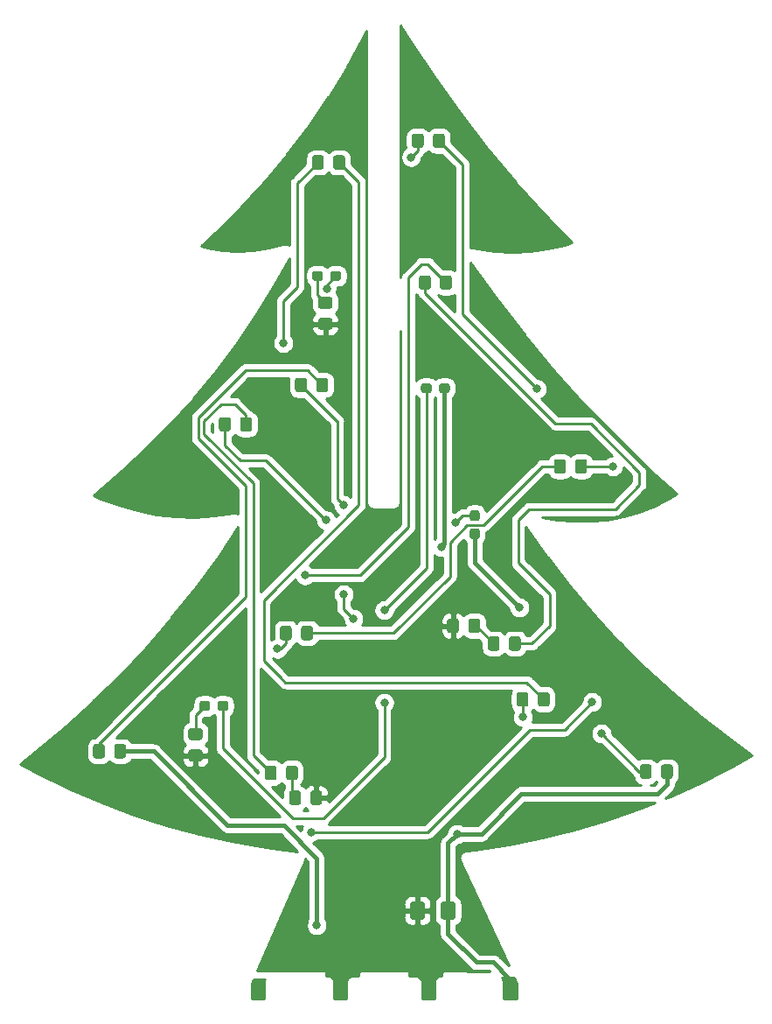
<source format=gbr>
%TF.GenerationSoftware,KiCad,Pcbnew,(5.1.6)-1*%
%TF.CreationDate,2021-10-27T12:57:45+02:00*%
%TF.ProjectId,BaumUnten,4261756d-556e-4746-956e-2e6b69636164,rev?*%
%TF.SameCoordinates,Original*%
%TF.FileFunction,Copper,L2,Bot*%
%TF.FilePolarity,Positive*%
%FSLAX46Y46*%
G04 Gerber Fmt 4.6, Leading zero omitted, Abs format (unit mm)*
G04 Created by KiCad (PCBNEW (5.1.6)-1) date 2021-10-27 12:57:45*
%MOMM*%
%LPD*%
G01*
G04 APERTURE LIST*
%TA.AperFunction,ViaPad*%
%ADD10C,0.800000*%
%TD*%
%TA.AperFunction,Conductor*%
%ADD11C,0.400000*%
%TD*%
%TA.AperFunction,Conductor*%
%ADD12C,0.250000*%
%TD*%
%TA.AperFunction,Conductor*%
%ADD13C,0.254000*%
%TD*%
%TA.AperFunction,NonConductor*%
%ADD14C,0.254000*%
%TD*%
G04 APERTURE END LIST*
%TO.P,C2,2*%
%TO.N,Takt_invertiert_9V*%
%TA.AperFunction,SMDPad,CuDef*%
G36*
G01*
X106185000Y-140375800D02*
X106185000Y-139125800D01*
G75*
G02*
X106435000Y-138875800I250000J0D01*
G01*
X107360000Y-138875800D01*
G75*
G02*
X107610000Y-139125800I0J-250000D01*
G01*
X107610000Y-140375800D01*
G75*
G02*
X107360000Y-140625800I-250000J0D01*
G01*
X106435000Y-140625800D01*
G75*
G02*
X106185000Y-140375800I0J250000D01*
G01*
G37*
%TD.AperFunction*%
%TO.P,C2,1*%
%TO.N,GND*%
%TA.AperFunction,SMDPad,CuDef*%
G36*
G01*
X103210000Y-140375800D02*
X103210000Y-139125800D01*
G75*
G02*
X103460000Y-138875800I250000J0D01*
G01*
X104385000Y-138875800D01*
G75*
G02*
X104635000Y-139125800I0J-250000D01*
G01*
X104635000Y-140375800D01*
G75*
G02*
X104385000Y-140625800I-250000J0D01*
G01*
X103460000Y-140625800D01*
G75*
G02*
X103210000Y-140375800I0J250000D01*
G01*
G37*
%TD.AperFunction*%
%TD*%
%TO.P,R9,2*%
%TO.N,GND*%
%TA.AperFunction,SMDPad,CuDef*%
G36*
G01*
X94545999Y-82428500D02*
X95446001Y-82428500D01*
G75*
G02*
X95696000Y-82678499I0J-249999D01*
G01*
X95696000Y-83328501D01*
G75*
G02*
X95446001Y-83578500I-249999J0D01*
G01*
X94545999Y-83578500D01*
G75*
G02*
X94296000Y-83328501I0J249999D01*
G01*
X94296000Y-82678499D01*
G75*
G02*
X94545999Y-82428500I249999J0D01*
G01*
G37*
%TD.AperFunction*%
%TO.P,R9,1*%
%TO.N,Net-(DB6-Pad1)*%
%TA.AperFunction,SMDPad,CuDef*%
G36*
G01*
X94545999Y-80378500D02*
X95446001Y-80378500D01*
G75*
G02*
X95696000Y-80628499I0J-249999D01*
G01*
X95696000Y-81278501D01*
G75*
G02*
X95446001Y-81528500I-249999J0D01*
G01*
X94545999Y-81528500D01*
G75*
G02*
X94296000Y-81278501I0J249999D01*
G01*
X94296000Y-80628499D01*
G75*
G02*
X94545999Y-80378500I249999J0D01*
G01*
G37*
%TD.AperFunction*%
%TD*%
%TO.P,R7,2*%
%TO.N,GND*%
%TA.AperFunction,SMDPad,CuDef*%
G36*
G01*
X81972999Y-124157000D02*
X82873001Y-124157000D01*
G75*
G02*
X83123000Y-124406999I0J-249999D01*
G01*
X83123000Y-125057001D01*
G75*
G02*
X82873001Y-125307000I-249999J0D01*
G01*
X81972999Y-125307000D01*
G75*
G02*
X81723000Y-125057001I0J249999D01*
G01*
X81723000Y-124406999D01*
G75*
G02*
X81972999Y-124157000I249999J0D01*
G01*
G37*
%TD.AperFunction*%
%TO.P,R7,1*%
%TO.N,Net-(DB2-Pad1)*%
%TA.AperFunction,SMDPad,CuDef*%
G36*
G01*
X81972999Y-122107000D02*
X82873001Y-122107000D01*
G75*
G02*
X83123000Y-122356999I0J-249999D01*
G01*
X83123000Y-123007001D01*
G75*
G02*
X82873001Y-123257000I-249999J0D01*
G01*
X81972999Y-123257000D01*
G75*
G02*
X81723000Y-123007001I0J249999D01*
G01*
X81723000Y-122356999D01*
G75*
G02*
X81972999Y-122107000I249999J0D01*
G01*
G37*
%TD.AperFunction*%
%TD*%
%TO.P,R6,2*%
%TO.N,GND*%
%TA.AperFunction,SMDPad,CuDef*%
G36*
G01*
X93541000Y-129291501D02*
X93541000Y-128391499D01*
G75*
G02*
X93790999Y-128141500I249999J0D01*
G01*
X94441001Y-128141500D01*
G75*
G02*
X94691000Y-128391499I0J-249999D01*
G01*
X94691000Y-129291501D01*
G75*
G02*
X94441001Y-129541500I-249999J0D01*
G01*
X93790999Y-129541500D01*
G75*
G02*
X93541000Y-129291501I0J249999D01*
G01*
G37*
%TD.AperFunction*%
%TO.P,R6,1*%
%TO.N,Net-(DG8-Pad1)*%
%TA.AperFunction,SMDPad,CuDef*%
G36*
G01*
X91491000Y-129291501D02*
X91491000Y-128391499D01*
G75*
G02*
X91740999Y-128141500I249999J0D01*
G01*
X92391001Y-128141500D01*
G75*
G02*
X92641000Y-128391499I0J-249999D01*
G01*
X92641000Y-129291501D01*
G75*
G02*
X92391001Y-129541500I-249999J0D01*
G01*
X91740999Y-129541500D01*
G75*
G02*
X91491000Y-129291501I0J249999D01*
G01*
G37*
%TD.AperFunction*%
%TD*%
%TO.P,R5,2*%
%TO.N,GND*%
%TA.AperFunction,SMDPad,CuDef*%
G36*
G01*
X107944500Y-111754499D02*
X107944500Y-112654501D01*
G75*
G02*
X107694501Y-112904500I-249999J0D01*
G01*
X107044499Y-112904500D01*
G75*
G02*
X106794500Y-112654501I0J249999D01*
G01*
X106794500Y-111754499D01*
G75*
G02*
X107044499Y-111504500I249999J0D01*
G01*
X107694501Y-111504500D01*
G75*
G02*
X107944500Y-111754499I0J-249999D01*
G01*
G37*
%TD.AperFunction*%
%TO.P,R5,1*%
%TO.N,Net-(DG4-Pad1)*%
%TA.AperFunction,SMDPad,CuDef*%
G36*
G01*
X109994500Y-111754499D02*
X109994500Y-112654501D01*
G75*
G02*
X109744501Y-112904500I-249999J0D01*
G01*
X109094499Y-112904500D01*
G75*
G02*
X108844500Y-112654501I0J249999D01*
G01*
X108844500Y-111754499D01*
G75*
G02*
X109094499Y-111504500I249999J0D01*
G01*
X109744501Y-111504500D01*
G75*
G02*
X109994500Y-111754499I0J-249999D01*
G01*
G37*
%TD.AperFunction*%
%TD*%
%TO.P,DY6,2*%
%TO.N,Net-(DY5-Pad1)*%
%TA.AperFunction,SMDPad,CuDef*%
G36*
G01*
X105424500Y-65728001D02*
X105424500Y-64827999D01*
G75*
G02*
X105674499Y-64578000I249999J0D01*
G01*
X106324501Y-64578000D01*
G75*
G02*
X106574500Y-64827999I0J-249999D01*
G01*
X106574500Y-65728001D01*
G75*
G02*
X106324501Y-65978000I-249999J0D01*
G01*
X105674499Y-65978000D01*
G75*
G02*
X105424500Y-65728001I0J249999D01*
G01*
G37*
%TD.AperFunction*%
%TO.P,DY6,1*%
%TO.N,Net-(DY6-Pad1)*%
%TA.AperFunction,SMDPad,CuDef*%
G36*
G01*
X103374500Y-65728001D02*
X103374500Y-64827999D01*
G75*
G02*
X103624499Y-64578000I249999J0D01*
G01*
X104274501Y-64578000D01*
G75*
G02*
X104524500Y-64827999I0J-249999D01*
G01*
X104524500Y-65728001D01*
G75*
G02*
X104274501Y-65978000I-249999J0D01*
G01*
X103624499Y-65978000D01*
G75*
G02*
X103374500Y-65728001I0J249999D01*
G01*
G37*
%TD.AperFunction*%
%TD*%
%TO.P,DY5,2*%
%TO.N,Takt_invertiert_9V*%
%TA.AperFunction,SMDPad,CuDef*%
G36*
G01*
X127513500Y-126751501D02*
X127513500Y-125851499D01*
G75*
G02*
X127763499Y-125601500I249999J0D01*
G01*
X128413501Y-125601500D01*
G75*
G02*
X128663500Y-125851499I0J-249999D01*
G01*
X128663500Y-126751501D01*
G75*
G02*
X128413501Y-127001500I-249999J0D01*
G01*
X127763499Y-127001500D01*
G75*
G02*
X127513500Y-126751501I0J249999D01*
G01*
G37*
%TD.AperFunction*%
%TO.P,DY5,1*%
%TO.N,Net-(DY5-Pad1)*%
%TA.AperFunction,SMDPad,CuDef*%
G36*
G01*
X125463500Y-126751501D02*
X125463500Y-125851499D01*
G75*
G02*
X125713499Y-125601500I249999J0D01*
G01*
X126363501Y-125601500D01*
G75*
G02*
X126613500Y-125851499I0J-249999D01*
G01*
X126613500Y-126751501D01*
G75*
G02*
X126363501Y-127001500I-249999J0D01*
G01*
X125713499Y-127001500D01*
G75*
G02*
X125463500Y-126751501I0J249999D01*
G01*
G37*
%TD.AperFunction*%
%TD*%
%TO.P,DY2,2*%
%TO.N,Net-(DY1-Pad1)*%
%TA.AperFunction,SMDPad,CuDef*%
G36*
G01*
X94112500Y-89350001D02*
X94112500Y-88449999D01*
G75*
G02*
X94362499Y-88200000I249999J0D01*
G01*
X95012501Y-88200000D01*
G75*
G02*
X95262500Y-88449999I0J-249999D01*
G01*
X95262500Y-89350001D01*
G75*
G02*
X95012501Y-89600000I-249999J0D01*
G01*
X94362499Y-89600000D01*
G75*
G02*
X94112500Y-89350001I0J249999D01*
G01*
G37*
%TD.AperFunction*%
%TO.P,DY2,1*%
%TO.N,Net-(DY2-Pad1)*%
%TA.AperFunction,SMDPad,CuDef*%
G36*
G01*
X92062500Y-89350001D02*
X92062500Y-88449999D01*
G75*
G02*
X92312499Y-88200000I249999J0D01*
G01*
X92962501Y-88200000D01*
G75*
G02*
X93212500Y-88449999I0J-249999D01*
G01*
X93212500Y-89350001D01*
G75*
G02*
X92962501Y-89600000I-249999J0D01*
G01*
X92312499Y-89600000D01*
G75*
G02*
X92062500Y-89350001I0J249999D01*
G01*
G37*
%TD.AperFunction*%
%TD*%
%TO.P,DY1,2*%
%TO.N,Takt_9V*%
%TA.AperFunction,SMDPad,CuDef*%
G36*
G01*
X74554500Y-124783001D02*
X74554500Y-123882999D01*
G75*
G02*
X74804499Y-123633000I249999J0D01*
G01*
X75454501Y-123633000D01*
G75*
G02*
X75704500Y-123882999I0J-249999D01*
G01*
X75704500Y-124783001D01*
G75*
G02*
X75454501Y-125033000I-249999J0D01*
G01*
X74804499Y-125033000D01*
G75*
G02*
X74554500Y-124783001I0J249999D01*
G01*
G37*
%TD.AperFunction*%
%TO.P,DY1,1*%
%TO.N,Net-(DY1-Pad1)*%
%TA.AperFunction,SMDPad,CuDef*%
G36*
G01*
X72504500Y-124783001D02*
X72504500Y-123882999D01*
G75*
G02*
X72754499Y-123633000I249999J0D01*
G01*
X73404501Y-123633000D01*
G75*
G02*
X73654500Y-123882999I0J-249999D01*
G01*
X73654500Y-124783001D01*
G75*
G02*
X73404501Y-125033000I-249999J0D01*
G01*
X72754499Y-125033000D01*
G75*
G02*
X72504500Y-124783001I0J249999D01*
G01*
G37*
%TD.AperFunction*%
%TD*%
%TO.P,DR7,2*%
%TO.N,Net-(DR6-Pad1)*%
%TA.AperFunction,SMDPad,CuDef*%
G36*
G01*
X95763500Y-67823501D02*
X95763500Y-66923499D01*
G75*
G02*
X96013499Y-66673500I249999J0D01*
G01*
X96663501Y-66673500D01*
G75*
G02*
X96913500Y-66923499I0J-249999D01*
G01*
X96913500Y-67823501D01*
G75*
G02*
X96663501Y-68073500I-249999J0D01*
G01*
X96013499Y-68073500D01*
G75*
G02*
X95763500Y-67823501I0J249999D01*
G01*
G37*
%TD.AperFunction*%
%TO.P,DR7,1*%
%TO.N,Net-(DR7-Pad1)*%
%TA.AperFunction,SMDPad,CuDef*%
G36*
G01*
X93713500Y-67823501D02*
X93713500Y-66923499D01*
G75*
G02*
X93963499Y-66673500I249999J0D01*
G01*
X94613501Y-66673500D01*
G75*
G02*
X94863500Y-66923499I0J-249999D01*
G01*
X94863500Y-67823501D01*
G75*
G02*
X94613501Y-68073500I-249999J0D01*
G01*
X93963499Y-68073500D01*
G75*
G02*
X93713500Y-67823501I0J249999D01*
G01*
G37*
%TD.AperFunction*%
%TD*%
%TO.P,DR6,2*%
%TO.N,Net-(DR5-Pad1)*%
%TA.AperFunction,SMDPad,CuDef*%
G36*
G01*
X114675500Y-118866499D02*
X114675500Y-119766501D01*
G75*
G02*
X114425501Y-120016500I-249999J0D01*
G01*
X113775499Y-120016500D01*
G75*
G02*
X113525500Y-119766501I0J249999D01*
G01*
X113525500Y-118866499D01*
G75*
G02*
X113775499Y-118616500I249999J0D01*
G01*
X114425501Y-118616500D01*
G75*
G02*
X114675500Y-118866499I0J-249999D01*
G01*
G37*
%TD.AperFunction*%
%TO.P,DR6,1*%
%TO.N,Net-(DR6-Pad1)*%
%TA.AperFunction,SMDPad,CuDef*%
G36*
G01*
X116725500Y-118866499D02*
X116725500Y-119766501D01*
G75*
G02*
X116475501Y-120016500I-249999J0D01*
G01*
X115825499Y-120016500D01*
G75*
G02*
X115575500Y-119766501I0J249999D01*
G01*
X115575500Y-118866499D01*
G75*
G02*
X115825499Y-118616500I249999J0D01*
G01*
X116475501Y-118616500D01*
G75*
G02*
X116725500Y-118866499I0J-249999D01*
G01*
G37*
%TD.AperFunction*%
%TD*%
%TO.P,DR3,2*%
%TO.N,Net-(DR2-Pad1)*%
%TA.AperFunction,SMDPad,CuDef*%
G36*
G01*
X118295000Y-96323999D02*
X118295000Y-97224001D01*
G75*
G02*
X118045001Y-97474000I-249999J0D01*
G01*
X117394999Y-97474000D01*
G75*
G02*
X117145000Y-97224001I0J249999D01*
G01*
X117145000Y-96323999D01*
G75*
G02*
X117394999Y-96074000I249999J0D01*
G01*
X118045001Y-96074000D01*
G75*
G02*
X118295000Y-96323999I0J-249999D01*
G01*
G37*
%TD.AperFunction*%
%TO.P,DR3,1*%
%TO.N,Net-(DR3-Pad1)*%
%TA.AperFunction,SMDPad,CuDef*%
G36*
G01*
X120345000Y-96323999D02*
X120345000Y-97224001D01*
G75*
G02*
X120095001Y-97474000I-249999J0D01*
G01*
X119444999Y-97474000D01*
G75*
G02*
X119195000Y-97224001I0J249999D01*
G01*
X119195000Y-96323999D01*
G75*
G02*
X119444999Y-96074000I249999J0D01*
G01*
X120095001Y-96074000D01*
G75*
G02*
X120345000Y-96323999I0J-249999D01*
G01*
G37*
%TD.AperFunction*%
%TD*%
%TO.P,DR2,2*%
%TO.N,Net-(DR1-Pad1)*%
%TA.AperFunction,SMDPad,CuDef*%
G36*
G01*
X91752000Y-112452999D02*
X91752000Y-113353001D01*
G75*
G02*
X91502001Y-113603000I-249999J0D01*
G01*
X90851999Y-113603000D01*
G75*
G02*
X90602000Y-113353001I0J249999D01*
G01*
X90602000Y-112452999D01*
G75*
G02*
X90851999Y-112203000I249999J0D01*
G01*
X91502001Y-112203000D01*
G75*
G02*
X91752000Y-112452999I0J-249999D01*
G01*
G37*
%TD.AperFunction*%
%TO.P,DR2,1*%
%TO.N,Net-(DR2-Pad1)*%
%TA.AperFunction,SMDPad,CuDef*%
G36*
G01*
X93802000Y-112452999D02*
X93802000Y-113353001D01*
G75*
G02*
X93552001Y-113603000I-249999J0D01*
G01*
X92901999Y-113603000D01*
G75*
G02*
X92652000Y-113353001I0J249999D01*
G01*
X92652000Y-112452999D01*
G75*
G02*
X92901999Y-112203000I249999J0D01*
G01*
X93552001Y-112203000D01*
G75*
G02*
X93802000Y-112452999I0J-249999D01*
G01*
G37*
%TD.AperFunction*%
%TD*%
%TO.P,DG8,2*%
%TO.N,Net-(DG7-Pad1)*%
%TA.AperFunction,SMDPad,CuDef*%
G36*
G01*
X90291500Y-125978499D02*
X90291500Y-126878501D01*
G75*
G02*
X90041501Y-127128500I-249999J0D01*
G01*
X89391499Y-127128500D01*
G75*
G02*
X89141500Y-126878501I0J249999D01*
G01*
X89141500Y-125978499D01*
G75*
G02*
X89391499Y-125728500I249999J0D01*
G01*
X90041501Y-125728500D01*
G75*
G02*
X90291500Y-125978499I0J-249999D01*
G01*
G37*
%TD.AperFunction*%
%TO.P,DG8,1*%
%TO.N,Net-(DG8-Pad1)*%
%TA.AperFunction,SMDPad,CuDef*%
G36*
G01*
X92341500Y-125978499D02*
X92341500Y-126878501D01*
G75*
G02*
X92091501Y-127128500I-249999J0D01*
G01*
X91441499Y-127128500D01*
G75*
G02*
X91191500Y-126878501I0J249999D01*
G01*
X91191500Y-125978499D01*
G75*
G02*
X91441499Y-125728500I249999J0D01*
G01*
X92091501Y-125728500D01*
G75*
G02*
X92341500Y-125978499I0J-249999D01*
G01*
G37*
%TD.AperFunction*%
%TD*%
%TO.P,DG7,2*%
%TO.N,Net-(DG6-Pad1)*%
%TA.AperFunction,SMDPad,CuDef*%
G36*
G01*
X85846500Y-92259999D02*
X85846500Y-93160001D01*
G75*
G02*
X85596501Y-93410000I-249999J0D01*
G01*
X84946499Y-93410000D01*
G75*
G02*
X84696500Y-93160001I0J249999D01*
G01*
X84696500Y-92259999D01*
G75*
G02*
X84946499Y-92010000I249999J0D01*
G01*
X85596501Y-92010000D01*
G75*
G02*
X85846500Y-92259999I0J-249999D01*
G01*
G37*
%TD.AperFunction*%
%TO.P,DG7,1*%
%TO.N,Net-(DG7-Pad1)*%
%TA.AperFunction,SMDPad,CuDef*%
G36*
G01*
X87896500Y-92259999D02*
X87896500Y-93160001D01*
G75*
G02*
X87646501Y-93410000I-249999J0D01*
G01*
X86996499Y-93410000D01*
G75*
G02*
X86746500Y-93160001I0J249999D01*
G01*
X86746500Y-92259999D01*
G75*
G02*
X86996499Y-92010000I249999J0D01*
G01*
X87646501Y-92010000D01*
G75*
G02*
X87896500Y-92259999I0J-249999D01*
G01*
G37*
%TD.AperFunction*%
%TD*%
%TO.P,DG4,2*%
%TO.N,Net-(DG3-Pad1)*%
%TA.AperFunction,SMDPad,CuDef*%
G36*
G01*
X112781500Y-114369001D02*
X112781500Y-113468999D01*
G75*
G02*
X113031499Y-113219000I249999J0D01*
G01*
X113681501Y-113219000D01*
G75*
G02*
X113931500Y-113468999I0J-249999D01*
G01*
X113931500Y-114369001D01*
G75*
G02*
X113681501Y-114619000I-249999J0D01*
G01*
X113031499Y-114619000D01*
G75*
G02*
X112781500Y-114369001I0J249999D01*
G01*
G37*
%TD.AperFunction*%
%TO.P,DG4,1*%
%TO.N,Net-(DG4-Pad1)*%
%TA.AperFunction,SMDPad,CuDef*%
G36*
G01*
X110731500Y-114369001D02*
X110731500Y-113468999D01*
G75*
G02*
X110981499Y-113219000I249999J0D01*
G01*
X111631501Y-113219000D01*
G75*
G02*
X111881500Y-113468999I0J-249999D01*
G01*
X111881500Y-114369001D01*
G75*
G02*
X111631501Y-114619000I-249999J0D01*
G01*
X110981499Y-114619000D01*
G75*
G02*
X110731500Y-114369001I0J249999D01*
G01*
G37*
%TD.AperFunction*%
%TD*%
%TO.P,DG3,2*%
%TO.N,Net-(DG2-Pad1)*%
%TA.AperFunction,SMDPad,CuDef*%
G36*
G01*
X106114000Y-79444001D02*
X106114000Y-78543999D01*
G75*
G02*
X106363999Y-78294000I249999J0D01*
G01*
X107014001Y-78294000D01*
G75*
G02*
X107264000Y-78543999I0J-249999D01*
G01*
X107264000Y-79444001D01*
G75*
G02*
X107014001Y-79694000I-249999J0D01*
G01*
X106363999Y-79694000D01*
G75*
G02*
X106114000Y-79444001I0J249999D01*
G01*
G37*
%TD.AperFunction*%
%TO.P,DG3,1*%
%TO.N,Net-(DG3-Pad1)*%
%TA.AperFunction,SMDPad,CuDef*%
G36*
G01*
X104064000Y-79444001D02*
X104064000Y-78543999D01*
G75*
G02*
X104313999Y-78294000I249999J0D01*
G01*
X104964001Y-78294000D01*
G75*
G02*
X105214000Y-78543999I0J-249999D01*
G01*
X105214000Y-79444001D01*
G75*
G02*
X104964001Y-79694000I-249999J0D01*
G01*
X104313999Y-79694000D01*
G75*
G02*
X104064000Y-79444001I0J249999D01*
G01*
G37*
%TD.AperFunction*%
%TD*%
%TO.P,DB6,2*%
%TO.N,Net-(DB5-Pad1)*%
%TA.AperFunction,SMDPad,CuDef*%
G36*
G01*
X95473000Y-78596500D02*
X95473000Y-78121500D01*
G75*
G02*
X95710500Y-77884000I237500J0D01*
G01*
X96285500Y-77884000D01*
G75*
G02*
X96523000Y-78121500I0J-237500D01*
G01*
X96523000Y-78596500D01*
G75*
G02*
X96285500Y-78834000I-237500J0D01*
G01*
X95710500Y-78834000D01*
G75*
G02*
X95473000Y-78596500I0J237500D01*
G01*
G37*
%TD.AperFunction*%
%TO.P,DB6,1*%
%TO.N,Net-(DB6-Pad1)*%
%TA.AperFunction,SMDPad,CuDef*%
G36*
G01*
X93723000Y-78596500D02*
X93723000Y-78121500D01*
G75*
G02*
X93960500Y-77884000I237500J0D01*
G01*
X94535500Y-77884000D01*
G75*
G02*
X94773000Y-78121500I0J-237500D01*
G01*
X94773000Y-78596500D01*
G75*
G02*
X94535500Y-78834000I-237500J0D01*
G01*
X93960500Y-78834000D01*
G75*
G02*
X93723000Y-78596500I0J237500D01*
G01*
G37*
%TD.AperFunction*%
%TD*%
%TO.P,DB5,2*%
%TO.N,Takt_invertiert_9V*%
%TA.AperFunction,SMDPad,CuDef*%
G36*
G01*
X109236500Y-102775500D02*
X109711500Y-102775500D01*
G75*
G02*
X109949000Y-103013000I0J-237500D01*
G01*
X109949000Y-103588000D01*
G75*
G02*
X109711500Y-103825500I-237500J0D01*
G01*
X109236500Y-103825500D01*
G75*
G02*
X108999000Y-103588000I0J237500D01*
G01*
X108999000Y-103013000D01*
G75*
G02*
X109236500Y-102775500I237500J0D01*
G01*
G37*
%TD.AperFunction*%
%TO.P,DB5,1*%
%TO.N,Net-(DB5-Pad1)*%
%TA.AperFunction,SMDPad,CuDef*%
G36*
G01*
X109236500Y-101025500D02*
X109711500Y-101025500D01*
G75*
G02*
X109949000Y-101263000I0J-237500D01*
G01*
X109949000Y-101838000D01*
G75*
G02*
X109711500Y-102075500I-237500J0D01*
G01*
X109236500Y-102075500D01*
G75*
G02*
X108999000Y-101838000I0J237500D01*
G01*
X108999000Y-101263000D01*
G75*
G02*
X109236500Y-101025500I237500J0D01*
G01*
G37*
%TD.AperFunction*%
%TD*%
%TO.P,DB2,2*%
%TO.N,Net-(DB1-Pad1)*%
%TA.AperFunction,SMDPad,CuDef*%
G36*
G01*
X84551000Y-120189000D02*
X84551000Y-119714000D01*
G75*
G02*
X84788500Y-119476500I237500J0D01*
G01*
X85363500Y-119476500D01*
G75*
G02*
X85601000Y-119714000I0J-237500D01*
G01*
X85601000Y-120189000D01*
G75*
G02*
X85363500Y-120426500I-237500J0D01*
G01*
X84788500Y-120426500D01*
G75*
G02*
X84551000Y-120189000I0J237500D01*
G01*
G37*
%TD.AperFunction*%
%TO.P,DB2,1*%
%TO.N,Net-(DB2-Pad1)*%
%TA.AperFunction,SMDPad,CuDef*%
G36*
G01*
X82801000Y-120189000D02*
X82801000Y-119714000D01*
G75*
G02*
X83038500Y-119476500I237500J0D01*
G01*
X83613500Y-119476500D01*
G75*
G02*
X83851000Y-119714000I0J-237500D01*
G01*
X83851000Y-120189000D01*
G75*
G02*
X83613500Y-120426500I-237500J0D01*
G01*
X83038500Y-120426500D01*
G75*
G02*
X82801000Y-120189000I0J237500D01*
G01*
G37*
%TD.AperFunction*%
%TD*%
%TO.P,DB1,2*%
%TO.N,Takt_9V*%
%TA.AperFunction,SMDPad,CuDef*%
G36*
G01*
X106014000Y-89455000D02*
X106014000Y-88980000D01*
G75*
G02*
X106251500Y-88742500I237500J0D01*
G01*
X106826500Y-88742500D01*
G75*
G02*
X107064000Y-88980000I0J-237500D01*
G01*
X107064000Y-89455000D01*
G75*
G02*
X106826500Y-89692500I-237500J0D01*
G01*
X106251500Y-89692500D01*
G75*
G02*
X106014000Y-89455000I0J237500D01*
G01*
G37*
%TD.AperFunction*%
%TO.P,DB1,1*%
%TO.N,Net-(DB1-Pad1)*%
%TA.AperFunction,SMDPad,CuDef*%
G36*
G01*
X104264000Y-89455000D02*
X104264000Y-88980000D01*
G75*
G02*
X104501500Y-88742500I237500J0D01*
G01*
X105076500Y-88742500D01*
G75*
G02*
X105314000Y-88980000I0J-237500D01*
G01*
X105314000Y-89455000D01*
G75*
G02*
X105076500Y-89692500I-237500J0D01*
G01*
X104501500Y-89692500D01*
G75*
G02*
X104264000Y-89455000I0J237500D01*
G01*
G37*
%TD.AperFunction*%
%TD*%
D10*
%TO.N,Takt_9V*%
X88392000Y-147523200D03*
X106235500Y-104584500D03*
X94170500Y-141160500D03*
%TO.N,Net-(DB1-Pad1)*%
X100711000Y-119634000D03*
X100711000Y-110680500D03*
%TO.N,Net-(DB3-Pad1)*%
X93662500Y-132143500D03*
X120840500Y-119570500D03*
%TO.N,Takt_invertiert_9V*%
X112877600Y-147675600D03*
X113792000Y-110426500D03*
X107759500Y-132334000D03*
%TO.N,Net-(DB5-Pad1)*%
X95123000Y-79565500D03*
X107569000Y-102235000D03*
%TO.N,Net-(DB7-Pad1)*%
X96774000Y-109156500D03*
X97726500Y-111506000D03*
%TO.N,Net-(DG2-Pad1)*%
X93027500Y-107315000D03*
%TO.N,Net-(DG6-Pad1)*%
X95059500Y-101981000D03*
%TO.N,Net-(DR1-Pad1)*%
X90360500Y-114427000D03*
%TO.N,Net-(DR3-Pad1)*%
X122872500Y-96774000D03*
%TO.N,Net-(DR5-Pad1)*%
X114109500Y-121031000D03*
%TO.N,Net-(DR7-Pad1)*%
X90932000Y-84836000D03*
%TO.N,Net-(DY2-Pad1)*%
X96774000Y-100520500D03*
%TO.N,Net-(DY5-Pad1)*%
X121729500Y-122618500D03*
X115506500Y-89281000D03*
%TO.N,Net-(DY6-Pad1)*%
X103314500Y-66865500D03*
%TO.N,GND*%
X105003600Y-147675600D03*
X96520000Y-147726400D03*
X93789500Y-126682500D03*
X80200500Y-123571000D03*
X92583000Y-82105500D03*
X101549200Y-129235200D03*
X105918000Y-125933200D03*
X80264000Y-118160800D03*
X95859600Y-135788400D03*
%TD*%
D11*
%TO.N,Takt_9V*%
X75129500Y-124333000D02*
X78359000Y-124333000D01*
X78359000Y-124333000D02*
X85534500Y-131508500D01*
X85534500Y-131508500D02*
X90995500Y-131508500D01*
X90995500Y-131508500D02*
X94170500Y-134683500D01*
X94170500Y-134683500D02*
X94170500Y-139636500D01*
X106539000Y-89217500D02*
X106539000Y-104281000D01*
X106539000Y-104281000D02*
X106235500Y-104584500D01*
X94170500Y-139636500D02*
X94170500Y-141160500D01*
D12*
%TO.N,Net-(DB1-Pad1)*%
X85076000Y-119951500D02*
X85076000Y-124065000D01*
X85076000Y-124065000D02*
X91821000Y-130810000D01*
X91821000Y-130810000D02*
X93735690Y-130810000D01*
X93735690Y-130810000D02*
X94805500Y-130810000D01*
X94805500Y-130810000D02*
X100711000Y-124904500D01*
X100711000Y-124904500D02*
X100711000Y-119634000D01*
X104789000Y-106602500D02*
X104789000Y-89217500D01*
X100711000Y-110680500D02*
X104789000Y-106602500D01*
%TO.N,Net-(DB2-Pad1)*%
X82423000Y-120854500D02*
X83326000Y-119951500D01*
X82423000Y-122682000D02*
X82423000Y-120854500D01*
%TO.N,Net-(DB3-Pad1)*%
X104911690Y-132143500D02*
X114817690Y-122237500D01*
X93662500Y-132143500D02*
X104911690Y-132143500D01*
X114817690Y-122237500D02*
X118173500Y-122237500D01*
X118173500Y-122237500D02*
X120840500Y-119570500D01*
D11*
%TO.N,Takt_invertiert_9V*%
X128088500Y-127562500D02*
X127190500Y-128460500D01*
X128088500Y-126301500D02*
X128088500Y-127562500D01*
X127190500Y-128460500D02*
X113982500Y-128460500D01*
X110109000Y-132334000D02*
X107759500Y-132334000D01*
X113982500Y-128460500D02*
X110109000Y-132334000D01*
X109474000Y-103300500D02*
X109474000Y-106108500D01*
X109474000Y-106108500D02*
X113792000Y-110426500D01*
X112712500Y-147307300D02*
X112712500Y-147472400D01*
X106870500Y-133223000D02*
X107759500Y-132334000D01*
X112877600Y-146405600D02*
X111224523Y-144752523D01*
X106870500Y-142019946D02*
X106870500Y-133223000D01*
X112877600Y-147675600D02*
X112877600Y-146405600D01*
X111224523Y-144752523D02*
X109603077Y-144752523D01*
X109603077Y-144752523D02*
X106870500Y-142019946D01*
D12*
%TO.N,Net-(DB5-Pad1)*%
X95123000Y-79234000D02*
X95998000Y-78359000D01*
X95123000Y-79565500D02*
X95123000Y-79234000D01*
X109474000Y-101550500D02*
X108253500Y-101550500D01*
X108253500Y-101550500D02*
X107569000Y-102235000D01*
%TO.N,Net-(DB6-Pad1)*%
X94248000Y-80205500D02*
X94996000Y-80953500D01*
X94248000Y-78359000D02*
X94248000Y-80205500D01*
%TO.N,Net-(DB7-Pad1)*%
X96774000Y-109156500D02*
X96774000Y-110553500D01*
X96774000Y-110553500D02*
X97726500Y-111506000D01*
%TO.N,Net-(DG2-Pad1)*%
X104911000Y-77216000D02*
X106689000Y-78994000D01*
X93027500Y-107315000D02*
X96647000Y-107315000D01*
X104911000Y-77216000D02*
X104343200Y-77216000D01*
X104343200Y-77216000D02*
X103022400Y-78536800D01*
X103022400Y-78536800D02*
X103022400Y-102666800D01*
X98374200Y-107315000D02*
X96647000Y-107315000D01*
X103022400Y-102666800D02*
X98374200Y-107315000D01*
%TO.N,Net-(DG3-Pad1)*%
X125412500Y-97345500D02*
X125412500Y-98552000D01*
X117284500Y-92646500D02*
X120713500Y-92646500D01*
X104639000Y-78994000D02*
X104639000Y-80001000D01*
X120713500Y-92646500D02*
X125412500Y-97345500D01*
X104639000Y-80001000D02*
X117284500Y-92646500D01*
X125412500Y-98552000D02*
X123063000Y-100901500D01*
X123063000Y-100901500D02*
X114744500Y-100901500D01*
X114744500Y-100901500D02*
X113665000Y-101981000D01*
X113665000Y-101981000D02*
X113665000Y-106108500D01*
X113356500Y-113919000D02*
X114998500Y-113919000D01*
X114998500Y-113919000D02*
X116713000Y-112204500D01*
X116713000Y-109156500D02*
X113665000Y-106108500D01*
X116713000Y-112204500D02*
X116713000Y-109156500D01*
%TO.N,Net-(DG4-Pad1)*%
X109592000Y-112204500D02*
X111306500Y-113919000D01*
X109419500Y-112204500D02*
X109592000Y-112204500D01*
%TO.N,Net-(DG6-Pad1)*%
X95004310Y-101981000D02*
X89225810Y-96202500D01*
X95059500Y-101981000D02*
X95004310Y-101981000D01*
X89225810Y-96202500D02*
X86741000Y-96202500D01*
X85271500Y-94733000D02*
X85271500Y-92710000D01*
X86741000Y-96202500D02*
X85271500Y-94733000D01*
%TO.N,Net-(DG7-Pad1)*%
X87321500Y-92710000D02*
X87321500Y-91830000D01*
X87321500Y-91830000D02*
X86233000Y-90741500D01*
X86233000Y-90741500D02*
X84899500Y-90741500D01*
X84899500Y-90741500D02*
X83248500Y-92392500D01*
X83248500Y-92392500D02*
X83248500Y-93662500D01*
X83248500Y-93662500D02*
X88011000Y-98425000D01*
X88011000Y-124723000D02*
X89716500Y-126428500D01*
X88011000Y-98425000D02*
X88011000Y-124723000D01*
%TO.N,Net-(DG8-Pad1)*%
X91766500Y-128542000D02*
X92066000Y-128841500D01*
X91766500Y-126428500D02*
X91766500Y-128542000D01*
%TO.N,Net-(DR1-Pad1)*%
X90360500Y-114427000D02*
X90678000Y-114427000D01*
X91177000Y-113928000D02*
X91177000Y-112903000D01*
X90678000Y-114427000D02*
X91177000Y-113928000D01*
%TO.N,Net-(DR2-Pad1)*%
X93227000Y-112903000D02*
X101591000Y-112903000D01*
X117720000Y-96774000D02*
X116014500Y-96774000D01*
X110338010Y-102450490D02*
X108750510Y-102450490D01*
X116014500Y-96774000D02*
X110338010Y-102450490D01*
X107064010Y-107429990D02*
X101591000Y-112903000D01*
X107064010Y-104136990D02*
X107064010Y-107429990D01*
X108750510Y-102450490D02*
X107064010Y-104136990D01*
%TO.N,Net-(DR3-Pad1)*%
X122872500Y-96774000D02*
X119770000Y-96774000D01*
%TO.N,Net-(DR5-Pad1)*%
X114109500Y-119325500D02*
X114100500Y-119316500D01*
X114109500Y-121031000D02*
X114109500Y-119325500D01*
%TO.N,Net-(DR6-Pad1)*%
X109655500Y-117665500D02*
X106943000Y-117665500D01*
X98234500Y-69269500D02*
X96338500Y-67373500D01*
X98234500Y-100520500D02*
X98234500Y-69269500D01*
X89027000Y-115570000D02*
X89027000Y-109728000D01*
X89027000Y-109728000D02*
X98234500Y-100520500D01*
X114499500Y-117665500D02*
X91122500Y-117665500D01*
X116150500Y-119316500D02*
X114499500Y-117665500D01*
X91122500Y-117665500D02*
X90646250Y-117189250D01*
X90646250Y-117189250D02*
X89027000Y-115570000D01*
%TO.N,Net-(DR7-Pad1)*%
X90932000Y-84836000D02*
X90932000Y-80772000D01*
X90932000Y-80772000D02*
X92265500Y-79438500D01*
X92265500Y-69396500D02*
X94288500Y-67373500D01*
X92265500Y-79438500D02*
X92265500Y-69396500D01*
%TO.N,Net-(DY1-Pad1)*%
X87249000Y-87503000D02*
X93290500Y-87503000D01*
X82677000Y-92075000D02*
X87249000Y-87503000D01*
X73079500Y-124333000D02*
X73079500Y-123633000D01*
X93290500Y-87503000D02*
X94687500Y-88900000D01*
X87312500Y-109400000D02*
X87312500Y-98679000D01*
X87312500Y-98679000D02*
X82677000Y-94043500D01*
X73079500Y-123633000D02*
X87312500Y-109400000D01*
X82677000Y-94043500D02*
X82677000Y-92075000D01*
%TO.N,Net-(DY2-Pad1)*%
X96139000Y-99885500D02*
X96774000Y-100520500D01*
X96139000Y-92392500D02*
X96139000Y-99885500D01*
X96130000Y-92392500D02*
X92637500Y-88900000D01*
X96139000Y-92392500D02*
X96130000Y-92392500D01*
%TO.N,Net-(DY5-Pad1)*%
X126038500Y-126301500D02*
X125412500Y-126301500D01*
X125412500Y-126301500D02*
X121729500Y-122618500D01*
X115506500Y-89281000D02*
X108267500Y-82042000D01*
X108267500Y-67546000D02*
X105999500Y-65278000D01*
X108267500Y-82042000D02*
X108267500Y-67546000D01*
%TO.N,Net-(DY6-Pad1)*%
X103949500Y-65278000D02*
X103949500Y-66230500D01*
X103949500Y-66230500D02*
X103314500Y-66865500D01*
%TD*%
D13*
%TO.N,Takt_9V*%
G36*
X89087290Y-146431207D02*
G01*
X89049550Y-146555617D01*
X89036807Y-146685000D01*
X89040001Y-146717429D01*
X89040000Y-148234800D01*
X87860000Y-148234800D01*
X87860000Y-146821620D01*
X88056427Y-146367500D01*
X89121342Y-146367500D01*
X89087290Y-146431207D01*
G37*
X89087290Y-146431207D02*
X89049550Y-146555617D01*
X89036807Y-146685000D01*
X89040001Y-146717429D01*
X89040000Y-148234800D01*
X87860000Y-148234800D01*
X87860000Y-146821620D01*
X88056427Y-146367500D01*
X89121342Y-146367500D01*
X89087290Y-146431207D01*
%TO.N,GND*%
G36*
X124652500Y-97660302D02*
G01*
X124652501Y-98237197D01*
X122748199Y-100141500D01*
X114781833Y-100141500D01*
X114744500Y-100137823D01*
X114707167Y-100141500D01*
X114595514Y-100152497D01*
X114452253Y-100195954D01*
X114320224Y-100266526D01*
X114204499Y-100361499D01*
X114180701Y-100390497D01*
X113154002Y-101417196D01*
X113124999Y-101440999D01*
X113070927Y-101506886D01*
X113030026Y-101556724D01*
X112967608Y-101673499D01*
X112959454Y-101688754D01*
X112915997Y-101832015D01*
X112905000Y-101943668D01*
X112905000Y-101943678D01*
X112901324Y-101981000D01*
X112905000Y-102018323D01*
X112905001Y-106071168D01*
X112901324Y-106108500D01*
X112905001Y-106145833D01*
X112915998Y-106257486D01*
X112929180Y-106300942D01*
X112959454Y-106400746D01*
X113030026Y-106532776D01*
X113087248Y-106602500D01*
X113125000Y-106648501D01*
X113153998Y-106672299D01*
X115953001Y-109471303D01*
X115953000Y-111889698D01*
X114683699Y-113159000D01*
X114511027Y-113159000D01*
X114501972Y-113129149D01*
X114419905Y-112975613D01*
X114309462Y-112841038D01*
X114174887Y-112730595D01*
X114021351Y-112648528D01*
X113854755Y-112597992D01*
X113681501Y-112580928D01*
X113031499Y-112580928D01*
X112858245Y-112597992D01*
X112691649Y-112648528D01*
X112538113Y-112730595D01*
X112403538Y-112841038D01*
X112331500Y-112928816D01*
X112259462Y-112841038D01*
X112124887Y-112730595D01*
X111971351Y-112648528D01*
X111804755Y-112597992D01*
X111631501Y-112580928D01*
X111043230Y-112580928D01*
X110632572Y-112170271D01*
X110632572Y-111754499D01*
X110615508Y-111581245D01*
X110564972Y-111414649D01*
X110482905Y-111261113D01*
X110372462Y-111126538D01*
X110237887Y-111016095D01*
X110084351Y-110934028D01*
X109917755Y-110883492D01*
X109744501Y-110866428D01*
X109094499Y-110866428D01*
X108921245Y-110883492D01*
X108754649Y-110934028D01*
X108601113Y-111016095D01*
X108466538Y-111126538D01*
X108461158Y-111133094D01*
X108395685Y-111053315D01*
X108298994Y-110973963D01*
X108188680Y-110914998D01*
X108068982Y-110878688D01*
X107944500Y-110866428D01*
X107655250Y-110869500D01*
X107496500Y-111028250D01*
X107496500Y-112077500D01*
X107516500Y-112077500D01*
X107516500Y-112331500D01*
X107496500Y-112331500D01*
X107496500Y-113380750D01*
X107655250Y-113539500D01*
X107944500Y-113542572D01*
X108068982Y-113530312D01*
X108188680Y-113494002D01*
X108298994Y-113435037D01*
X108395685Y-113355685D01*
X108461158Y-113275906D01*
X108466538Y-113282462D01*
X108601113Y-113392905D01*
X108754649Y-113474972D01*
X108921245Y-113525508D01*
X109094499Y-113542572D01*
X109744501Y-113542572D01*
X109845339Y-113532640D01*
X110093428Y-113780730D01*
X110093428Y-114369001D01*
X110110492Y-114542255D01*
X110161028Y-114708851D01*
X110243095Y-114862387D01*
X110353538Y-114996962D01*
X110488113Y-115107405D01*
X110641649Y-115189472D01*
X110808245Y-115240008D01*
X110981499Y-115257072D01*
X111631501Y-115257072D01*
X111804755Y-115240008D01*
X111971351Y-115189472D01*
X112124887Y-115107405D01*
X112259462Y-114996962D01*
X112331500Y-114909184D01*
X112403538Y-114996962D01*
X112538113Y-115107405D01*
X112691649Y-115189472D01*
X112858245Y-115240008D01*
X113031499Y-115257072D01*
X113681501Y-115257072D01*
X113854755Y-115240008D01*
X114021351Y-115189472D01*
X114174887Y-115107405D01*
X114309462Y-114996962D01*
X114419905Y-114862387D01*
X114501972Y-114708851D01*
X114511027Y-114679000D01*
X114961178Y-114679000D01*
X114998500Y-114682676D01*
X115035822Y-114679000D01*
X115035833Y-114679000D01*
X115147486Y-114668003D01*
X115290747Y-114624546D01*
X115422776Y-114553974D01*
X115538501Y-114459001D01*
X115562304Y-114429997D01*
X117224004Y-112768298D01*
X117253001Y-112744501D01*
X117284207Y-112706476D01*
X117347974Y-112628777D01*
X117418546Y-112496747D01*
X117424013Y-112478724D01*
X117462003Y-112353486D01*
X117473000Y-112241833D01*
X117473000Y-112241824D01*
X117476676Y-112204501D01*
X117473000Y-112167178D01*
X117473000Y-109193823D01*
X117476676Y-109156500D01*
X117473000Y-109119177D01*
X117473000Y-109119167D01*
X117462003Y-109007514D01*
X117418546Y-108864253D01*
X117403552Y-108836201D01*
X117347974Y-108732223D01*
X117276799Y-108645497D01*
X117253001Y-108616499D01*
X117224003Y-108592701D01*
X114425000Y-105793699D01*
X114425000Y-102654630D01*
X114451965Y-102694225D01*
X114456340Y-102700369D01*
X114460624Y-102706633D01*
X116528041Y-105597648D01*
X116544589Y-105619792D01*
X118731255Y-108421697D01*
X118748715Y-108443129D01*
X121050795Y-111151008D01*
X121069138Y-111171690D01*
X123482594Y-113780793D01*
X123501786Y-113800689D01*
X126022381Y-116306438D01*
X126042390Y-116325513D01*
X128665705Y-118723513D01*
X128686495Y-118741733D01*
X131407926Y-121027775D01*
X131429461Y-121045109D01*
X131429484Y-121045126D01*
X134244235Y-123215185D01*
X134266477Y-123231601D01*
X136353326Y-124705389D01*
X134372223Y-125829189D01*
X131443231Y-127319300D01*
X128449655Y-128675010D01*
X127962266Y-128869601D01*
X128649932Y-128181937D01*
X128681791Y-128155791D01*
X128713081Y-128117665D01*
X128786136Y-128028646D01*
X128863672Y-127883587D01*
X128866392Y-127874620D01*
X128911418Y-127726189D01*
X128923500Y-127603519D01*
X128923500Y-127603518D01*
X128927540Y-127562500D01*
X128923500Y-127521482D01*
X128923500Y-127476271D01*
X129041462Y-127379462D01*
X129151905Y-127244887D01*
X129233972Y-127091351D01*
X129284508Y-126924755D01*
X129301572Y-126751501D01*
X129301572Y-125851499D01*
X129284508Y-125678245D01*
X129233972Y-125511649D01*
X129151905Y-125358113D01*
X129041462Y-125223538D01*
X128906887Y-125113095D01*
X128753351Y-125031028D01*
X128586755Y-124980492D01*
X128413501Y-124963428D01*
X127763499Y-124963428D01*
X127590245Y-124980492D01*
X127423649Y-125031028D01*
X127270113Y-125113095D01*
X127135538Y-125223538D01*
X127063500Y-125311316D01*
X126991462Y-125223538D01*
X126856887Y-125113095D01*
X126703351Y-125031028D01*
X126536755Y-124980492D01*
X126363501Y-124963428D01*
X125713499Y-124963428D01*
X125540245Y-124980492D01*
X125373649Y-125031028D01*
X125271454Y-125085652D01*
X122764500Y-122578699D01*
X122764500Y-122516561D01*
X122724726Y-122316602D01*
X122646705Y-122128244D01*
X122533437Y-121958726D01*
X122389274Y-121814563D01*
X122219756Y-121701295D01*
X122031398Y-121623274D01*
X121831439Y-121583500D01*
X121627561Y-121583500D01*
X121427602Y-121623274D01*
X121239244Y-121701295D01*
X121069726Y-121814563D01*
X120925563Y-121958726D01*
X120812295Y-122128244D01*
X120734274Y-122316602D01*
X120694500Y-122516561D01*
X120694500Y-122720439D01*
X120734274Y-122920398D01*
X120812295Y-123108756D01*
X120925563Y-123278274D01*
X121069726Y-123422437D01*
X121239244Y-123535705D01*
X121427602Y-123613726D01*
X121627561Y-123653500D01*
X121689699Y-123653500D01*
X124829550Y-126793352D01*
X124842492Y-126924755D01*
X124893028Y-127091351D01*
X124975095Y-127244887D01*
X125085538Y-127379462D01*
X125220113Y-127489905D01*
X125373649Y-127571972D01*
X125540245Y-127622508D01*
X125570623Y-127625500D01*
X114023515Y-127625500D01*
X113982499Y-127621460D01*
X113941483Y-127625500D01*
X113941481Y-127625500D01*
X113818811Y-127637582D01*
X113661413Y-127685328D01*
X113516354Y-127762864D01*
X113389209Y-127867209D01*
X113363061Y-127899071D01*
X109763133Y-131499000D01*
X108372785Y-131499000D01*
X108249756Y-131416795D01*
X108061398Y-131338774D01*
X107861439Y-131299000D01*
X107657561Y-131299000D01*
X107457602Y-131338774D01*
X107269244Y-131416795D01*
X107099726Y-131530063D01*
X106955563Y-131674226D01*
X106842295Y-131843744D01*
X106764274Y-132032102D01*
X106735408Y-132177224D01*
X106309074Y-132603559D01*
X106277210Y-132629709D01*
X106213534Y-132707299D01*
X106172864Y-132756855D01*
X106095328Y-132901914D01*
X106047582Y-133059312D01*
X106031460Y-133223000D01*
X106035501Y-133264029D01*
X106035500Y-138337211D01*
X105941614Y-138387395D01*
X105807038Y-138497838D01*
X105696595Y-138632414D01*
X105614528Y-138785950D01*
X105563992Y-138952546D01*
X105546928Y-139125800D01*
X105546928Y-140375800D01*
X105563992Y-140549054D01*
X105614528Y-140715650D01*
X105696595Y-140869186D01*
X105807038Y-141003762D01*
X105941614Y-141114205D01*
X106035500Y-141164388D01*
X106035500Y-141978927D01*
X106031460Y-142019946D01*
X106035500Y-142060964D01*
X106047582Y-142183634D01*
X106095328Y-142341032D01*
X106172864Y-142486091D01*
X106277209Y-142613237D01*
X106309079Y-142639392D01*
X108983636Y-145313950D01*
X109009786Y-145345814D01*
X109136931Y-145450159D01*
X109281990Y-145527695D01*
X109439388Y-145575441D01*
X109562058Y-145587523D01*
X109562068Y-145587523D01*
X109603076Y-145591562D01*
X109644084Y-145587523D01*
X110878656Y-145587523D01*
X110893199Y-145602066D01*
X106399532Y-145599588D01*
X106374754Y-145602015D01*
X106350926Y-145609229D01*
X106328963Y-145620952D01*
X106309709Y-145636736D01*
X106293904Y-145655972D01*
X106282156Y-145677923D01*
X106274916Y-145701743D01*
X106272469Y-145727906D01*
X106275553Y-146025000D01*
X106232419Y-146025000D01*
X106200000Y-146021807D01*
X106167581Y-146025000D01*
X106070617Y-146034550D01*
X105946207Y-146072290D01*
X105831550Y-146133575D01*
X105731052Y-146216052D01*
X105648575Y-146316550D01*
X105587290Y-146431207D01*
X105549550Y-146555617D01*
X105536807Y-146685000D01*
X105540000Y-146717420D01*
X105540001Y-148234800D01*
X104360000Y-148234800D01*
X104360000Y-146717419D01*
X104363193Y-146685000D01*
X104350450Y-146555617D01*
X104312710Y-146431207D01*
X104251425Y-146316550D01*
X104168948Y-146216052D01*
X104068450Y-146133575D01*
X103953793Y-146072290D01*
X103829383Y-146034550D01*
X103732419Y-146025000D01*
X103700000Y-146021807D01*
X103667581Y-146025000D01*
X103164067Y-146025000D01*
X103160936Y-145723414D01*
X103158239Y-145698664D01*
X103150765Y-145674916D01*
X103138802Y-145653082D01*
X103122809Y-145634002D01*
X103103401Y-145618409D01*
X103081323Y-145606901D01*
X103057425Y-145599922D01*
X103034013Y-145597732D01*
X98365062Y-145595158D01*
X98340284Y-145597585D01*
X98316456Y-145604799D01*
X98294493Y-145616522D01*
X98275239Y-145632306D01*
X98259434Y-145651542D01*
X98247686Y-145673493D01*
X98240446Y-145697313D01*
X98237995Y-145723049D01*
X98240114Y-146025000D01*
X97732419Y-146025000D01*
X97700000Y-146021807D01*
X97667581Y-146025000D01*
X97570617Y-146034550D01*
X97446207Y-146072290D01*
X97331550Y-146133575D01*
X97231052Y-146216052D01*
X97148575Y-146316550D01*
X97087290Y-146431207D01*
X97049550Y-146555617D01*
X97036807Y-146685000D01*
X97040001Y-146717429D01*
X97040000Y-148234800D01*
X95860000Y-148234800D01*
X95860000Y-146717419D01*
X95863193Y-146685000D01*
X95850450Y-146555617D01*
X95812710Y-146431207D01*
X95751425Y-146316550D01*
X95668948Y-146216052D01*
X95568450Y-146133575D01*
X95453793Y-146072290D01*
X95329383Y-146034550D01*
X95232419Y-146025000D01*
X95200000Y-146021807D01*
X95167581Y-146025000D01*
X95065121Y-146025000D01*
X95062976Y-145719376D01*
X95060362Y-145694617D01*
X95052968Y-145670844D01*
X95041078Y-145648970D01*
X95025149Y-145629836D01*
X95005794Y-145614178D01*
X94983755Y-145602596D01*
X94959881Y-145595536D01*
X94936049Y-145593267D01*
X88392876Y-145589659D01*
X93011561Y-134911699D01*
X93041290Y-134818912D01*
X93049875Y-134743743D01*
X93335500Y-135029368D01*
X93335501Y-139595472D01*
X93335500Y-139595482D01*
X93335501Y-140547214D01*
X93253295Y-140670244D01*
X93175274Y-140858602D01*
X93135500Y-141058561D01*
X93135500Y-141262439D01*
X93175274Y-141462398D01*
X93253295Y-141650756D01*
X93366563Y-141820274D01*
X93510726Y-141964437D01*
X93680244Y-142077705D01*
X93868602Y-142155726D01*
X94068561Y-142195500D01*
X94272439Y-142195500D01*
X94472398Y-142155726D01*
X94660756Y-142077705D01*
X94830274Y-141964437D01*
X94974437Y-141820274D01*
X95087705Y-141650756D01*
X95165726Y-141462398D01*
X95205500Y-141262439D01*
X95205500Y-141058561D01*
X95165726Y-140858602D01*
X95087705Y-140670244D01*
X95058009Y-140625800D01*
X102571928Y-140625800D01*
X102584188Y-140750282D01*
X102620498Y-140869980D01*
X102679463Y-140980294D01*
X102758815Y-141076985D01*
X102855506Y-141156337D01*
X102965820Y-141215302D01*
X103085518Y-141251612D01*
X103210000Y-141263872D01*
X103636750Y-141260800D01*
X103795500Y-141102050D01*
X103795500Y-139877800D01*
X104049500Y-139877800D01*
X104049500Y-141102050D01*
X104208250Y-141260800D01*
X104635000Y-141263872D01*
X104759482Y-141251612D01*
X104879180Y-141215302D01*
X104989494Y-141156337D01*
X105086185Y-141076985D01*
X105165537Y-140980294D01*
X105224502Y-140869980D01*
X105260812Y-140750282D01*
X105273072Y-140625800D01*
X105270000Y-140036550D01*
X105111250Y-139877800D01*
X104049500Y-139877800D01*
X103795500Y-139877800D01*
X102733750Y-139877800D01*
X102575000Y-140036550D01*
X102571928Y-140625800D01*
X95058009Y-140625800D01*
X95005500Y-140547215D01*
X95005500Y-138875800D01*
X102571928Y-138875800D01*
X102575000Y-139465050D01*
X102733750Y-139623800D01*
X103795500Y-139623800D01*
X103795500Y-138399550D01*
X104049500Y-138399550D01*
X104049500Y-139623800D01*
X105111250Y-139623800D01*
X105270000Y-139465050D01*
X105273072Y-138875800D01*
X105260812Y-138751318D01*
X105224502Y-138631620D01*
X105165537Y-138521306D01*
X105086185Y-138424615D01*
X104989494Y-138345263D01*
X104879180Y-138286298D01*
X104759482Y-138249988D01*
X104635000Y-138237728D01*
X104208250Y-138240800D01*
X104049500Y-138399550D01*
X103795500Y-138399550D01*
X103636750Y-138240800D01*
X103210000Y-138237728D01*
X103085518Y-138249988D01*
X102965820Y-138286298D01*
X102855506Y-138345263D01*
X102758815Y-138424615D01*
X102679463Y-138521306D01*
X102620498Y-138631620D01*
X102584188Y-138751318D01*
X102571928Y-138875800D01*
X95005500Y-138875800D01*
X95005500Y-134724518D01*
X95009540Y-134683499D01*
X94993418Y-134519811D01*
X94945672Y-134362413D01*
X94868136Y-134217354D01*
X94861588Y-134209375D01*
X94763791Y-134090209D01*
X94731928Y-134064060D01*
X93832775Y-133164907D01*
X93964398Y-133138726D01*
X94152756Y-133060705D01*
X94322274Y-132947437D01*
X94366211Y-132903500D01*
X104874368Y-132903500D01*
X104911690Y-132907176D01*
X104949012Y-132903500D01*
X104949023Y-132903500D01*
X105060676Y-132892503D01*
X105203937Y-132849046D01*
X105335966Y-132778474D01*
X105451691Y-132683501D01*
X105475494Y-132654497D01*
X115132492Y-122997500D01*
X118136178Y-122997500D01*
X118173500Y-123001176D01*
X118210822Y-122997500D01*
X118210833Y-122997500D01*
X118322486Y-122986503D01*
X118465747Y-122943046D01*
X118597776Y-122872474D01*
X118713501Y-122777501D01*
X118737304Y-122748497D01*
X120880302Y-120605500D01*
X120942439Y-120605500D01*
X121142398Y-120565726D01*
X121330756Y-120487705D01*
X121500274Y-120374437D01*
X121644437Y-120230274D01*
X121757705Y-120060756D01*
X121835726Y-119872398D01*
X121875500Y-119672439D01*
X121875500Y-119468561D01*
X121835726Y-119268602D01*
X121757705Y-119080244D01*
X121644437Y-118910726D01*
X121500274Y-118766563D01*
X121330756Y-118653295D01*
X121142398Y-118575274D01*
X120942439Y-118535500D01*
X120738561Y-118535500D01*
X120538602Y-118575274D01*
X120350244Y-118653295D01*
X120180726Y-118766563D01*
X120036563Y-118910726D01*
X119923295Y-119080244D01*
X119845274Y-119268602D01*
X119805500Y-119468561D01*
X119805500Y-119530698D01*
X117858699Y-121477500D01*
X115044829Y-121477500D01*
X115104726Y-121332898D01*
X115144500Y-121132939D01*
X115144500Y-120929061D01*
X115104726Y-120729102D01*
X115026705Y-120540744D01*
X114973055Y-120460451D01*
X115053462Y-120394462D01*
X115125500Y-120306684D01*
X115197538Y-120394462D01*
X115332113Y-120504905D01*
X115485649Y-120586972D01*
X115652245Y-120637508D01*
X115825499Y-120654572D01*
X116475501Y-120654572D01*
X116648755Y-120637508D01*
X116815351Y-120586972D01*
X116968887Y-120504905D01*
X117103462Y-120394462D01*
X117213905Y-120259887D01*
X117295972Y-120106351D01*
X117346508Y-119939755D01*
X117363572Y-119766501D01*
X117363572Y-118866499D01*
X117346508Y-118693245D01*
X117295972Y-118526649D01*
X117213905Y-118373113D01*
X117103462Y-118238538D01*
X116968887Y-118128095D01*
X116815351Y-118046028D01*
X116648755Y-117995492D01*
X116475501Y-117978428D01*
X115887230Y-117978428D01*
X115063304Y-117154503D01*
X115039501Y-117125499D01*
X114923776Y-117030526D01*
X114791747Y-116959954D01*
X114648486Y-116916497D01*
X114536833Y-116905500D01*
X114536822Y-116905500D01*
X114499500Y-116901824D01*
X114462178Y-116905500D01*
X91437301Y-116905500D01*
X91210054Y-116678253D01*
X91210049Y-116678247D01*
X89880081Y-115348280D01*
X90058602Y-115422226D01*
X90258561Y-115462000D01*
X90462439Y-115462000D01*
X90662398Y-115422226D01*
X90850756Y-115344205D01*
X91020274Y-115230937D01*
X91164437Y-115086774D01*
X91277705Y-114917256D01*
X91288425Y-114891376D01*
X91687998Y-114491803D01*
X91717001Y-114468001D01*
X91811974Y-114352276D01*
X91882546Y-114220247D01*
X91907356Y-114138459D01*
X91995387Y-114091405D01*
X92129962Y-113980962D01*
X92202000Y-113893184D01*
X92274038Y-113980962D01*
X92408613Y-114091405D01*
X92562149Y-114173472D01*
X92728745Y-114224008D01*
X92901999Y-114241072D01*
X93552001Y-114241072D01*
X93725255Y-114224008D01*
X93891851Y-114173472D01*
X94045387Y-114091405D01*
X94179962Y-113980962D01*
X94290405Y-113846387D01*
X94372472Y-113692851D01*
X94381527Y-113663000D01*
X101553678Y-113663000D01*
X101591000Y-113666676D01*
X101628322Y-113663000D01*
X101628333Y-113663000D01*
X101739986Y-113652003D01*
X101883247Y-113608546D01*
X102015276Y-113537974D01*
X102131001Y-113443001D01*
X102154804Y-113413997D01*
X102664301Y-112904500D01*
X106156428Y-112904500D01*
X106168688Y-113028982D01*
X106204998Y-113148680D01*
X106263963Y-113258994D01*
X106343315Y-113355685D01*
X106440006Y-113435037D01*
X106550320Y-113494002D01*
X106670018Y-113530312D01*
X106794500Y-113542572D01*
X107083750Y-113539500D01*
X107242500Y-113380750D01*
X107242500Y-112331500D01*
X106318250Y-112331500D01*
X106159500Y-112490250D01*
X106156428Y-112904500D01*
X102664301Y-112904500D01*
X104064301Y-111504500D01*
X106156428Y-111504500D01*
X106159500Y-111918750D01*
X106318250Y-112077500D01*
X107242500Y-112077500D01*
X107242500Y-111028250D01*
X107083750Y-110869500D01*
X106794500Y-110866428D01*
X106670018Y-110878688D01*
X106550320Y-110914998D01*
X106440006Y-110973963D01*
X106343315Y-111053315D01*
X106263963Y-111150006D01*
X106204998Y-111260320D01*
X106168688Y-111380018D01*
X106156428Y-111504500D01*
X104064301Y-111504500D01*
X107575013Y-107993789D01*
X107604011Y-107969991D01*
X107651168Y-107912530D01*
X107698984Y-107854267D01*
X107769556Y-107722237D01*
X107772999Y-107710888D01*
X107813013Y-107578976D01*
X107824010Y-107467323D01*
X107824010Y-107467313D01*
X107827686Y-107429990D01*
X107824010Y-107392667D01*
X107824010Y-104451791D01*
X108410158Y-103865644D01*
X108427577Y-103923067D01*
X108508488Y-104074442D01*
X108617377Y-104207123D01*
X108639000Y-104224869D01*
X108639001Y-106067472D01*
X108634960Y-106108500D01*
X108651082Y-106272188D01*
X108698828Y-106429586D01*
X108771742Y-106565997D01*
X108776365Y-106574646D01*
X108880710Y-106701791D01*
X108912574Y-106727941D01*
X112767908Y-110583275D01*
X112796774Y-110728398D01*
X112874795Y-110916756D01*
X112988063Y-111086274D01*
X113132226Y-111230437D01*
X113301744Y-111343705D01*
X113490102Y-111421726D01*
X113690061Y-111461500D01*
X113893939Y-111461500D01*
X114093898Y-111421726D01*
X114282256Y-111343705D01*
X114451774Y-111230437D01*
X114595937Y-111086274D01*
X114709205Y-110916756D01*
X114787226Y-110728398D01*
X114827000Y-110528439D01*
X114827000Y-110324561D01*
X114787226Y-110124602D01*
X114709205Y-109936244D01*
X114595937Y-109766726D01*
X114451774Y-109622563D01*
X114282256Y-109509295D01*
X114093898Y-109431274D01*
X113948775Y-109402408D01*
X110309000Y-105762633D01*
X110309000Y-104224869D01*
X110330623Y-104207123D01*
X110439512Y-104074442D01*
X110520423Y-103923067D01*
X110570248Y-103758816D01*
X110587072Y-103588000D01*
X110587072Y-103169136D01*
X110630257Y-103156036D01*
X110762286Y-103085464D01*
X110878011Y-102990491D01*
X110901814Y-102961487D01*
X116329302Y-97534000D01*
X116565473Y-97534000D01*
X116574528Y-97563851D01*
X116656595Y-97717387D01*
X116767038Y-97851962D01*
X116901613Y-97962405D01*
X117055149Y-98044472D01*
X117221745Y-98095008D01*
X117394999Y-98112072D01*
X118045001Y-98112072D01*
X118218255Y-98095008D01*
X118384851Y-98044472D01*
X118538387Y-97962405D01*
X118672962Y-97851962D01*
X118745000Y-97764184D01*
X118817038Y-97851962D01*
X118951613Y-97962405D01*
X119105149Y-98044472D01*
X119271745Y-98095008D01*
X119444999Y-98112072D01*
X120095001Y-98112072D01*
X120268255Y-98095008D01*
X120434851Y-98044472D01*
X120588387Y-97962405D01*
X120722962Y-97851962D01*
X120833405Y-97717387D01*
X120915472Y-97563851D01*
X120924527Y-97534000D01*
X122168789Y-97534000D01*
X122212726Y-97577937D01*
X122382244Y-97691205D01*
X122570602Y-97769226D01*
X122770561Y-97809000D01*
X122974439Y-97809000D01*
X123174398Y-97769226D01*
X123362756Y-97691205D01*
X123532274Y-97577937D01*
X123676437Y-97433774D01*
X123789705Y-97264256D01*
X123867726Y-97075898D01*
X123900969Y-96908771D01*
X124652500Y-97660302D01*
G37*
X124652500Y-97660302D02*
X124652501Y-98237197D01*
X122748199Y-100141500D01*
X114781833Y-100141500D01*
X114744500Y-100137823D01*
X114707167Y-100141500D01*
X114595514Y-100152497D01*
X114452253Y-100195954D01*
X114320224Y-100266526D01*
X114204499Y-100361499D01*
X114180701Y-100390497D01*
X113154002Y-101417196D01*
X113124999Y-101440999D01*
X113070927Y-101506886D01*
X113030026Y-101556724D01*
X112967608Y-101673499D01*
X112959454Y-101688754D01*
X112915997Y-101832015D01*
X112905000Y-101943668D01*
X112905000Y-101943678D01*
X112901324Y-101981000D01*
X112905000Y-102018323D01*
X112905001Y-106071168D01*
X112901324Y-106108500D01*
X112905001Y-106145833D01*
X112915998Y-106257486D01*
X112929180Y-106300942D01*
X112959454Y-106400746D01*
X113030026Y-106532776D01*
X113087248Y-106602500D01*
X113125000Y-106648501D01*
X113153998Y-106672299D01*
X115953001Y-109471303D01*
X115953000Y-111889698D01*
X114683699Y-113159000D01*
X114511027Y-113159000D01*
X114501972Y-113129149D01*
X114419905Y-112975613D01*
X114309462Y-112841038D01*
X114174887Y-112730595D01*
X114021351Y-112648528D01*
X113854755Y-112597992D01*
X113681501Y-112580928D01*
X113031499Y-112580928D01*
X112858245Y-112597992D01*
X112691649Y-112648528D01*
X112538113Y-112730595D01*
X112403538Y-112841038D01*
X112331500Y-112928816D01*
X112259462Y-112841038D01*
X112124887Y-112730595D01*
X111971351Y-112648528D01*
X111804755Y-112597992D01*
X111631501Y-112580928D01*
X111043230Y-112580928D01*
X110632572Y-112170271D01*
X110632572Y-111754499D01*
X110615508Y-111581245D01*
X110564972Y-111414649D01*
X110482905Y-111261113D01*
X110372462Y-111126538D01*
X110237887Y-111016095D01*
X110084351Y-110934028D01*
X109917755Y-110883492D01*
X109744501Y-110866428D01*
X109094499Y-110866428D01*
X108921245Y-110883492D01*
X108754649Y-110934028D01*
X108601113Y-111016095D01*
X108466538Y-111126538D01*
X108461158Y-111133094D01*
X108395685Y-111053315D01*
X108298994Y-110973963D01*
X108188680Y-110914998D01*
X108068982Y-110878688D01*
X107944500Y-110866428D01*
X107655250Y-110869500D01*
X107496500Y-111028250D01*
X107496500Y-112077500D01*
X107516500Y-112077500D01*
X107516500Y-112331500D01*
X107496500Y-112331500D01*
X107496500Y-113380750D01*
X107655250Y-113539500D01*
X107944500Y-113542572D01*
X108068982Y-113530312D01*
X108188680Y-113494002D01*
X108298994Y-113435037D01*
X108395685Y-113355685D01*
X108461158Y-113275906D01*
X108466538Y-113282462D01*
X108601113Y-113392905D01*
X108754649Y-113474972D01*
X108921245Y-113525508D01*
X109094499Y-113542572D01*
X109744501Y-113542572D01*
X109845339Y-113532640D01*
X110093428Y-113780730D01*
X110093428Y-114369001D01*
X110110492Y-114542255D01*
X110161028Y-114708851D01*
X110243095Y-114862387D01*
X110353538Y-114996962D01*
X110488113Y-115107405D01*
X110641649Y-115189472D01*
X110808245Y-115240008D01*
X110981499Y-115257072D01*
X111631501Y-115257072D01*
X111804755Y-115240008D01*
X111971351Y-115189472D01*
X112124887Y-115107405D01*
X112259462Y-114996962D01*
X112331500Y-114909184D01*
X112403538Y-114996962D01*
X112538113Y-115107405D01*
X112691649Y-115189472D01*
X112858245Y-115240008D01*
X113031499Y-115257072D01*
X113681501Y-115257072D01*
X113854755Y-115240008D01*
X114021351Y-115189472D01*
X114174887Y-115107405D01*
X114309462Y-114996962D01*
X114419905Y-114862387D01*
X114501972Y-114708851D01*
X114511027Y-114679000D01*
X114961178Y-114679000D01*
X114998500Y-114682676D01*
X115035822Y-114679000D01*
X115035833Y-114679000D01*
X115147486Y-114668003D01*
X115290747Y-114624546D01*
X115422776Y-114553974D01*
X115538501Y-114459001D01*
X115562304Y-114429997D01*
X117224004Y-112768298D01*
X117253001Y-112744501D01*
X117284207Y-112706476D01*
X117347974Y-112628777D01*
X117418546Y-112496747D01*
X117424013Y-112478724D01*
X117462003Y-112353486D01*
X117473000Y-112241833D01*
X117473000Y-112241824D01*
X117476676Y-112204501D01*
X117473000Y-112167178D01*
X117473000Y-109193823D01*
X117476676Y-109156500D01*
X117473000Y-109119177D01*
X117473000Y-109119167D01*
X117462003Y-109007514D01*
X117418546Y-108864253D01*
X117403552Y-108836201D01*
X117347974Y-108732223D01*
X117276799Y-108645497D01*
X117253001Y-108616499D01*
X117224003Y-108592701D01*
X114425000Y-105793699D01*
X114425000Y-102654630D01*
X114451965Y-102694225D01*
X114456340Y-102700369D01*
X114460624Y-102706633D01*
X116528041Y-105597648D01*
X116544589Y-105619792D01*
X118731255Y-108421697D01*
X118748715Y-108443129D01*
X121050795Y-111151008D01*
X121069138Y-111171690D01*
X123482594Y-113780793D01*
X123501786Y-113800689D01*
X126022381Y-116306438D01*
X126042390Y-116325513D01*
X128665705Y-118723513D01*
X128686495Y-118741733D01*
X131407926Y-121027775D01*
X131429461Y-121045109D01*
X131429484Y-121045126D01*
X134244235Y-123215185D01*
X134266477Y-123231601D01*
X136353326Y-124705389D01*
X134372223Y-125829189D01*
X131443231Y-127319300D01*
X128449655Y-128675010D01*
X127962266Y-128869601D01*
X128649932Y-128181937D01*
X128681791Y-128155791D01*
X128713081Y-128117665D01*
X128786136Y-128028646D01*
X128863672Y-127883587D01*
X128866392Y-127874620D01*
X128911418Y-127726189D01*
X128923500Y-127603519D01*
X128923500Y-127603518D01*
X128927540Y-127562500D01*
X128923500Y-127521482D01*
X128923500Y-127476271D01*
X129041462Y-127379462D01*
X129151905Y-127244887D01*
X129233972Y-127091351D01*
X129284508Y-126924755D01*
X129301572Y-126751501D01*
X129301572Y-125851499D01*
X129284508Y-125678245D01*
X129233972Y-125511649D01*
X129151905Y-125358113D01*
X129041462Y-125223538D01*
X128906887Y-125113095D01*
X128753351Y-125031028D01*
X128586755Y-124980492D01*
X128413501Y-124963428D01*
X127763499Y-124963428D01*
X127590245Y-124980492D01*
X127423649Y-125031028D01*
X127270113Y-125113095D01*
X127135538Y-125223538D01*
X127063500Y-125311316D01*
X126991462Y-125223538D01*
X126856887Y-125113095D01*
X126703351Y-125031028D01*
X126536755Y-124980492D01*
X126363501Y-124963428D01*
X125713499Y-124963428D01*
X125540245Y-124980492D01*
X125373649Y-125031028D01*
X125271454Y-125085652D01*
X122764500Y-122578699D01*
X122764500Y-122516561D01*
X122724726Y-122316602D01*
X122646705Y-122128244D01*
X122533437Y-121958726D01*
X122389274Y-121814563D01*
X122219756Y-121701295D01*
X122031398Y-121623274D01*
X121831439Y-121583500D01*
X121627561Y-121583500D01*
X121427602Y-121623274D01*
X121239244Y-121701295D01*
X121069726Y-121814563D01*
X120925563Y-121958726D01*
X120812295Y-122128244D01*
X120734274Y-122316602D01*
X120694500Y-122516561D01*
X120694500Y-122720439D01*
X120734274Y-122920398D01*
X120812295Y-123108756D01*
X120925563Y-123278274D01*
X121069726Y-123422437D01*
X121239244Y-123535705D01*
X121427602Y-123613726D01*
X121627561Y-123653500D01*
X121689699Y-123653500D01*
X124829550Y-126793352D01*
X124842492Y-126924755D01*
X124893028Y-127091351D01*
X124975095Y-127244887D01*
X125085538Y-127379462D01*
X125220113Y-127489905D01*
X125373649Y-127571972D01*
X125540245Y-127622508D01*
X125570623Y-127625500D01*
X114023515Y-127625500D01*
X113982499Y-127621460D01*
X113941483Y-127625500D01*
X113941481Y-127625500D01*
X113818811Y-127637582D01*
X113661413Y-127685328D01*
X113516354Y-127762864D01*
X113389209Y-127867209D01*
X113363061Y-127899071D01*
X109763133Y-131499000D01*
X108372785Y-131499000D01*
X108249756Y-131416795D01*
X108061398Y-131338774D01*
X107861439Y-131299000D01*
X107657561Y-131299000D01*
X107457602Y-131338774D01*
X107269244Y-131416795D01*
X107099726Y-131530063D01*
X106955563Y-131674226D01*
X106842295Y-131843744D01*
X106764274Y-132032102D01*
X106735408Y-132177224D01*
X106309074Y-132603559D01*
X106277210Y-132629709D01*
X106213534Y-132707299D01*
X106172864Y-132756855D01*
X106095328Y-132901914D01*
X106047582Y-133059312D01*
X106031460Y-133223000D01*
X106035501Y-133264029D01*
X106035500Y-138337211D01*
X105941614Y-138387395D01*
X105807038Y-138497838D01*
X105696595Y-138632414D01*
X105614528Y-138785950D01*
X105563992Y-138952546D01*
X105546928Y-139125800D01*
X105546928Y-140375800D01*
X105563992Y-140549054D01*
X105614528Y-140715650D01*
X105696595Y-140869186D01*
X105807038Y-141003762D01*
X105941614Y-141114205D01*
X106035500Y-141164388D01*
X106035500Y-141978927D01*
X106031460Y-142019946D01*
X106035500Y-142060964D01*
X106047582Y-142183634D01*
X106095328Y-142341032D01*
X106172864Y-142486091D01*
X106277209Y-142613237D01*
X106309079Y-142639392D01*
X108983636Y-145313950D01*
X109009786Y-145345814D01*
X109136931Y-145450159D01*
X109281990Y-145527695D01*
X109439388Y-145575441D01*
X109562058Y-145587523D01*
X109562068Y-145587523D01*
X109603076Y-145591562D01*
X109644084Y-145587523D01*
X110878656Y-145587523D01*
X110893199Y-145602066D01*
X106399532Y-145599588D01*
X106374754Y-145602015D01*
X106350926Y-145609229D01*
X106328963Y-145620952D01*
X106309709Y-145636736D01*
X106293904Y-145655972D01*
X106282156Y-145677923D01*
X106274916Y-145701743D01*
X106272469Y-145727906D01*
X106275553Y-146025000D01*
X106232419Y-146025000D01*
X106200000Y-146021807D01*
X106167581Y-146025000D01*
X106070617Y-146034550D01*
X105946207Y-146072290D01*
X105831550Y-146133575D01*
X105731052Y-146216052D01*
X105648575Y-146316550D01*
X105587290Y-146431207D01*
X105549550Y-146555617D01*
X105536807Y-146685000D01*
X105540000Y-146717420D01*
X105540001Y-148234800D01*
X104360000Y-148234800D01*
X104360000Y-146717419D01*
X104363193Y-146685000D01*
X104350450Y-146555617D01*
X104312710Y-146431207D01*
X104251425Y-146316550D01*
X104168948Y-146216052D01*
X104068450Y-146133575D01*
X103953793Y-146072290D01*
X103829383Y-146034550D01*
X103732419Y-146025000D01*
X103700000Y-146021807D01*
X103667581Y-146025000D01*
X103164067Y-146025000D01*
X103160936Y-145723414D01*
X103158239Y-145698664D01*
X103150765Y-145674916D01*
X103138802Y-145653082D01*
X103122809Y-145634002D01*
X103103401Y-145618409D01*
X103081323Y-145606901D01*
X103057425Y-145599922D01*
X103034013Y-145597732D01*
X98365062Y-145595158D01*
X98340284Y-145597585D01*
X98316456Y-145604799D01*
X98294493Y-145616522D01*
X98275239Y-145632306D01*
X98259434Y-145651542D01*
X98247686Y-145673493D01*
X98240446Y-145697313D01*
X98237995Y-145723049D01*
X98240114Y-146025000D01*
X97732419Y-146025000D01*
X97700000Y-146021807D01*
X97667581Y-146025000D01*
X97570617Y-146034550D01*
X97446207Y-146072290D01*
X97331550Y-146133575D01*
X97231052Y-146216052D01*
X97148575Y-146316550D01*
X97087290Y-146431207D01*
X97049550Y-146555617D01*
X97036807Y-146685000D01*
X97040001Y-146717429D01*
X97040000Y-148234800D01*
X95860000Y-148234800D01*
X95860000Y-146717419D01*
X95863193Y-146685000D01*
X95850450Y-146555617D01*
X95812710Y-146431207D01*
X95751425Y-146316550D01*
X95668948Y-146216052D01*
X95568450Y-146133575D01*
X95453793Y-146072290D01*
X95329383Y-146034550D01*
X95232419Y-146025000D01*
X95200000Y-146021807D01*
X95167581Y-146025000D01*
X95065121Y-146025000D01*
X95062976Y-145719376D01*
X95060362Y-145694617D01*
X95052968Y-145670844D01*
X95041078Y-145648970D01*
X95025149Y-145629836D01*
X95005794Y-145614178D01*
X94983755Y-145602596D01*
X94959881Y-145595536D01*
X94936049Y-145593267D01*
X88392876Y-145589659D01*
X93011561Y-134911699D01*
X93041290Y-134818912D01*
X93049875Y-134743743D01*
X93335500Y-135029368D01*
X93335501Y-139595472D01*
X93335500Y-139595482D01*
X93335501Y-140547214D01*
X93253295Y-140670244D01*
X93175274Y-140858602D01*
X93135500Y-141058561D01*
X93135500Y-141262439D01*
X93175274Y-141462398D01*
X93253295Y-141650756D01*
X93366563Y-141820274D01*
X93510726Y-141964437D01*
X93680244Y-142077705D01*
X93868602Y-142155726D01*
X94068561Y-142195500D01*
X94272439Y-142195500D01*
X94472398Y-142155726D01*
X94660756Y-142077705D01*
X94830274Y-141964437D01*
X94974437Y-141820274D01*
X95087705Y-141650756D01*
X95165726Y-141462398D01*
X95205500Y-141262439D01*
X95205500Y-141058561D01*
X95165726Y-140858602D01*
X95087705Y-140670244D01*
X95058009Y-140625800D01*
X102571928Y-140625800D01*
X102584188Y-140750282D01*
X102620498Y-140869980D01*
X102679463Y-140980294D01*
X102758815Y-141076985D01*
X102855506Y-141156337D01*
X102965820Y-141215302D01*
X103085518Y-141251612D01*
X103210000Y-141263872D01*
X103636750Y-141260800D01*
X103795500Y-141102050D01*
X103795500Y-139877800D01*
X104049500Y-139877800D01*
X104049500Y-141102050D01*
X104208250Y-141260800D01*
X104635000Y-141263872D01*
X104759482Y-141251612D01*
X104879180Y-141215302D01*
X104989494Y-141156337D01*
X105086185Y-141076985D01*
X105165537Y-140980294D01*
X105224502Y-140869980D01*
X105260812Y-140750282D01*
X105273072Y-140625800D01*
X105270000Y-140036550D01*
X105111250Y-139877800D01*
X104049500Y-139877800D01*
X103795500Y-139877800D01*
X102733750Y-139877800D01*
X102575000Y-140036550D01*
X102571928Y-140625800D01*
X95058009Y-140625800D01*
X95005500Y-140547215D01*
X95005500Y-138875800D01*
X102571928Y-138875800D01*
X102575000Y-139465050D01*
X102733750Y-139623800D01*
X103795500Y-139623800D01*
X103795500Y-138399550D01*
X104049500Y-138399550D01*
X104049500Y-139623800D01*
X105111250Y-139623800D01*
X105270000Y-139465050D01*
X105273072Y-138875800D01*
X105260812Y-138751318D01*
X105224502Y-138631620D01*
X105165537Y-138521306D01*
X105086185Y-138424615D01*
X104989494Y-138345263D01*
X104879180Y-138286298D01*
X104759482Y-138249988D01*
X104635000Y-138237728D01*
X104208250Y-138240800D01*
X104049500Y-138399550D01*
X103795500Y-138399550D01*
X103636750Y-138240800D01*
X103210000Y-138237728D01*
X103085518Y-138249988D01*
X102965820Y-138286298D01*
X102855506Y-138345263D01*
X102758815Y-138424615D01*
X102679463Y-138521306D01*
X102620498Y-138631620D01*
X102584188Y-138751318D01*
X102571928Y-138875800D01*
X95005500Y-138875800D01*
X95005500Y-134724518D01*
X95009540Y-134683499D01*
X94993418Y-134519811D01*
X94945672Y-134362413D01*
X94868136Y-134217354D01*
X94861588Y-134209375D01*
X94763791Y-134090209D01*
X94731928Y-134064060D01*
X93832775Y-133164907D01*
X93964398Y-133138726D01*
X94152756Y-133060705D01*
X94322274Y-132947437D01*
X94366211Y-132903500D01*
X104874368Y-132903500D01*
X104911690Y-132907176D01*
X104949012Y-132903500D01*
X104949023Y-132903500D01*
X105060676Y-132892503D01*
X105203937Y-132849046D01*
X105335966Y-132778474D01*
X105451691Y-132683501D01*
X105475494Y-132654497D01*
X115132492Y-122997500D01*
X118136178Y-122997500D01*
X118173500Y-123001176D01*
X118210822Y-122997500D01*
X118210833Y-122997500D01*
X118322486Y-122986503D01*
X118465747Y-122943046D01*
X118597776Y-122872474D01*
X118713501Y-122777501D01*
X118737304Y-122748497D01*
X120880302Y-120605500D01*
X120942439Y-120605500D01*
X121142398Y-120565726D01*
X121330756Y-120487705D01*
X121500274Y-120374437D01*
X121644437Y-120230274D01*
X121757705Y-120060756D01*
X121835726Y-119872398D01*
X121875500Y-119672439D01*
X121875500Y-119468561D01*
X121835726Y-119268602D01*
X121757705Y-119080244D01*
X121644437Y-118910726D01*
X121500274Y-118766563D01*
X121330756Y-118653295D01*
X121142398Y-118575274D01*
X120942439Y-118535500D01*
X120738561Y-118535500D01*
X120538602Y-118575274D01*
X120350244Y-118653295D01*
X120180726Y-118766563D01*
X120036563Y-118910726D01*
X119923295Y-119080244D01*
X119845274Y-119268602D01*
X119805500Y-119468561D01*
X119805500Y-119530698D01*
X117858699Y-121477500D01*
X115044829Y-121477500D01*
X115104726Y-121332898D01*
X115144500Y-121132939D01*
X115144500Y-120929061D01*
X115104726Y-120729102D01*
X115026705Y-120540744D01*
X114973055Y-120460451D01*
X115053462Y-120394462D01*
X115125500Y-120306684D01*
X115197538Y-120394462D01*
X115332113Y-120504905D01*
X115485649Y-120586972D01*
X115652245Y-120637508D01*
X115825499Y-120654572D01*
X116475501Y-120654572D01*
X116648755Y-120637508D01*
X116815351Y-120586972D01*
X116968887Y-120504905D01*
X117103462Y-120394462D01*
X117213905Y-120259887D01*
X117295972Y-120106351D01*
X117346508Y-119939755D01*
X117363572Y-119766501D01*
X117363572Y-118866499D01*
X117346508Y-118693245D01*
X117295972Y-118526649D01*
X117213905Y-118373113D01*
X117103462Y-118238538D01*
X116968887Y-118128095D01*
X116815351Y-118046028D01*
X116648755Y-117995492D01*
X116475501Y-117978428D01*
X115887230Y-117978428D01*
X115063304Y-117154503D01*
X115039501Y-117125499D01*
X114923776Y-117030526D01*
X114791747Y-116959954D01*
X114648486Y-116916497D01*
X114536833Y-116905500D01*
X114536822Y-116905500D01*
X114499500Y-116901824D01*
X114462178Y-116905500D01*
X91437301Y-116905500D01*
X91210054Y-116678253D01*
X91210049Y-116678247D01*
X89880081Y-115348280D01*
X90058602Y-115422226D01*
X90258561Y-115462000D01*
X90462439Y-115462000D01*
X90662398Y-115422226D01*
X90850756Y-115344205D01*
X91020274Y-115230937D01*
X91164437Y-115086774D01*
X91277705Y-114917256D01*
X91288425Y-114891376D01*
X91687998Y-114491803D01*
X91717001Y-114468001D01*
X91811974Y-114352276D01*
X91882546Y-114220247D01*
X91907356Y-114138459D01*
X91995387Y-114091405D01*
X92129962Y-113980962D01*
X92202000Y-113893184D01*
X92274038Y-113980962D01*
X92408613Y-114091405D01*
X92562149Y-114173472D01*
X92728745Y-114224008D01*
X92901999Y-114241072D01*
X93552001Y-114241072D01*
X93725255Y-114224008D01*
X93891851Y-114173472D01*
X94045387Y-114091405D01*
X94179962Y-113980962D01*
X94290405Y-113846387D01*
X94372472Y-113692851D01*
X94381527Y-113663000D01*
X101553678Y-113663000D01*
X101591000Y-113666676D01*
X101628322Y-113663000D01*
X101628333Y-113663000D01*
X101739986Y-113652003D01*
X101883247Y-113608546D01*
X102015276Y-113537974D01*
X102131001Y-113443001D01*
X102154804Y-113413997D01*
X102664301Y-112904500D01*
X106156428Y-112904500D01*
X106168688Y-113028982D01*
X106204998Y-113148680D01*
X106263963Y-113258994D01*
X106343315Y-113355685D01*
X106440006Y-113435037D01*
X106550320Y-113494002D01*
X106670018Y-113530312D01*
X106794500Y-113542572D01*
X107083750Y-113539500D01*
X107242500Y-113380750D01*
X107242500Y-112331500D01*
X106318250Y-112331500D01*
X106159500Y-112490250D01*
X106156428Y-112904500D01*
X102664301Y-112904500D01*
X104064301Y-111504500D01*
X106156428Y-111504500D01*
X106159500Y-111918750D01*
X106318250Y-112077500D01*
X107242500Y-112077500D01*
X107242500Y-111028250D01*
X107083750Y-110869500D01*
X106794500Y-110866428D01*
X106670018Y-110878688D01*
X106550320Y-110914998D01*
X106440006Y-110973963D01*
X106343315Y-111053315D01*
X106263963Y-111150006D01*
X106204998Y-111260320D01*
X106168688Y-111380018D01*
X106156428Y-111504500D01*
X104064301Y-111504500D01*
X107575013Y-107993789D01*
X107604011Y-107969991D01*
X107651168Y-107912530D01*
X107698984Y-107854267D01*
X107769556Y-107722237D01*
X107772999Y-107710888D01*
X107813013Y-107578976D01*
X107824010Y-107467323D01*
X107824010Y-107467313D01*
X107827686Y-107429990D01*
X107824010Y-107392667D01*
X107824010Y-104451791D01*
X108410158Y-103865644D01*
X108427577Y-103923067D01*
X108508488Y-104074442D01*
X108617377Y-104207123D01*
X108639000Y-104224869D01*
X108639001Y-106067472D01*
X108634960Y-106108500D01*
X108651082Y-106272188D01*
X108698828Y-106429586D01*
X108771742Y-106565997D01*
X108776365Y-106574646D01*
X108880710Y-106701791D01*
X108912574Y-106727941D01*
X112767908Y-110583275D01*
X112796774Y-110728398D01*
X112874795Y-110916756D01*
X112988063Y-111086274D01*
X113132226Y-111230437D01*
X113301744Y-111343705D01*
X113490102Y-111421726D01*
X113690061Y-111461500D01*
X113893939Y-111461500D01*
X114093898Y-111421726D01*
X114282256Y-111343705D01*
X114451774Y-111230437D01*
X114595937Y-111086274D01*
X114709205Y-110916756D01*
X114787226Y-110728398D01*
X114827000Y-110528439D01*
X114827000Y-110324561D01*
X114787226Y-110124602D01*
X114709205Y-109936244D01*
X114595937Y-109766726D01*
X114451774Y-109622563D01*
X114282256Y-109509295D01*
X114093898Y-109431274D01*
X113948775Y-109402408D01*
X110309000Y-105762633D01*
X110309000Y-104224869D01*
X110330623Y-104207123D01*
X110439512Y-104074442D01*
X110520423Y-103923067D01*
X110570248Y-103758816D01*
X110587072Y-103588000D01*
X110587072Y-103169136D01*
X110630257Y-103156036D01*
X110762286Y-103085464D01*
X110878011Y-102990491D01*
X110901814Y-102961487D01*
X116329302Y-97534000D01*
X116565473Y-97534000D01*
X116574528Y-97563851D01*
X116656595Y-97717387D01*
X116767038Y-97851962D01*
X116901613Y-97962405D01*
X117055149Y-98044472D01*
X117221745Y-98095008D01*
X117394999Y-98112072D01*
X118045001Y-98112072D01*
X118218255Y-98095008D01*
X118384851Y-98044472D01*
X118538387Y-97962405D01*
X118672962Y-97851962D01*
X118745000Y-97764184D01*
X118817038Y-97851962D01*
X118951613Y-97962405D01*
X119105149Y-98044472D01*
X119271745Y-98095008D01*
X119444999Y-98112072D01*
X120095001Y-98112072D01*
X120268255Y-98095008D01*
X120434851Y-98044472D01*
X120588387Y-97962405D01*
X120722962Y-97851962D01*
X120833405Y-97717387D01*
X120915472Y-97563851D01*
X120924527Y-97534000D01*
X122168789Y-97534000D01*
X122212726Y-97577937D01*
X122382244Y-97691205D01*
X122570602Y-97769226D01*
X122770561Y-97809000D01*
X122974439Y-97809000D01*
X123174398Y-97769226D01*
X123362756Y-97691205D01*
X123532274Y-97577937D01*
X123676437Y-97433774D01*
X123789705Y-97264256D01*
X123867726Y-97075898D01*
X123900969Y-96908771D01*
X124652500Y-97660302D01*
G36*
X90135247Y-117753049D02*
G01*
X90135253Y-117753054D01*
X90558696Y-118176497D01*
X90582499Y-118205501D01*
X90698224Y-118300474D01*
X90830253Y-118371046D01*
X90973514Y-118414503D01*
X91085167Y-118425500D01*
X91085176Y-118425500D01*
X91122499Y-118429176D01*
X91159822Y-118425500D01*
X113009093Y-118425500D01*
X112955028Y-118526649D01*
X112904492Y-118693245D01*
X112887428Y-118866499D01*
X112887428Y-119766501D01*
X112904492Y-119939755D01*
X112955028Y-120106351D01*
X113037095Y-120259887D01*
X113147538Y-120394462D01*
X113239570Y-120469991D01*
X113192295Y-120540744D01*
X113114274Y-120729102D01*
X113074500Y-120929061D01*
X113074500Y-121132939D01*
X113114274Y-121332898D01*
X113192295Y-121521256D01*
X113305563Y-121690774D01*
X113449726Y-121834937D01*
X113619244Y-121948205D01*
X113807602Y-122026226D01*
X113929846Y-122050542D01*
X104596889Y-131383500D01*
X95304682Y-131383500D01*
X95345501Y-131350001D01*
X95369304Y-131320997D01*
X101222004Y-125468298D01*
X101251001Y-125444501D01*
X101345974Y-125328776D01*
X101416546Y-125196747D01*
X101460003Y-125053486D01*
X101471000Y-124941833D01*
X101471000Y-124941824D01*
X101474676Y-124904501D01*
X101471000Y-124867178D01*
X101471000Y-120337711D01*
X101514937Y-120293774D01*
X101628205Y-120124256D01*
X101706226Y-119935898D01*
X101746000Y-119735939D01*
X101746000Y-119532061D01*
X101706226Y-119332102D01*
X101628205Y-119143744D01*
X101514937Y-118974226D01*
X101370774Y-118830063D01*
X101201256Y-118716795D01*
X101012898Y-118638774D01*
X100812939Y-118599000D01*
X100609061Y-118599000D01*
X100409102Y-118638774D01*
X100220744Y-118716795D01*
X100051226Y-118830063D01*
X99907063Y-118974226D01*
X99793795Y-119143744D01*
X99715774Y-119332102D01*
X99676000Y-119532061D01*
X99676000Y-119735939D01*
X99715774Y-119935898D01*
X99793795Y-120124256D01*
X99907063Y-120293774D01*
X99951001Y-120337712D01*
X99951000Y-124589698D01*
X95326644Y-129214055D01*
X95326000Y-129127250D01*
X95167250Y-128968500D01*
X94243000Y-128968500D01*
X94243000Y-128988500D01*
X93989000Y-128988500D01*
X93989000Y-128968500D01*
X93969000Y-128968500D01*
X93969000Y-128714500D01*
X93989000Y-128714500D01*
X93989000Y-127665250D01*
X94243000Y-127665250D01*
X94243000Y-128714500D01*
X95167250Y-128714500D01*
X95326000Y-128555750D01*
X95329072Y-128141500D01*
X95316812Y-128017018D01*
X95280502Y-127897320D01*
X95221537Y-127787006D01*
X95142185Y-127690315D01*
X95045494Y-127610963D01*
X94935180Y-127551998D01*
X94815482Y-127515688D01*
X94691000Y-127503428D01*
X94401750Y-127506500D01*
X94243000Y-127665250D01*
X93989000Y-127665250D01*
X93830250Y-127506500D01*
X93541000Y-127503428D01*
X93416518Y-127515688D01*
X93296820Y-127551998D01*
X93186506Y-127610963D01*
X93089815Y-127690315D01*
X93024342Y-127770094D01*
X93018962Y-127763538D01*
X92884387Y-127653095D01*
X92730851Y-127571028D01*
X92665094Y-127551081D01*
X92719462Y-127506462D01*
X92829905Y-127371887D01*
X92911972Y-127218351D01*
X92962508Y-127051755D01*
X92979572Y-126878501D01*
X92979572Y-125978499D01*
X92962508Y-125805245D01*
X92911972Y-125638649D01*
X92829905Y-125485113D01*
X92719462Y-125350538D01*
X92584887Y-125240095D01*
X92431351Y-125158028D01*
X92264755Y-125107492D01*
X92091501Y-125090428D01*
X91441499Y-125090428D01*
X91268245Y-125107492D01*
X91101649Y-125158028D01*
X90948113Y-125240095D01*
X90813538Y-125350538D01*
X90741500Y-125438316D01*
X90669462Y-125350538D01*
X90534887Y-125240095D01*
X90381351Y-125158028D01*
X90214755Y-125107492D01*
X90041501Y-125090428D01*
X89453230Y-125090428D01*
X88771000Y-124408199D01*
X88771000Y-116388801D01*
X90135247Y-117753049D01*
G37*
X90135247Y-117753049D02*
X90135253Y-117753054D01*
X90558696Y-118176497D01*
X90582499Y-118205501D01*
X90698224Y-118300474D01*
X90830253Y-118371046D01*
X90973514Y-118414503D01*
X91085167Y-118425500D01*
X91085176Y-118425500D01*
X91122499Y-118429176D01*
X91159822Y-118425500D01*
X113009093Y-118425500D01*
X112955028Y-118526649D01*
X112904492Y-118693245D01*
X112887428Y-118866499D01*
X112887428Y-119766501D01*
X112904492Y-119939755D01*
X112955028Y-120106351D01*
X113037095Y-120259887D01*
X113147538Y-120394462D01*
X113239570Y-120469991D01*
X113192295Y-120540744D01*
X113114274Y-120729102D01*
X113074500Y-120929061D01*
X113074500Y-121132939D01*
X113114274Y-121332898D01*
X113192295Y-121521256D01*
X113305563Y-121690774D01*
X113449726Y-121834937D01*
X113619244Y-121948205D01*
X113807602Y-122026226D01*
X113929846Y-122050542D01*
X104596889Y-131383500D01*
X95304682Y-131383500D01*
X95345501Y-131350001D01*
X95369304Y-131320997D01*
X101222004Y-125468298D01*
X101251001Y-125444501D01*
X101345974Y-125328776D01*
X101416546Y-125196747D01*
X101460003Y-125053486D01*
X101471000Y-124941833D01*
X101471000Y-124941824D01*
X101474676Y-124904501D01*
X101471000Y-124867178D01*
X101471000Y-120337711D01*
X101514937Y-120293774D01*
X101628205Y-120124256D01*
X101706226Y-119935898D01*
X101746000Y-119735939D01*
X101746000Y-119532061D01*
X101706226Y-119332102D01*
X101628205Y-119143744D01*
X101514937Y-118974226D01*
X101370774Y-118830063D01*
X101201256Y-118716795D01*
X101012898Y-118638774D01*
X100812939Y-118599000D01*
X100609061Y-118599000D01*
X100409102Y-118638774D01*
X100220744Y-118716795D01*
X100051226Y-118830063D01*
X99907063Y-118974226D01*
X99793795Y-119143744D01*
X99715774Y-119332102D01*
X99676000Y-119532061D01*
X99676000Y-119735939D01*
X99715774Y-119935898D01*
X99793795Y-120124256D01*
X99907063Y-120293774D01*
X99951001Y-120337712D01*
X99951000Y-124589698D01*
X95326644Y-129214055D01*
X95326000Y-129127250D01*
X95167250Y-128968500D01*
X94243000Y-128968500D01*
X94243000Y-128988500D01*
X93989000Y-128988500D01*
X93989000Y-128968500D01*
X93969000Y-128968500D01*
X93969000Y-128714500D01*
X93989000Y-128714500D01*
X93989000Y-127665250D01*
X94243000Y-127665250D01*
X94243000Y-128714500D01*
X95167250Y-128714500D01*
X95326000Y-128555750D01*
X95329072Y-128141500D01*
X95316812Y-128017018D01*
X95280502Y-127897320D01*
X95221537Y-127787006D01*
X95142185Y-127690315D01*
X95045494Y-127610963D01*
X94935180Y-127551998D01*
X94815482Y-127515688D01*
X94691000Y-127503428D01*
X94401750Y-127506500D01*
X94243000Y-127665250D01*
X93989000Y-127665250D01*
X93830250Y-127506500D01*
X93541000Y-127503428D01*
X93416518Y-127515688D01*
X93296820Y-127551998D01*
X93186506Y-127610963D01*
X93089815Y-127690315D01*
X93024342Y-127770094D01*
X93018962Y-127763538D01*
X92884387Y-127653095D01*
X92730851Y-127571028D01*
X92665094Y-127551081D01*
X92719462Y-127506462D01*
X92829905Y-127371887D01*
X92911972Y-127218351D01*
X92962508Y-127051755D01*
X92979572Y-126878501D01*
X92979572Y-125978499D01*
X92962508Y-125805245D01*
X92911972Y-125638649D01*
X92829905Y-125485113D01*
X92719462Y-125350538D01*
X92584887Y-125240095D01*
X92431351Y-125158028D01*
X92264755Y-125107492D01*
X92091501Y-125090428D01*
X91441499Y-125090428D01*
X91268245Y-125107492D01*
X91101649Y-125158028D01*
X90948113Y-125240095D01*
X90813538Y-125350538D01*
X90741500Y-125438316D01*
X90669462Y-125350538D01*
X90534887Y-125240095D01*
X90381351Y-125158028D01*
X90214755Y-125107492D01*
X90041501Y-125090428D01*
X89453230Y-125090428D01*
X88771000Y-124408199D01*
X88771000Y-116388801D01*
X90135247Y-117753049D01*
G36*
X87251001Y-124685667D02*
G01*
X87247324Y-124723000D01*
X87251001Y-124760333D01*
X87261998Y-124871986D01*
X87268806Y-124894429D01*
X87305454Y-125015246D01*
X87376026Y-125147276D01*
X87447201Y-125234002D01*
X87471000Y-125263001D01*
X87499998Y-125286799D01*
X88503428Y-126290230D01*
X88503428Y-126417626D01*
X85836000Y-123750199D01*
X85836000Y-120924464D01*
X85849942Y-120917012D01*
X85982623Y-120808123D01*
X86091512Y-120675442D01*
X86172423Y-120524067D01*
X86222248Y-120359816D01*
X86239072Y-120189000D01*
X86239072Y-119714000D01*
X86222248Y-119543184D01*
X86172423Y-119378933D01*
X86091512Y-119227558D01*
X85982623Y-119094877D01*
X85849942Y-118985988D01*
X85698567Y-118905077D01*
X85534316Y-118855252D01*
X85363500Y-118838428D01*
X84788500Y-118838428D01*
X84617684Y-118855252D01*
X84453433Y-118905077D01*
X84302058Y-118985988D01*
X84201000Y-119068925D01*
X84099942Y-118985988D01*
X83948567Y-118905077D01*
X83784316Y-118855252D01*
X83613500Y-118838428D01*
X83038500Y-118838428D01*
X82867684Y-118855252D01*
X82703433Y-118905077D01*
X82552058Y-118985988D01*
X82419377Y-119094877D01*
X82310488Y-119227558D01*
X82229577Y-119378933D01*
X82179752Y-119543184D01*
X82162928Y-119714000D01*
X82162928Y-120039771D01*
X81911998Y-120290701D01*
X81883000Y-120314499D01*
X81859202Y-120343497D01*
X81859201Y-120343498D01*
X81788026Y-120430224D01*
X81717454Y-120562254D01*
X81673998Y-120705515D01*
X81659324Y-120854500D01*
X81663001Y-120891832D01*
X81663001Y-121527473D01*
X81633149Y-121536528D01*
X81479613Y-121618595D01*
X81345038Y-121729038D01*
X81234595Y-121863613D01*
X81152528Y-122017149D01*
X81101992Y-122183745D01*
X81084928Y-122356999D01*
X81084928Y-123007001D01*
X81101992Y-123180255D01*
X81152528Y-123346851D01*
X81234595Y-123500387D01*
X81345038Y-123634962D01*
X81351594Y-123640342D01*
X81271815Y-123705815D01*
X81192463Y-123802506D01*
X81133498Y-123912820D01*
X81097188Y-124032518D01*
X81084928Y-124157000D01*
X81088000Y-124446250D01*
X81246750Y-124605000D01*
X82296000Y-124605000D01*
X82296000Y-124585000D01*
X82550000Y-124585000D01*
X82550000Y-124605000D01*
X83599250Y-124605000D01*
X83758000Y-124446250D01*
X83761072Y-124157000D01*
X83748812Y-124032518D01*
X83712502Y-123912820D01*
X83653537Y-123802506D01*
X83574185Y-123705815D01*
X83494406Y-123640342D01*
X83500962Y-123634962D01*
X83611405Y-123500387D01*
X83693472Y-123346851D01*
X83744008Y-123180255D01*
X83761072Y-123007001D01*
X83761072Y-122356999D01*
X83744008Y-122183745D01*
X83693472Y-122017149D01*
X83611405Y-121863613D01*
X83500962Y-121729038D01*
X83366387Y-121618595D01*
X83212851Y-121536528D01*
X83183000Y-121527473D01*
X83183000Y-121169301D01*
X83287729Y-121064572D01*
X83613500Y-121064572D01*
X83784316Y-121047748D01*
X83948567Y-120997923D01*
X84099942Y-120917012D01*
X84201000Y-120834075D01*
X84302058Y-120917012D01*
X84316000Y-120924464D01*
X84316001Y-124027668D01*
X84312324Y-124065000D01*
X84316001Y-124102333D01*
X84326998Y-124213986D01*
X84335103Y-124240706D01*
X84370454Y-124357246D01*
X84441026Y-124489276D01*
X84510570Y-124574015D01*
X84536000Y-124605001D01*
X84564998Y-124628799D01*
X90609697Y-130673500D01*
X85880368Y-130673500D01*
X80513868Y-125307000D01*
X81084928Y-125307000D01*
X81097188Y-125431482D01*
X81133498Y-125551180D01*
X81192463Y-125661494D01*
X81271815Y-125758185D01*
X81368506Y-125837537D01*
X81478820Y-125896502D01*
X81598518Y-125932812D01*
X81723000Y-125945072D01*
X82137250Y-125942000D01*
X82296000Y-125783250D01*
X82296000Y-124859000D01*
X82550000Y-124859000D01*
X82550000Y-125783250D01*
X82708750Y-125942000D01*
X83123000Y-125945072D01*
X83247482Y-125932812D01*
X83367180Y-125896502D01*
X83477494Y-125837537D01*
X83574185Y-125758185D01*
X83653537Y-125661494D01*
X83712502Y-125551180D01*
X83748812Y-125431482D01*
X83761072Y-125307000D01*
X83758000Y-125017750D01*
X83599250Y-124859000D01*
X82550000Y-124859000D01*
X82296000Y-124859000D01*
X81246750Y-124859000D01*
X81088000Y-125017750D01*
X81084928Y-125307000D01*
X80513868Y-125307000D01*
X78978446Y-123771579D01*
X78952291Y-123739709D01*
X78825146Y-123635364D01*
X78680087Y-123557828D01*
X78522689Y-123510082D01*
X78400019Y-123498000D01*
X78400018Y-123498000D01*
X78359000Y-123493960D01*
X78317982Y-123498000D01*
X76250839Y-123498000D01*
X76192905Y-123389613D01*
X76082462Y-123255038D01*
X75947887Y-123144595D01*
X75794351Y-123062528D01*
X75627755Y-123011992D01*
X75454501Y-122994928D01*
X74804499Y-122994928D01*
X74791048Y-122996253D01*
X87251000Y-110536301D01*
X87251001Y-124685667D01*
G37*
X87251001Y-124685667D02*
X87247324Y-124723000D01*
X87251001Y-124760333D01*
X87261998Y-124871986D01*
X87268806Y-124894429D01*
X87305454Y-125015246D01*
X87376026Y-125147276D01*
X87447201Y-125234002D01*
X87471000Y-125263001D01*
X87499998Y-125286799D01*
X88503428Y-126290230D01*
X88503428Y-126417626D01*
X85836000Y-123750199D01*
X85836000Y-120924464D01*
X85849942Y-120917012D01*
X85982623Y-120808123D01*
X86091512Y-120675442D01*
X86172423Y-120524067D01*
X86222248Y-120359816D01*
X86239072Y-120189000D01*
X86239072Y-119714000D01*
X86222248Y-119543184D01*
X86172423Y-119378933D01*
X86091512Y-119227558D01*
X85982623Y-119094877D01*
X85849942Y-118985988D01*
X85698567Y-118905077D01*
X85534316Y-118855252D01*
X85363500Y-118838428D01*
X84788500Y-118838428D01*
X84617684Y-118855252D01*
X84453433Y-118905077D01*
X84302058Y-118985988D01*
X84201000Y-119068925D01*
X84099942Y-118985988D01*
X83948567Y-118905077D01*
X83784316Y-118855252D01*
X83613500Y-118838428D01*
X83038500Y-118838428D01*
X82867684Y-118855252D01*
X82703433Y-118905077D01*
X82552058Y-118985988D01*
X82419377Y-119094877D01*
X82310488Y-119227558D01*
X82229577Y-119378933D01*
X82179752Y-119543184D01*
X82162928Y-119714000D01*
X82162928Y-120039771D01*
X81911998Y-120290701D01*
X81883000Y-120314499D01*
X81859202Y-120343497D01*
X81859201Y-120343498D01*
X81788026Y-120430224D01*
X81717454Y-120562254D01*
X81673998Y-120705515D01*
X81659324Y-120854500D01*
X81663001Y-120891832D01*
X81663001Y-121527473D01*
X81633149Y-121536528D01*
X81479613Y-121618595D01*
X81345038Y-121729038D01*
X81234595Y-121863613D01*
X81152528Y-122017149D01*
X81101992Y-122183745D01*
X81084928Y-122356999D01*
X81084928Y-123007001D01*
X81101992Y-123180255D01*
X81152528Y-123346851D01*
X81234595Y-123500387D01*
X81345038Y-123634962D01*
X81351594Y-123640342D01*
X81271815Y-123705815D01*
X81192463Y-123802506D01*
X81133498Y-123912820D01*
X81097188Y-124032518D01*
X81084928Y-124157000D01*
X81088000Y-124446250D01*
X81246750Y-124605000D01*
X82296000Y-124605000D01*
X82296000Y-124585000D01*
X82550000Y-124585000D01*
X82550000Y-124605000D01*
X83599250Y-124605000D01*
X83758000Y-124446250D01*
X83761072Y-124157000D01*
X83748812Y-124032518D01*
X83712502Y-123912820D01*
X83653537Y-123802506D01*
X83574185Y-123705815D01*
X83494406Y-123640342D01*
X83500962Y-123634962D01*
X83611405Y-123500387D01*
X83693472Y-123346851D01*
X83744008Y-123180255D01*
X83761072Y-123007001D01*
X83761072Y-122356999D01*
X83744008Y-122183745D01*
X83693472Y-122017149D01*
X83611405Y-121863613D01*
X83500962Y-121729038D01*
X83366387Y-121618595D01*
X83212851Y-121536528D01*
X83183000Y-121527473D01*
X83183000Y-121169301D01*
X83287729Y-121064572D01*
X83613500Y-121064572D01*
X83784316Y-121047748D01*
X83948567Y-120997923D01*
X84099942Y-120917012D01*
X84201000Y-120834075D01*
X84302058Y-120917012D01*
X84316000Y-120924464D01*
X84316001Y-124027668D01*
X84312324Y-124065000D01*
X84316001Y-124102333D01*
X84326998Y-124213986D01*
X84335103Y-124240706D01*
X84370454Y-124357246D01*
X84441026Y-124489276D01*
X84510570Y-124574015D01*
X84536000Y-124605001D01*
X84564998Y-124628799D01*
X90609697Y-130673500D01*
X85880368Y-130673500D01*
X80513868Y-125307000D01*
X81084928Y-125307000D01*
X81097188Y-125431482D01*
X81133498Y-125551180D01*
X81192463Y-125661494D01*
X81271815Y-125758185D01*
X81368506Y-125837537D01*
X81478820Y-125896502D01*
X81598518Y-125932812D01*
X81723000Y-125945072D01*
X82137250Y-125942000D01*
X82296000Y-125783250D01*
X82296000Y-124859000D01*
X82550000Y-124859000D01*
X82550000Y-125783250D01*
X82708750Y-125942000D01*
X83123000Y-125945072D01*
X83247482Y-125932812D01*
X83367180Y-125896502D01*
X83477494Y-125837537D01*
X83574185Y-125758185D01*
X83653537Y-125661494D01*
X83712502Y-125551180D01*
X83748812Y-125431482D01*
X83761072Y-125307000D01*
X83758000Y-125017750D01*
X83599250Y-124859000D01*
X82550000Y-124859000D01*
X82296000Y-124859000D01*
X81246750Y-124859000D01*
X81088000Y-125017750D01*
X81084928Y-125307000D01*
X80513868Y-125307000D01*
X78978446Y-123771579D01*
X78952291Y-123739709D01*
X78825146Y-123635364D01*
X78680087Y-123557828D01*
X78522689Y-123510082D01*
X78400019Y-123498000D01*
X78400018Y-123498000D01*
X78359000Y-123493960D01*
X78317982Y-123498000D01*
X76250839Y-123498000D01*
X76192905Y-123389613D01*
X76082462Y-123255038D01*
X75947887Y-123144595D01*
X75794351Y-123062528D01*
X75627755Y-123011992D01*
X75454501Y-122994928D01*
X74804499Y-122994928D01*
X74791048Y-122996253D01*
X87251000Y-110536301D01*
X87251001Y-124685667D01*
G36*
X95385538Y-68451462D02*
G01*
X95520113Y-68561905D01*
X95673649Y-68643972D01*
X95840245Y-68694508D01*
X96013499Y-68711572D01*
X96601771Y-68711572D01*
X97474501Y-69584303D01*
X97474500Y-99757289D01*
X97433774Y-99716563D01*
X97264256Y-99603295D01*
X97075898Y-99525274D01*
X96899000Y-99490087D01*
X96899000Y-92429833D01*
X96902677Y-92392500D01*
X96888003Y-92243514D01*
X96844546Y-92100253D01*
X96773974Y-91968224D01*
X96679001Y-91852499D01*
X96599814Y-91787512D01*
X95046978Y-90234676D01*
X95185755Y-90221008D01*
X95352351Y-90170472D01*
X95505887Y-90088405D01*
X95640462Y-89977962D01*
X95750905Y-89843387D01*
X95832972Y-89689851D01*
X95883508Y-89523255D01*
X95900572Y-89350001D01*
X95900572Y-88449999D01*
X95883508Y-88276745D01*
X95832972Y-88110149D01*
X95750905Y-87956613D01*
X95640462Y-87822038D01*
X95505887Y-87711595D01*
X95352351Y-87629528D01*
X95185755Y-87578992D01*
X95012501Y-87561928D01*
X94424229Y-87561928D01*
X93854304Y-86992003D01*
X93830501Y-86962999D01*
X93714776Y-86868026D01*
X93582747Y-86797454D01*
X93439486Y-86753997D01*
X93327833Y-86743000D01*
X93327822Y-86743000D01*
X93290500Y-86739324D01*
X93253178Y-86743000D01*
X87286322Y-86743000D01*
X87248999Y-86739324D01*
X87211676Y-86743000D01*
X87211667Y-86743000D01*
X87100014Y-86753997D01*
X86956753Y-86797454D01*
X86824724Y-86868026D01*
X86824722Y-86868027D01*
X86824723Y-86868027D01*
X86737996Y-86939201D01*
X86737992Y-86939205D01*
X86708999Y-86962999D01*
X86685205Y-86991992D01*
X82165998Y-91511201D01*
X82137000Y-91534999D01*
X82113202Y-91563997D01*
X82113201Y-91563998D01*
X82042026Y-91650724D01*
X81971454Y-91782754D01*
X81950298Y-91852499D01*
X81927998Y-91926014D01*
X81923841Y-91968224D01*
X81913324Y-92075000D01*
X81917001Y-92112332D01*
X81917000Y-94006177D01*
X81913324Y-94043500D01*
X81917000Y-94080822D01*
X81917000Y-94080832D01*
X81927997Y-94192485D01*
X81963257Y-94308724D01*
X81971454Y-94335746D01*
X82042026Y-94467776D01*
X82081871Y-94516326D01*
X82136999Y-94583501D01*
X82166003Y-94607304D01*
X86552501Y-98993803D01*
X86552501Y-101388812D01*
X86485690Y-101352090D01*
X86361729Y-101312898D01*
X86232505Y-101298643D01*
X86102983Y-101309872D01*
X86087342Y-101314417D01*
X84256231Y-101564046D01*
X82389241Y-101663952D01*
X80520325Y-101610543D01*
X78662101Y-101404182D01*
X76827002Y-101046247D01*
X75027428Y-100539158D01*
X73275199Y-99886225D01*
X72555274Y-99549108D01*
X72627690Y-99491585D01*
X72632761Y-99487366D01*
X72637997Y-99483229D01*
X72643297Y-99478794D01*
X75187331Y-97327903D01*
X75195929Y-97320293D01*
X75204662Y-97312725D01*
X75209725Y-97308083D01*
X75209756Y-97308055D01*
X75209779Y-97308033D01*
X77653600Y-95043973D01*
X77661853Y-95035972D01*
X77670224Y-95028024D01*
X77675101Y-95023128D01*
X80013724Y-92650517D01*
X80021645Y-92642108D01*
X80029607Y-92633830D01*
X80034229Y-92628748D01*
X80034258Y-92628717D01*
X80034279Y-92628692D01*
X82262844Y-90152462D01*
X82270349Y-90143733D01*
X82277954Y-90135072D01*
X82282368Y-90129753D01*
X84396329Y-87554953D01*
X84403442Y-87545877D01*
X84410635Y-87536895D01*
X84414782Y-87531409D01*
X84414803Y-87531382D01*
X84414818Y-87531361D01*
X86409788Y-84863335D01*
X86416499Y-84853921D01*
X86423259Y-84844647D01*
X86427146Y-84838988D01*
X86427173Y-84838950D01*
X86427193Y-84838919D01*
X88299074Y-82083152D01*
X88305334Y-82073471D01*
X88311684Y-82063872D01*
X88315334Y-82058004D01*
X90060297Y-79220127D01*
X90066092Y-79210205D01*
X90072020Y-79200295D01*
X90075376Y-79194310D01*
X90075401Y-79194267D01*
X90075419Y-79194233D01*
X91505500Y-76612881D01*
X91505500Y-79123698D01*
X90420998Y-80208201D01*
X90392000Y-80231999D01*
X90368202Y-80260997D01*
X90368201Y-80260998D01*
X90297026Y-80347724D01*
X90226454Y-80479754D01*
X90198527Y-80571820D01*
X90183227Y-80622261D01*
X90182998Y-80623015D01*
X90168324Y-80772000D01*
X90172001Y-80809332D01*
X90172000Y-84132289D01*
X90128063Y-84176226D01*
X90014795Y-84345744D01*
X89936774Y-84534102D01*
X89897000Y-84734061D01*
X89897000Y-84937939D01*
X89936774Y-85137898D01*
X90014795Y-85326256D01*
X90128063Y-85495774D01*
X90272226Y-85639937D01*
X90441744Y-85753205D01*
X90630102Y-85831226D01*
X90830061Y-85871000D01*
X91033939Y-85871000D01*
X91233898Y-85831226D01*
X91422256Y-85753205D01*
X91591774Y-85639937D01*
X91735937Y-85495774D01*
X91849205Y-85326256D01*
X91927226Y-85137898D01*
X91967000Y-84937939D01*
X91967000Y-84734061D01*
X91927226Y-84534102D01*
X91849205Y-84345744D01*
X91735937Y-84176226D01*
X91692000Y-84132289D01*
X91692000Y-83578500D01*
X93657928Y-83578500D01*
X93670188Y-83702982D01*
X93706498Y-83822680D01*
X93765463Y-83932994D01*
X93844815Y-84029685D01*
X93941506Y-84109037D01*
X94051820Y-84168002D01*
X94171518Y-84204312D01*
X94296000Y-84216572D01*
X94710250Y-84213500D01*
X94869000Y-84054750D01*
X94869000Y-83130500D01*
X95123000Y-83130500D01*
X95123000Y-84054750D01*
X95281750Y-84213500D01*
X95696000Y-84216572D01*
X95820482Y-84204312D01*
X95940180Y-84168002D01*
X96050494Y-84109037D01*
X96147185Y-84029685D01*
X96226537Y-83932994D01*
X96285502Y-83822680D01*
X96321812Y-83702982D01*
X96334072Y-83578500D01*
X96331000Y-83289250D01*
X96172250Y-83130500D01*
X95123000Y-83130500D01*
X94869000Y-83130500D01*
X93819750Y-83130500D01*
X93661000Y-83289250D01*
X93657928Y-83578500D01*
X91692000Y-83578500D01*
X91692000Y-81086801D01*
X92776504Y-80002298D01*
X92805501Y-79978501D01*
X92900474Y-79862776D01*
X92971046Y-79730747D01*
X93014503Y-79587486D01*
X93025500Y-79475833D01*
X93025500Y-79475825D01*
X93029176Y-79438500D01*
X93025500Y-79401175D01*
X93025500Y-78121500D01*
X93084928Y-78121500D01*
X93084928Y-78596500D01*
X93101752Y-78767316D01*
X93151577Y-78931567D01*
X93232488Y-79082942D01*
X93341377Y-79215623D01*
X93474058Y-79324512D01*
X93488001Y-79331964D01*
X93488001Y-80168168D01*
X93484324Y-80205500D01*
X93488001Y-80242833D01*
X93498998Y-80354486D01*
X93504771Y-80373517D01*
X93542454Y-80497746D01*
X93613026Y-80629776D01*
X93657928Y-80684489D01*
X93657928Y-81278501D01*
X93674992Y-81451755D01*
X93725528Y-81618351D01*
X93807595Y-81771887D01*
X93918038Y-81906462D01*
X93924594Y-81911842D01*
X93844815Y-81977315D01*
X93765463Y-82074006D01*
X93706498Y-82184320D01*
X93670188Y-82304018D01*
X93657928Y-82428500D01*
X93661000Y-82717750D01*
X93819750Y-82876500D01*
X94869000Y-82876500D01*
X94869000Y-82856500D01*
X95123000Y-82856500D01*
X95123000Y-82876500D01*
X96172250Y-82876500D01*
X96331000Y-82717750D01*
X96334072Y-82428500D01*
X96321812Y-82304018D01*
X96285502Y-82184320D01*
X96226537Y-82074006D01*
X96147185Y-81977315D01*
X96067406Y-81911842D01*
X96073962Y-81906462D01*
X96184405Y-81771887D01*
X96266472Y-81618351D01*
X96317008Y-81451755D01*
X96334072Y-81278501D01*
X96334072Y-80628499D01*
X96317008Y-80455245D01*
X96266472Y-80288649D01*
X96184405Y-80135113D01*
X96073962Y-80000538D01*
X96065839Y-79993871D01*
X96118226Y-79867398D01*
X96158000Y-79667439D01*
X96158000Y-79472072D01*
X96285500Y-79472072D01*
X96456316Y-79455248D01*
X96620567Y-79405423D01*
X96771942Y-79324512D01*
X96904623Y-79215623D01*
X97013512Y-79082942D01*
X97094423Y-78931567D01*
X97144248Y-78767316D01*
X97161072Y-78596500D01*
X97161072Y-78121500D01*
X97144248Y-77950684D01*
X97094423Y-77786433D01*
X97013512Y-77635058D01*
X96904623Y-77502377D01*
X96771942Y-77393488D01*
X96620567Y-77312577D01*
X96456316Y-77262752D01*
X96285500Y-77245928D01*
X95710500Y-77245928D01*
X95539684Y-77262752D01*
X95375433Y-77312577D01*
X95224058Y-77393488D01*
X95123000Y-77476425D01*
X95021942Y-77393488D01*
X94870567Y-77312577D01*
X94706316Y-77262752D01*
X94535500Y-77245928D01*
X93960500Y-77245928D01*
X93789684Y-77262752D01*
X93625433Y-77312577D01*
X93474058Y-77393488D01*
X93341377Y-77502377D01*
X93232488Y-77635058D01*
X93151577Y-77786433D01*
X93101752Y-77950684D01*
X93084928Y-78121500D01*
X93025500Y-78121500D01*
X93025500Y-69711301D01*
X94025230Y-68711572D01*
X94613501Y-68711572D01*
X94786755Y-68694508D01*
X94953351Y-68643972D01*
X95106887Y-68561905D01*
X95241462Y-68451462D01*
X95313500Y-68363684D01*
X95385538Y-68451462D01*
G37*
X95385538Y-68451462D02*
X95520113Y-68561905D01*
X95673649Y-68643972D01*
X95840245Y-68694508D01*
X96013499Y-68711572D01*
X96601771Y-68711572D01*
X97474501Y-69584303D01*
X97474500Y-99757289D01*
X97433774Y-99716563D01*
X97264256Y-99603295D01*
X97075898Y-99525274D01*
X96899000Y-99490087D01*
X96899000Y-92429833D01*
X96902677Y-92392500D01*
X96888003Y-92243514D01*
X96844546Y-92100253D01*
X96773974Y-91968224D01*
X96679001Y-91852499D01*
X96599814Y-91787512D01*
X95046978Y-90234676D01*
X95185755Y-90221008D01*
X95352351Y-90170472D01*
X95505887Y-90088405D01*
X95640462Y-89977962D01*
X95750905Y-89843387D01*
X95832972Y-89689851D01*
X95883508Y-89523255D01*
X95900572Y-89350001D01*
X95900572Y-88449999D01*
X95883508Y-88276745D01*
X95832972Y-88110149D01*
X95750905Y-87956613D01*
X95640462Y-87822038D01*
X95505887Y-87711595D01*
X95352351Y-87629528D01*
X95185755Y-87578992D01*
X95012501Y-87561928D01*
X94424229Y-87561928D01*
X93854304Y-86992003D01*
X93830501Y-86962999D01*
X93714776Y-86868026D01*
X93582747Y-86797454D01*
X93439486Y-86753997D01*
X93327833Y-86743000D01*
X93327822Y-86743000D01*
X93290500Y-86739324D01*
X93253178Y-86743000D01*
X87286322Y-86743000D01*
X87248999Y-86739324D01*
X87211676Y-86743000D01*
X87211667Y-86743000D01*
X87100014Y-86753997D01*
X86956753Y-86797454D01*
X86824724Y-86868026D01*
X86824722Y-86868027D01*
X86824723Y-86868027D01*
X86737996Y-86939201D01*
X86737992Y-86939205D01*
X86708999Y-86962999D01*
X86685205Y-86991992D01*
X82165998Y-91511201D01*
X82137000Y-91534999D01*
X82113202Y-91563997D01*
X82113201Y-91563998D01*
X82042026Y-91650724D01*
X81971454Y-91782754D01*
X81950298Y-91852499D01*
X81927998Y-91926014D01*
X81923841Y-91968224D01*
X81913324Y-92075000D01*
X81917001Y-92112332D01*
X81917000Y-94006177D01*
X81913324Y-94043500D01*
X81917000Y-94080822D01*
X81917000Y-94080832D01*
X81927997Y-94192485D01*
X81963257Y-94308724D01*
X81971454Y-94335746D01*
X82042026Y-94467776D01*
X82081871Y-94516326D01*
X82136999Y-94583501D01*
X82166003Y-94607304D01*
X86552501Y-98993803D01*
X86552501Y-101388812D01*
X86485690Y-101352090D01*
X86361729Y-101312898D01*
X86232505Y-101298643D01*
X86102983Y-101309872D01*
X86087342Y-101314417D01*
X84256231Y-101564046D01*
X82389241Y-101663952D01*
X80520325Y-101610543D01*
X78662101Y-101404182D01*
X76827002Y-101046247D01*
X75027428Y-100539158D01*
X73275199Y-99886225D01*
X72555274Y-99549108D01*
X72627690Y-99491585D01*
X72632761Y-99487366D01*
X72637997Y-99483229D01*
X72643297Y-99478794D01*
X75187331Y-97327903D01*
X75195929Y-97320293D01*
X75204662Y-97312725D01*
X75209725Y-97308083D01*
X75209756Y-97308055D01*
X75209779Y-97308033D01*
X77653600Y-95043973D01*
X77661853Y-95035972D01*
X77670224Y-95028024D01*
X77675101Y-95023128D01*
X80013724Y-92650517D01*
X80021645Y-92642108D01*
X80029607Y-92633830D01*
X80034229Y-92628748D01*
X80034258Y-92628717D01*
X80034279Y-92628692D01*
X82262844Y-90152462D01*
X82270349Y-90143733D01*
X82277954Y-90135072D01*
X82282368Y-90129753D01*
X84396329Y-87554953D01*
X84403442Y-87545877D01*
X84410635Y-87536895D01*
X84414782Y-87531409D01*
X84414803Y-87531382D01*
X84414818Y-87531361D01*
X86409788Y-84863335D01*
X86416499Y-84853921D01*
X86423259Y-84844647D01*
X86427146Y-84838988D01*
X86427173Y-84838950D01*
X86427193Y-84838919D01*
X88299074Y-82083152D01*
X88305334Y-82073471D01*
X88311684Y-82063872D01*
X88315334Y-82058004D01*
X90060297Y-79220127D01*
X90066092Y-79210205D01*
X90072020Y-79200295D01*
X90075376Y-79194310D01*
X90075401Y-79194267D01*
X90075419Y-79194233D01*
X91505500Y-76612881D01*
X91505500Y-79123698D01*
X90420998Y-80208201D01*
X90392000Y-80231999D01*
X90368202Y-80260997D01*
X90368201Y-80260998D01*
X90297026Y-80347724D01*
X90226454Y-80479754D01*
X90198527Y-80571820D01*
X90183227Y-80622261D01*
X90182998Y-80623015D01*
X90168324Y-80772000D01*
X90172001Y-80809332D01*
X90172000Y-84132289D01*
X90128063Y-84176226D01*
X90014795Y-84345744D01*
X89936774Y-84534102D01*
X89897000Y-84734061D01*
X89897000Y-84937939D01*
X89936774Y-85137898D01*
X90014795Y-85326256D01*
X90128063Y-85495774D01*
X90272226Y-85639937D01*
X90441744Y-85753205D01*
X90630102Y-85831226D01*
X90830061Y-85871000D01*
X91033939Y-85871000D01*
X91233898Y-85831226D01*
X91422256Y-85753205D01*
X91591774Y-85639937D01*
X91735937Y-85495774D01*
X91849205Y-85326256D01*
X91927226Y-85137898D01*
X91967000Y-84937939D01*
X91967000Y-84734061D01*
X91927226Y-84534102D01*
X91849205Y-84345744D01*
X91735937Y-84176226D01*
X91692000Y-84132289D01*
X91692000Y-83578500D01*
X93657928Y-83578500D01*
X93670188Y-83702982D01*
X93706498Y-83822680D01*
X93765463Y-83932994D01*
X93844815Y-84029685D01*
X93941506Y-84109037D01*
X94051820Y-84168002D01*
X94171518Y-84204312D01*
X94296000Y-84216572D01*
X94710250Y-84213500D01*
X94869000Y-84054750D01*
X94869000Y-83130500D01*
X95123000Y-83130500D01*
X95123000Y-84054750D01*
X95281750Y-84213500D01*
X95696000Y-84216572D01*
X95820482Y-84204312D01*
X95940180Y-84168002D01*
X96050494Y-84109037D01*
X96147185Y-84029685D01*
X96226537Y-83932994D01*
X96285502Y-83822680D01*
X96321812Y-83702982D01*
X96334072Y-83578500D01*
X96331000Y-83289250D01*
X96172250Y-83130500D01*
X95123000Y-83130500D01*
X94869000Y-83130500D01*
X93819750Y-83130500D01*
X93661000Y-83289250D01*
X93657928Y-83578500D01*
X91692000Y-83578500D01*
X91692000Y-81086801D01*
X92776504Y-80002298D01*
X92805501Y-79978501D01*
X92900474Y-79862776D01*
X92971046Y-79730747D01*
X93014503Y-79587486D01*
X93025500Y-79475833D01*
X93025500Y-79475825D01*
X93029176Y-79438500D01*
X93025500Y-79401175D01*
X93025500Y-78121500D01*
X93084928Y-78121500D01*
X93084928Y-78596500D01*
X93101752Y-78767316D01*
X93151577Y-78931567D01*
X93232488Y-79082942D01*
X93341377Y-79215623D01*
X93474058Y-79324512D01*
X93488001Y-79331964D01*
X93488001Y-80168168D01*
X93484324Y-80205500D01*
X93488001Y-80242833D01*
X93498998Y-80354486D01*
X93504771Y-80373517D01*
X93542454Y-80497746D01*
X93613026Y-80629776D01*
X93657928Y-80684489D01*
X93657928Y-81278501D01*
X93674992Y-81451755D01*
X93725528Y-81618351D01*
X93807595Y-81771887D01*
X93918038Y-81906462D01*
X93924594Y-81911842D01*
X93844815Y-81977315D01*
X93765463Y-82074006D01*
X93706498Y-82184320D01*
X93670188Y-82304018D01*
X93657928Y-82428500D01*
X93661000Y-82717750D01*
X93819750Y-82876500D01*
X94869000Y-82876500D01*
X94869000Y-82856500D01*
X95123000Y-82856500D01*
X95123000Y-82876500D01*
X96172250Y-82876500D01*
X96331000Y-82717750D01*
X96334072Y-82428500D01*
X96321812Y-82304018D01*
X96285502Y-82184320D01*
X96226537Y-82074006D01*
X96147185Y-81977315D01*
X96067406Y-81911842D01*
X96073962Y-81906462D01*
X96184405Y-81771887D01*
X96266472Y-81618351D01*
X96317008Y-81451755D01*
X96334072Y-81278501D01*
X96334072Y-80628499D01*
X96317008Y-80455245D01*
X96266472Y-80288649D01*
X96184405Y-80135113D01*
X96073962Y-80000538D01*
X96065839Y-79993871D01*
X96118226Y-79867398D01*
X96158000Y-79667439D01*
X96158000Y-79472072D01*
X96285500Y-79472072D01*
X96456316Y-79455248D01*
X96620567Y-79405423D01*
X96771942Y-79324512D01*
X96904623Y-79215623D01*
X97013512Y-79082942D01*
X97094423Y-78931567D01*
X97144248Y-78767316D01*
X97161072Y-78596500D01*
X97161072Y-78121500D01*
X97144248Y-77950684D01*
X97094423Y-77786433D01*
X97013512Y-77635058D01*
X96904623Y-77502377D01*
X96771942Y-77393488D01*
X96620567Y-77312577D01*
X96456316Y-77262752D01*
X96285500Y-77245928D01*
X95710500Y-77245928D01*
X95539684Y-77262752D01*
X95375433Y-77312577D01*
X95224058Y-77393488D01*
X95123000Y-77476425D01*
X95021942Y-77393488D01*
X94870567Y-77312577D01*
X94706316Y-77262752D01*
X94535500Y-77245928D01*
X93960500Y-77245928D01*
X93789684Y-77262752D01*
X93625433Y-77312577D01*
X93474058Y-77393488D01*
X93341377Y-77502377D01*
X93232488Y-77635058D01*
X93151577Y-77786433D01*
X93101752Y-77950684D01*
X93084928Y-78121500D01*
X93025500Y-78121500D01*
X93025500Y-69711301D01*
X94025230Y-68711572D01*
X94613501Y-68711572D01*
X94786755Y-68694508D01*
X94953351Y-68643972D01*
X95106887Y-68561905D01*
X95241462Y-68451462D01*
X95313500Y-68363684D01*
X95385538Y-68451462D01*
%TO.N,Takt_invertiert_9V*%
G36*
X113540000Y-146829561D02*
G01*
X113540001Y-148234800D01*
X112260000Y-148234800D01*
X112260000Y-146717419D01*
X112263193Y-146685000D01*
X112250450Y-146555617D01*
X112212710Y-146431207D01*
X112151425Y-146316550D01*
X112078589Y-146227800D01*
X113263110Y-146227800D01*
X113540000Y-146829561D01*
G37*
X113540000Y-146829561D02*
X113540001Y-148234800D01*
X112260000Y-148234800D01*
X112260000Y-146717419D01*
X112263193Y-146685000D01*
X112250450Y-146555617D01*
X112212710Y-146431207D01*
X112151425Y-146316550D01*
X112078589Y-146227800D01*
X113263110Y-146227800D01*
X113540000Y-146829561D01*
D14*
G36*
X124652500Y-97660302D02*
G01*
X124652501Y-98237197D01*
X122748199Y-100141500D01*
X114781833Y-100141500D01*
X114744500Y-100137823D01*
X114707167Y-100141500D01*
X114595514Y-100152497D01*
X114452253Y-100195954D01*
X114320224Y-100266526D01*
X114204499Y-100361499D01*
X114180701Y-100390497D01*
X113154002Y-101417196D01*
X113124999Y-101440999D01*
X113070927Y-101506886D01*
X113030026Y-101556724D01*
X112967608Y-101673499D01*
X112959454Y-101688754D01*
X112915997Y-101832015D01*
X112905000Y-101943668D01*
X112905000Y-101943678D01*
X112901324Y-101981000D01*
X112905000Y-102018323D01*
X112905001Y-106071168D01*
X112901324Y-106108500D01*
X112905001Y-106145833D01*
X112915998Y-106257486D01*
X112929180Y-106300942D01*
X112959454Y-106400746D01*
X113030026Y-106532776D01*
X113087248Y-106602500D01*
X113125000Y-106648501D01*
X113153998Y-106672299D01*
X115953001Y-109471303D01*
X115953000Y-111889698D01*
X114683699Y-113159000D01*
X114511027Y-113159000D01*
X114501972Y-113129149D01*
X114419905Y-112975613D01*
X114309462Y-112841038D01*
X114174887Y-112730595D01*
X114021351Y-112648528D01*
X113854755Y-112597992D01*
X113681501Y-112580928D01*
X113031499Y-112580928D01*
X112858245Y-112597992D01*
X112691649Y-112648528D01*
X112538113Y-112730595D01*
X112403538Y-112841038D01*
X112331500Y-112928816D01*
X112259462Y-112841038D01*
X112124887Y-112730595D01*
X111971351Y-112648528D01*
X111804755Y-112597992D01*
X111631501Y-112580928D01*
X111043230Y-112580928D01*
X110632572Y-112170271D01*
X110632572Y-111754499D01*
X110615508Y-111581245D01*
X110564972Y-111414649D01*
X110482905Y-111261113D01*
X110372462Y-111126538D01*
X110237887Y-111016095D01*
X110084351Y-110934028D01*
X109917755Y-110883492D01*
X109744501Y-110866428D01*
X109094499Y-110866428D01*
X108921245Y-110883492D01*
X108754649Y-110934028D01*
X108601113Y-111016095D01*
X108466538Y-111126538D01*
X108394500Y-111214316D01*
X108322462Y-111126538D01*
X108187887Y-111016095D01*
X108034351Y-110934028D01*
X107867755Y-110883492D01*
X107694501Y-110866428D01*
X107044499Y-110866428D01*
X106871245Y-110883492D01*
X106704649Y-110934028D01*
X106551113Y-111016095D01*
X106416538Y-111126538D01*
X106306095Y-111261113D01*
X106224028Y-111414649D01*
X106173492Y-111581245D01*
X106156428Y-111754499D01*
X106156428Y-112654501D01*
X106173492Y-112827755D01*
X106224028Y-112994351D01*
X106306095Y-113147887D01*
X106416538Y-113282462D01*
X106551113Y-113392905D01*
X106704649Y-113474972D01*
X106871245Y-113525508D01*
X107044499Y-113542572D01*
X107694501Y-113542572D01*
X107867755Y-113525508D01*
X108034351Y-113474972D01*
X108187887Y-113392905D01*
X108322462Y-113282462D01*
X108394500Y-113194684D01*
X108466538Y-113282462D01*
X108601113Y-113392905D01*
X108754649Y-113474972D01*
X108921245Y-113525508D01*
X109094499Y-113542572D01*
X109744501Y-113542572D01*
X109845339Y-113532640D01*
X110093428Y-113780730D01*
X110093428Y-114369001D01*
X110110492Y-114542255D01*
X110161028Y-114708851D01*
X110243095Y-114862387D01*
X110353538Y-114996962D01*
X110488113Y-115107405D01*
X110641649Y-115189472D01*
X110808245Y-115240008D01*
X110981499Y-115257072D01*
X111631501Y-115257072D01*
X111804755Y-115240008D01*
X111971351Y-115189472D01*
X112124887Y-115107405D01*
X112259462Y-114996962D01*
X112331500Y-114909184D01*
X112403538Y-114996962D01*
X112538113Y-115107405D01*
X112691649Y-115189472D01*
X112858245Y-115240008D01*
X113031499Y-115257072D01*
X113681501Y-115257072D01*
X113854755Y-115240008D01*
X114021351Y-115189472D01*
X114174887Y-115107405D01*
X114309462Y-114996962D01*
X114419905Y-114862387D01*
X114501972Y-114708851D01*
X114511027Y-114679000D01*
X114961178Y-114679000D01*
X114998500Y-114682676D01*
X115035822Y-114679000D01*
X115035833Y-114679000D01*
X115147486Y-114668003D01*
X115290747Y-114624546D01*
X115422776Y-114553974D01*
X115538501Y-114459001D01*
X115562304Y-114429997D01*
X117224004Y-112768298D01*
X117253001Y-112744501D01*
X117284207Y-112706476D01*
X117347974Y-112628777D01*
X117418546Y-112496747D01*
X117424013Y-112478724D01*
X117462003Y-112353486D01*
X117473000Y-112241833D01*
X117473000Y-112241824D01*
X117476676Y-112204501D01*
X117473000Y-112167178D01*
X117473000Y-109193823D01*
X117476676Y-109156500D01*
X117473000Y-109119177D01*
X117473000Y-109119167D01*
X117462003Y-109007514D01*
X117418546Y-108864253D01*
X117403552Y-108836201D01*
X117347974Y-108732223D01*
X117276799Y-108645497D01*
X117253001Y-108616499D01*
X117224003Y-108592701D01*
X114425000Y-105793699D01*
X114425000Y-102654630D01*
X114451965Y-102694225D01*
X114456340Y-102700369D01*
X114460624Y-102706633D01*
X116528041Y-105597648D01*
X116544589Y-105619792D01*
X118731255Y-108421697D01*
X118748715Y-108443129D01*
X121050795Y-111151008D01*
X121069138Y-111171690D01*
X123482594Y-113780793D01*
X123501786Y-113800689D01*
X126022381Y-116306438D01*
X126042390Y-116325513D01*
X128665705Y-118723513D01*
X128686495Y-118741733D01*
X131407926Y-121027775D01*
X131429461Y-121045109D01*
X131429484Y-121045126D01*
X134244235Y-123215185D01*
X134266477Y-123231601D01*
X136353326Y-124705389D01*
X134372223Y-125829189D01*
X131443231Y-127319300D01*
X128449655Y-128675010D01*
X127962266Y-128869601D01*
X128649932Y-128181937D01*
X128681791Y-128155791D01*
X128713081Y-128117665D01*
X128786136Y-128028646D01*
X128863672Y-127883587D01*
X128866392Y-127874620D01*
X128911418Y-127726189D01*
X128923500Y-127603519D01*
X128923500Y-127603518D01*
X128927540Y-127562500D01*
X128923500Y-127521482D01*
X128923500Y-127476271D01*
X129041462Y-127379462D01*
X129151905Y-127244887D01*
X129233972Y-127091351D01*
X129284508Y-126924755D01*
X129301572Y-126751501D01*
X129301572Y-125851499D01*
X129284508Y-125678245D01*
X129233972Y-125511649D01*
X129151905Y-125358113D01*
X129041462Y-125223538D01*
X128906887Y-125113095D01*
X128753351Y-125031028D01*
X128586755Y-124980492D01*
X128413501Y-124963428D01*
X127763499Y-124963428D01*
X127590245Y-124980492D01*
X127423649Y-125031028D01*
X127270113Y-125113095D01*
X127135538Y-125223538D01*
X127063500Y-125311316D01*
X126991462Y-125223538D01*
X126856887Y-125113095D01*
X126703351Y-125031028D01*
X126536755Y-124980492D01*
X126363501Y-124963428D01*
X125713499Y-124963428D01*
X125540245Y-124980492D01*
X125373649Y-125031028D01*
X125271454Y-125085652D01*
X122764500Y-122578699D01*
X122764500Y-122516561D01*
X122724726Y-122316602D01*
X122646705Y-122128244D01*
X122533437Y-121958726D01*
X122389274Y-121814563D01*
X122219756Y-121701295D01*
X122031398Y-121623274D01*
X121831439Y-121583500D01*
X121627561Y-121583500D01*
X121427602Y-121623274D01*
X121239244Y-121701295D01*
X121069726Y-121814563D01*
X120925563Y-121958726D01*
X120812295Y-122128244D01*
X120734274Y-122316602D01*
X120694500Y-122516561D01*
X120694500Y-122720439D01*
X120734274Y-122920398D01*
X120812295Y-123108756D01*
X120925563Y-123278274D01*
X121069726Y-123422437D01*
X121239244Y-123535705D01*
X121427602Y-123613726D01*
X121627561Y-123653500D01*
X121689699Y-123653500D01*
X124829550Y-126793352D01*
X124842492Y-126924755D01*
X124893028Y-127091351D01*
X124975095Y-127244887D01*
X125085538Y-127379462D01*
X125220113Y-127489905D01*
X125373649Y-127571972D01*
X125540245Y-127622508D01*
X125570623Y-127625500D01*
X114023515Y-127625500D01*
X113982499Y-127621460D01*
X113941483Y-127625500D01*
X113941481Y-127625500D01*
X113818811Y-127637582D01*
X113661413Y-127685328D01*
X113516354Y-127762864D01*
X113389209Y-127867209D01*
X113363061Y-127899071D01*
X109763133Y-131499000D01*
X108372785Y-131499000D01*
X108249756Y-131416795D01*
X108061398Y-131338774D01*
X107861439Y-131299000D01*
X107657561Y-131299000D01*
X107457602Y-131338774D01*
X107269244Y-131416795D01*
X107099726Y-131530063D01*
X106955563Y-131674226D01*
X106842295Y-131843744D01*
X106764274Y-132032102D01*
X106735408Y-132177224D01*
X106309074Y-132603559D01*
X106277210Y-132629709D01*
X106213534Y-132707299D01*
X106172864Y-132756855D01*
X106095328Y-132901914D01*
X106047582Y-133059312D01*
X106031460Y-133223000D01*
X106035501Y-133264029D01*
X106035500Y-138337211D01*
X105941614Y-138387395D01*
X105807038Y-138497838D01*
X105696595Y-138632414D01*
X105614528Y-138785950D01*
X105563992Y-138952546D01*
X105546928Y-139125800D01*
X105546928Y-140375800D01*
X105563992Y-140549054D01*
X105614528Y-140715650D01*
X105696595Y-140869186D01*
X105807038Y-141003762D01*
X105941614Y-141114205D01*
X106035500Y-141164388D01*
X106035500Y-141978927D01*
X106031460Y-142019946D01*
X106035500Y-142060964D01*
X106047582Y-142183634D01*
X106095328Y-142341032D01*
X106172864Y-142486091D01*
X106277209Y-142613237D01*
X106309079Y-142639392D01*
X108983636Y-145313950D01*
X109009786Y-145345814D01*
X109136931Y-145450159D01*
X109281990Y-145527695D01*
X109439388Y-145575441D01*
X109533563Y-145584716D01*
X88404950Y-145561748D01*
X93011561Y-134911699D01*
X93041290Y-134818912D01*
X93049875Y-134743743D01*
X93335500Y-135029368D01*
X93335501Y-139595472D01*
X93335500Y-139595482D01*
X93335501Y-140547214D01*
X93253295Y-140670244D01*
X93175274Y-140858602D01*
X93135500Y-141058561D01*
X93135500Y-141262439D01*
X93175274Y-141462398D01*
X93253295Y-141650756D01*
X93366563Y-141820274D01*
X93510726Y-141964437D01*
X93680244Y-142077705D01*
X93868602Y-142155726D01*
X94068561Y-142195500D01*
X94272439Y-142195500D01*
X94472398Y-142155726D01*
X94660756Y-142077705D01*
X94830274Y-141964437D01*
X94974437Y-141820274D01*
X95087705Y-141650756D01*
X95165726Y-141462398D01*
X95205500Y-141262439D01*
X95205500Y-141058561D01*
X95165726Y-140858602D01*
X95087705Y-140670244D01*
X95005500Y-140547215D01*
X95005500Y-139125800D01*
X102571928Y-139125800D01*
X102571928Y-140375800D01*
X102588992Y-140549054D01*
X102639528Y-140715650D01*
X102721595Y-140869186D01*
X102832038Y-141003762D01*
X102966614Y-141114205D01*
X103120150Y-141196272D01*
X103286746Y-141246808D01*
X103460000Y-141263872D01*
X104385000Y-141263872D01*
X104558254Y-141246808D01*
X104724850Y-141196272D01*
X104878386Y-141114205D01*
X105012962Y-141003762D01*
X105123405Y-140869186D01*
X105205472Y-140715650D01*
X105256008Y-140549054D01*
X105273072Y-140375800D01*
X105273072Y-139125800D01*
X105256008Y-138952546D01*
X105205472Y-138785950D01*
X105123405Y-138632414D01*
X105012962Y-138497838D01*
X104878386Y-138387395D01*
X104724850Y-138305328D01*
X104558254Y-138254792D01*
X104385000Y-138237728D01*
X103460000Y-138237728D01*
X103286746Y-138254792D01*
X103120150Y-138305328D01*
X102966614Y-138387395D01*
X102832038Y-138497838D01*
X102721595Y-138632414D01*
X102639528Y-138785950D01*
X102588992Y-138952546D01*
X102571928Y-139125800D01*
X95005500Y-139125800D01*
X95005500Y-136373100D01*
X95055663Y-136448174D01*
X95199826Y-136592337D01*
X95369344Y-136705605D01*
X95557702Y-136783626D01*
X95757661Y-136823400D01*
X95961539Y-136823400D01*
X96161498Y-136783626D01*
X96349856Y-136705605D01*
X96519374Y-136592337D01*
X96663537Y-136448174D01*
X96776805Y-136278656D01*
X96854826Y-136090298D01*
X96894600Y-135890339D01*
X96894600Y-135686461D01*
X96854826Y-135486502D01*
X96776805Y-135298144D01*
X96663537Y-135128626D01*
X96519374Y-134984463D01*
X96349856Y-134871195D01*
X96161498Y-134793174D01*
X95961539Y-134753400D01*
X95757661Y-134753400D01*
X95557702Y-134793174D01*
X95369344Y-134871195D01*
X95199826Y-134984463D01*
X95055663Y-135128626D01*
X95005500Y-135203700D01*
X95005500Y-134724518D01*
X95009540Y-134683499D01*
X94993418Y-134519811D01*
X94945672Y-134362413D01*
X94868136Y-134217354D01*
X94861588Y-134209375D01*
X94763791Y-134090209D01*
X94731928Y-134064060D01*
X93832775Y-133164907D01*
X93964398Y-133138726D01*
X94152756Y-133060705D01*
X94322274Y-132947437D01*
X94366211Y-132903500D01*
X104874368Y-132903500D01*
X104911690Y-132907176D01*
X104949012Y-132903500D01*
X104949023Y-132903500D01*
X105060676Y-132892503D01*
X105203937Y-132849046D01*
X105335966Y-132778474D01*
X105451691Y-132683501D01*
X105475494Y-132654497D01*
X115132492Y-122997500D01*
X118136178Y-122997500D01*
X118173500Y-123001176D01*
X118210822Y-122997500D01*
X118210833Y-122997500D01*
X118322486Y-122986503D01*
X118465747Y-122943046D01*
X118597776Y-122872474D01*
X118713501Y-122777501D01*
X118737304Y-122748497D01*
X120880302Y-120605500D01*
X120942439Y-120605500D01*
X121142398Y-120565726D01*
X121330756Y-120487705D01*
X121500274Y-120374437D01*
X121644437Y-120230274D01*
X121757705Y-120060756D01*
X121835726Y-119872398D01*
X121875500Y-119672439D01*
X121875500Y-119468561D01*
X121835726Y-119268602D01*
X121757705Y-119080244D01*
X121644437Y-118910726D01*
X121500274Y-118766563D01*
X121330756Y-118653295D01*
X121142398Y-118575274D01*
X120942439Y-118535500D01*
X120738561Y-118535500D01*
X120538602Y-118575274D01*
X120350244Y-118653295D01*
X120180726Y-118766563D01*
X120036563Y-118910726D01*
X119923295Y-119080244D01*
X119845274Y-119268602D01*
X119805500Y-119468561D01*
X119805500Y-119530698D01*
X117858699Y-121477500D01*
X115044829Y-121477500D01*
X115104726Y-121332898D01*
X115144500Y-121132939D01*
X115144500Y-120929061D01*
X115104726Y-120729102D01*
X115026705Y-120540744D01*
X114973055Y-120460451D01*
X115053462Y-120394462D01*
X115125500Y-120306684D01*
X115197538Y-120394462D01*
X115332113Y-120504905D01*
X115485649Y-120586972D01*
X115652245Y-120637508D01*
X115825499Y-120654572D01*
X116475501Y-120654572D01*
X116648755Y-120637508D01*
X116815351Y-120586972D01*
X116968887Y-120504905D01*
X117103462Y-120394462D01*
X117213905Y-120259887D01*
X117295972Y-120106351D01*
X117346508Y-119939755D01*
X117363572Y-119766501D01*
X117363572Y-118866499D01*
X117346508Y-118693245D01*
X117295972Y-118526649D01*
X117213905Y-118373113D01*
X117103462Y-118238538D01*
X116968887Y-118128095D01*
X116815351Y-118046028D01*
X116648755Y-117995492D01*
X116475501Y-117978428D01*
X115887230Y-117978428D01*
X115063304Y-117154503D01*
X115039501Y-117125499D01*
X114923776Y-117030526D01*
X114791747Y-116959954D01*
X114648486Y-116916497D01*
X114536833Y-116905500D01*
X114536822Y-116905500D01*
X114499500Y-116901824D01*
X114462178Y-116905500D01*
X91437301Y-116905500D01*
X91210054Y-116678253D01*
X91210049Y-116678247D01*
X89880081Y-115348280D01*
X90058602Y-115422226D01*
X90258561Y-115462000D01*
X90462439Y-115462000D01*
X90662398Y-115422226D01*
X90850756Y-115344205D01*
X91020274Y-115230937D01*
X91164437Y-115086774D01*
X91277705Y-114917256D01*
X91288425Y-114891376D01*
X91687998Y-114491803D01*
X91717001Y-114468001D01*
X91811974Y-114352276D01*
X91882546Y-114220247D01*
X91907356Y-114138459D01*
X91995387Y-114091405D01*
X92129962Y-113980962D01*
X92202000Y-113893184D01*
X92274038Y-113980962D01*
X92408613Y-114091405D01*
X92562149Y-114173472D01*
X92728745Y-114224008D01*
X92901999Y-114241072D01*
X93552001Y-114241072D01*
X93725255Y-114224008D01*
X93891851Y-114173472D01*
X94045387Y-114091405D01*
X94179962Y-113980962D01*
X94290405Y-113846387D01*
X94372472Y-113692851D01*
X94381527Y-113663000D01*
X101553678Y-113663000D01*
X101591000Y-113666676D01*
X101628322Y-113663000D01*
X101628333Y-113663000D01*
X101739986Y-113652003D01*
X101883247Y-113608546D01*
X102015276Y-113537974D01*
X102131001Y-113443001D01*
X102154804Y-113413997D01*
X107575013Y-107993789D01*
X107604011Y-107969991D01*
X107651168Y-107912530D01*
X107698984Y-107854267D01*
X107769556Y-107722237D01*
X107772999Y-107710888D01*
X107813013Y-107578976D01*
X107824010Y-107467323D01*
X107824010Y-107467313D01*
X107827686Y-107429990D01*
X107824010Y-107392667D01*
X107824010Y-104451791D01*
X108410158Y-103865644D01*
X108427577Y-103923067D01*
X108508488Y-104074442D01*
X108617377Y-104207123D01*
X108639000Y-104224869D01*
X108639001Y-106067472D01*
X108634960Y-106108500D01*
X108651082Y-106272188D01*
X108698828Y-106429586D01*
X108771742Y-106565997D01*
X108776365Y-106574646D01*
X108880710Y-106701791D01*
X108912574Y-106727941D01*
X112767908Y-110583275D01*
X112796774Y-110728398D01*
X112874795Y-110916756D01*
X112988063Y-111086274D01*
X113132226Y-111230437D01*
X113301744Y-111343705D01*
X113490102Y-111421726D01*
X113690061Y-111461500D01*
X113893939Y-111461500D01*
X114093898Y-111421726D01*
X114282256Y-111343705D01*
X114451774Y-111230437D01*
X114595937Y-111086274D01*
X114709205Y-110916756D01*
X114787226Y-110728398D01*
X114827000Y-110528439D01*
X114827000Y-110324561D01*
X114787226Y-110124602D01*
X114709205Y-109936244D01*
X114595937Y-109766726D01*
X114451774Y-109622563D01*
X114282256Y-109509295D01*
X114093898Y-109431274D01*
X113948775Y-109402408D01*
X110309000Y-105762633D01*
X110309000Y-104224869D01*
X110330623Y-104207123D01*
X110439512Y-104074442D01*
X110520423Y-103923067D01*
X110570248Y-103758816D01*
X110587072Y-103588000D01*
X110587072Y-103169136D01*
X110630257Y-103156036D01*
X110762286Y-103085464D01*
X110878011Y-102990491D01*
X110901814Y-102961487D01*
X116329302Y-97534000D01*
X116565473Y-97534000D01*
X116574528Y-97563851D01*
X116656595Y-97717387D01*
X116767038Y-97851962D01*
X116901613Y-97962405D01*
X117055149Y-98044472D01*
X117221745Y-98095008D01*
X117394999Y-98112072D01*
X118045001Y-98112072D01*
X118218255Y-98095008D01*
X118384851Y-98044472D01*
X118538387Y-97962405D01*
X118672962Y-97851962D01*
X118745000Y-97764184D01*
X118817038Y-97851962D01*
X118951613Y-97962405D01*
X119105149Y-98044472D01*
X119271745Y-98095008D01*
X119444999Y-98112072D01*
X120095001Y-98112072D01*
X120268255Y-98095008D01*
X120434851Y-98044472D01*
X120588387Y-97962405D01*
X120722962Y-97851962D01*
X120833405Y-97717387D01*
X120915472Y-97563851D01*
X120924527Y-97534000D01*
X122168789Y-97534000D01*
X122212726Y-97577937D01*
X122382244Y-97691205D01*
X122570602Y-97769226D01*
X122770561Y-97809000D01*
X122974439Y-97809000D01*
X123174398Y-97769226D01*
X123362756Y-97691205D01*
X123532274Y-97577937D01*
X123676437Y-97433774D01*
X123789705Y-97264256D01*
X123867726Y-97075898D01*
X123900969Y-96908771D01*
X124652500Y-97660302D01*
G37*
X124652500Y-97660302D02*
X124652501Y-98237197D01*
X122748199Y-100141500D01*
X114781833Y-100141500D01*
X114744500Y-100137823D01*
X114707167Y-100141500D01*
X114595514Y-100152497D01*
X114452253Y-100195954D01*
X114320224Y-100266526D01*
X114204499Y-100361499D01*
X114180701Y-100390497D01*
X113154002Y-101417196D01*
X113124999Y-101440999D01*
X113070927Y-101506886D01*
X113030026Y-101556724D01*
X112967608Y-101673499D01*
X112959454Y-101688754D01*
X112915997Y-101832015D01*
X112905000Y-101943668D01*
X112905000Y-101943678D01*
X112901324Y-101981000D01*
X112905000Y-102018323D01*
X112905001Y-106071168D01*
X112901324Y-106108500D01*
X112905001Y-106145833D01*
X112915998Y-106257486D01*
X112929180Y-106300942D01*
X112959454Y-106400746D01*
X113030026Y-106532776D01*
X113087248Y-106602500D01*
X113125000Y-106648501D01*
X113153998Y-106672299D01*
X115953001Y-109471303D01*
X115953000Y-111889698D01*
X114683699Y-113159000D01*
X114511027Y-113159000D01*
X114501972Y-113129149D01*
X114419905Y-112975613D01*
X114309462Y-112841038D01*
X114174887Y-112730595D01*
X114021351Y-112648528D01*
X113854755Y-112597992D01*
X113681501Y-112580928D01*
X113031499Y-112580928D01*
X112858245Y-112597992D01*
X112691649Y-112648528D01*
X112538113Y-112730595D01*
X112403538Y-112841038D01*
X112331500Y-112928816D01*
X112259462Y-112841038D01*
X112124887Y-112730595D01*
X111971351Y-112648528D01*
X111804755Y-112597992D01*
X111631501Y-112580928D01*
X111043230Y-112580928D01*
X110632572Y-112170271D01*
X110632572Y-111754499D01*
X110615508Y-111581245D01*
X110564972Y-111414649D01*
X110482905Y-111261113D01*
X110372462Y-111126538D01*
X110237887Y-111016095D01*
X110084351Y-110934028D01*
X109917755Y-110883492D01*
X109744501Y-110866428D01*
X109094499Y-110866428D01*
X108921245Y-110883492D01*
X108754649Y-110934028D01*
X108601113Y-111016095D01*
X108466538Y-111126538D01*
X108394500Y-111214316D01*
X108322462Y-111126538D01*
X108187887Y-111016095D01*
X108034351Y-110934028D01*
X107867755Y-110883492D01*
X107694501Y-110866428D01*
X107044499Y-110866428D01*
X106871245Y-110883492D01*
X106704649Y-110934028D01*
X106551113Y-111016095D01*
X106416538Y-111126538D01*
X106306095Y-111261113D01*
X106224028Y-111414649D01*
X106173492Y-111581245D01*
X106156428Y-111754499D01*
X106156428Y-112654501D01*
X106173492Y-112827755D01*
X106224028Y-112994351D01*
X106306095Y-113147887D01*
X106416538Y-113282462D01*
X106551113Y-113392905D01*
X106704649Y-113474972D01*
X106871245Y-113525508D01*
X107044499Y-113542572D01*
X107694501Y-113542572D01*
X107867755Y-113525508D01*
X108034351Y-113474972D01*
X108187887Y-113392905D01*
X108322462Y-113282462D01*
X108394500Y-113194684D01*
X108466538Y-113282462D01*
X108601113Y-113392905D01*
X108754649Y-113474972D01*
X108921245Y-113525508D01*
X109094499Y-113542572D01*
X109744501Y-113542572D01*
X109845339Y-113532640D01*
X110093428Y-113780730D01*
X110093428Y-114369001D01*
X110110492Y-114542255D01*
X110161028Y-114708851D01*
X110243095Y-114862387D01*
X110353538Y-114996962D01*
X110488113Y-115107405D01*
X110641649Y-115189472D01*
X110808245Y-115240008D01*
X110981499Y-115257072D01*
X111631501Y-115257072D01*
X111804755Y-115240008D01*
X111971351Y-115189472D01*
X112124887Y-115107405D01*
X112259462Y-114996962D01*
X112331500Y-114909184D01*
X112403538Y-114996962D01*
X112538113Y-115107405D01*
X112691649Y-115189472D01*
X112858245Y-115240008D01*
X113031499Y-115257072D01*
X113681501Y-115257072D01*
X113854755Y-115240008D01*
X114021351Y-115189472D01*
X114174887Y-115107405D01*
X114309462Y-114996962D01*
X114419905Y-114862387D01*
X114501972Y-114708851D01*
X114511027Y-114679000D01*
X114961178Y-114679000D01*
X114998500Y-114682676D01*
X115035822Y-114679000D01*
X115035833Y-114679000D01*
X115147486Y-114668003D01*
X115290747Y-114624546D01*
X115422776Y-114553974D01*
X115538501Y-114459001D01*
X115562304Y-114429997D01*
X117224004Y-112768298D01*
X117253001Y-112744501D01*
X117284207Y-112706476D01*
X117347974Y-112628777D01*
X117418546Y-112496747D01*
X117424013Y-112478724D01*
X117462003Y-112353486D01*
X117473000Y-112241833D01*
X117473000Y-112241824D01*
X117476676Y-112204501D01*
X117473000Y-112167178D01*
X117473000Y-109193823D01*
X117476676Y-109156500D01*
X117473000Y-109119177D01*
X117473000Y-109119167D01*
X117462003Y-109007514D01*
X117418546Y-108864253D01*
X117403552Y-108836201D01*
X117347974Y-108732223D01*
X117276799Y-108645497D01*
X117253001Y-108616499D01*
X117224003Y-108592701D01*
X114425000Y-105793699D01*
X114425000Y-102654630D01*
X114451965Y-102694225D01*
X114456340Y-102700369D01*
X114460624Y-102706633D01*
X116528041Y-105597648D01*
X116544589Y-105619792D01*
X118731255Y-108421697D01*
X118748715Y-108443129D01*
X121050795Y-111151008D01*
X121069138Y-111171690D01*
X123482594Y-113780793D01*
X123501786Y-113800689D01*
X126022381Y-116306438D01*
X126042390Y-116325513D01*
X128665705Y-118723513D01*
X128686495Y-118741733D01*
X131407926Y-121027775D01*
X131429461Y-121045109D01*
X131429484Y-121045126D01*
X134244235Y-123215185D01*
X134266477Y-123231601D01*
X136353326Y-124705389D01*
X134372223Y-125829189D01*
X131443231Y-127319300D01*
X128449655Y-128675010D01*
X127962266Y-128869601D01*
X128649932Y-128181937D01*
X128681791Y-128155791D01*
X128713081Y-128117665D01*
X128786136Y-128028646D01*
X128863672Y-127883587D01*
X128866392Y-127874620D01*
X128911418Y-127726189D01*
X128923500Y-127603519D01*
X128923500Y-127603518D01*
X128927540Y-127562500D01*
X128923500Y-127521482D01*
X128923500Y-127476271D01*
X129041462Y-127379462D01*
X129151905Y-127244887D01*
X129233972Y-127091351D01*
X129284508Y-126924755D01*
X129301572Y-126751501D01*
X129301572Y-125851499D01*
X129284508Y-125678245D01*
X129233972Y-125511649D01*
X129151905Y-125358113D01*
X129041462Y-125223538D01*
X128906887Y-125113095D01*
X128753351Y-125031028D01*
X128586755Y-124980492D01*
X128413501Y-124963428D01*
X127763499Y-124963428D01*
X127590245Y-124980492D01*
X127423649Y-125031028D01*
X127270113Y-125113095D01*
X127135538Y-125223538D01*
X127063500Y-125311316D01*
X126991462Y-125223538D01*
X126856887Y-125113095D01*
X126703351Y-125031028D01*
X126536755Y-124980492D01*
X126363501Y-124963428D01*
X125713499Y-124963428D01*
X125540245Y-124980492D01*
X125373649Y-125031028D01*
X125271454Y-125085652D01*
X122764500Y-122578699D01*
X122764500Y-122516561D01*
X122724726Y-122316602D01*
X122646705Y-122128244D01*
X122533437Y-121958726D01*
X122389274Y-121814563D01*
X122219756Y-121701295D01*
X122031398Y-121623274D01*
X121831439Y-121583500D01*
X121627561Y-121583500D01*
X121427602Y-121623274D01*
X121239244Y-121701295D01*
X121069726Y-121814563D01*
X120925563Y-121958726D01*
X120812295Y-122128244D01*
X120734274Y-122316602D01*
X120694500Y-122516561D01*
X120694500Y-122720439D01*
X120734274Y-122920398D01*
X120812295Y-123108756D01*
X120925563Y-123278274D01*
X121069726Y-123422437D01*
X121239244Y-123535705D01*
X121427602Y-123613726D01*
X121627561Y-123653500D01*
X121689699Y-123653500D01*
X124829550Y-126793352D01*
X124842492Y-126924755D01*
X124893028Y-127091351D01*
X124975095Y-127244887D01*
X125085538Y-127379462D01*
X125220113Y-127489905D01*
X125373649Y-127571972D01*
X125540245Y-127622508D01*
X125570623Y-127625500D01*
X114023515Y-127625500D01*
X113982499Y-127621460D01*
X113941483Y-127625500D01*
X113941481Y-127625500D01*
X113818811Y-127637582D01*
X113661413Y-127685328D01*
X113516354Y-127762864D01*
X113389209Y-127867209D01*
X113363061Y-127899071D01*
X109763133Y-131499000D01*
X108372785Y-131499000D01*
X108249756Y-131416795D01*
X108061398Y-131338774D01*
X107861439Y-131299000D01*
X107657561Y-131299000D01*
X107457602Y-131338774D01*
X107269244Y-131416795D01*
X107099726Y-131530063D01*
X106955563Y-131674226D01*
X106842295Y-131843744D01*
X106764274Y-132032102D01*
X106735408Y-132177224D01*
X106309074Y-132603559D01*
X106277210Y-132629709D01*
X106213534Y-132707299D01*
X106172864Y-132756855D01*
X106095328Y-132901914D01*
X106047582Y-133059312D01*
X106031460Y-133223000D01*
X106035501Y-133264029D01*
X106035500Y-138337211D01*
X105941614Y-138387395D01*
X105807038Y-138497838D01*
X105696595Y-138632414D01*
X105614528Y-138785950D01*
X105563992Y-138952546D01*
X105546928Y-139125800D01*
X105546928Y-140375800D01*
X105563992Y-140549054D01*
X105614528Y-140715650D01*
X105696595Y-140869186D01*
X105807038Y-141003762D01*
X105941614Y-141114205D01*
X106035500Y-141164388D01*
X106035500Y-141978927D01*
X106031460Y-142019946D01*
X106035500Y-142060964D01*
X106047582Y-142183634D01*
X106095328Y-142341032D01*
X106172864Y-142486091D01*
X106277209Y-142613237D01*
X106309079Y-142639392D01*
X108983636Y-145313950D01*
X109009786Y-145345814D01*
X109136931Y-145450159D01*
X109281990Y-145527695D01*
X109439388Y-145575441D01*
X109533563Y-145584716D01*
X88404950Y-145561748D01*
X93011561Y-134911699D01*
X93041290Y-134818912D01*
X93049875Y-134743743D01*
X93335500Y-135029368D01*
X93335501Y-139595472D01*
X93335500Y-139595482D01*
X93335501Y-140547214D01*
X93253295Y-140670244D01*
X93175274Y-140858602D01*
X93135500Y-141058561D01*
X93135500Y-141262439D01*
X93175274Y-141462398D01*
X93253295Y-141650756D01*
X93366563Y-141820274D01*
X93510726Y-141964437D01*
X93680244Y-142077705D01*
X93868602Y-142155726D01*
X94068561Y-142195500D01*
X94272439Y-142195500D01*
X94472398Y-142155726D01*
X94660756Y-142077705D01*
X94830274Y-141964437D01*
X94974437Y-141820274D01*
X95087705Y-141650756D01*
X95165726Y-141462398D01*
X95205500Y-141262439D01*
X95205500Y-141058561D01*
X95165726Y-140858602D01*
X95087705Y-140670244D01*
X95005500Y-140547215D01*
X95005500Y-139125800D01*
X102571928Y-139125800D01*
X102571928Y-140375800D01*
X102588992Y-140549054D01*
X102639528Y-140715650D01*
X102721595Y-140869186D01*
X102832038Y-141003762D01*
X102966614Y-141114205D01*
X103120150Y-141196272D01*
X103286746Y-141246808D01*
X103460000Y-141263872D01*
X104385000Y-141263872D01*
X104558254Y-141246808D01*
X104724850Y-141196272D01*
X104878386Y-141114205D01*
X105012962Y-141003762D01*
X105123405Y-140869186D01*
X105205472Y-140715650D01*
X105256008Y-140549054D01*
X105273072Y-140375800D01*
X105273072Y-139125800D01*
X105256008Y-138952546D01*
X105205472Y-138785950D01*
X105123405Y-138632414D01*
X105012962Y-138497838D01*
X104878386Y-138387395D01*
X104724850Y-138305328D01*
X104558254Y-138254792D01*
X104385000Y-138237728D01*
X103460000Y-138237728D01*
X103286746Y-138254792D01*
X103120150Y-138305328D01*
X102966614Y-138387395D01*
X102832038Y-138497838D01*
X102721595Y-138632414D01*
X102639528Y-138785950D01*
X102588992Y-138952546D01*
X102571928Y-139125800D01*
X95005500Y-139125800D01*
X95005500Y-136373100D01*
X95055663Y-136448174D01*
X95199826Y-136592337D01*
X95369344Y-136705605D01*
X95557702Y-136783626D01*
X95757661Y-136823400D01*
X95961539Y-136823400D01*
X96161498Y-136783626D01*
X96349856Y-136705605D01*
X96519374Y-136592337D01*
X96663537Y-136448174D01*
X96776805Y-136278656D01*
X96854826Y-136090298D01*
X96894600Y-135890339D01*
X96894600Y-135686461D01*
X96854826Y-135486502D01*
X96776805Y-135298144D01*
X96663537Y-135128626D01*
X96519374Y-134984463D01*
X96349856Y-134871195D01*
X96161498Y-134793174D01*
X95961539Y-134753400D01*
X95757661Y-134753400D01*
X95557702Y-134793174D01*
X95369344Y-134871195D01*
X95199826Y-134984463D01*
X95055663Y-135128626D01*
X95005500Y-135203700D01*
X95005500Y-134724518D01*
X95009540Y-134683499D01*
X94993418Y-134519811D01*
X94945672Y-134362413D01*
X94868136Y-134217354D01*
X94861588Y-134209375D01*
X94763791Y-134090209D01*
X94731928Y-134064060D01*
X93832775Y-133164907D01*
X93964398Y-133138726D01*
X94152756Y-133060705D01*
X94322274Y-132947437D01*
X94366211Y-132903500D01*
X104874368Y-132903500D01*
X104911690Y-132907176D01*
X104949012Y-132903500D01*
X104949023Y-132903500D01*
X105060676Y-132892503D01*
X105203937Y-132849046D01*
X105335966Y-132778474D01*
X105451691Y-132683501D01*
X105475494Y-132654497D01*
X115132492Y-122997500D01*
X118136178Y-122997500D01*
X118173500Y-123001176D01*
X118210822Y-122997500D01*
X118210833Y-122997500D01*
X118322486Y-122986503D01*
X118465747Y-122943046D01*
X118597776Y-122872474D01*
X118713501Y-122777501D01*
X118737304Y-122748497D01*
X120880302Y-120605500D01*
X120942439Y-120605500D01*
X121142398Y-120565726D01*
X121330756Y-120487705D01*
X121500274Y-120374437D01*
X121644437Y-120230274D01*
X121757705Y-120060756D01*
X121835726Y-119872398D01*
X121875500Y-119672439D01*
X121875500Y-119468561D01*
X121835726Y-119268602D01*
X121757705Y-119080244D01*
X121644437Y-118910726D01*
X121500274Y-118766563D01*
X121330756Y-118653295D01*
X121142398Y-118575274D01*
X120942439Y-118535500D01*
X120738561Y-118535500D01*
X120538602Y-118575274D01*
X120350244Y-118653295D01*
X120180726Y-118766563D01*
X120036563Y-118910726D01*
X119923295Y-119080244D01*
X119845274Y-119268602D01*
X119805500Y-119468561D01*
X119805500Y-119530698D01*
X117858699Y-121477500D01*
X115044829Y-121477500D01*
X115104726Y-121332898D01*
X115144500Y-121132939D01*
X115144500Y-120929061D01*
X115104726Y-120729102D01*
X115026705Y-120540744D01*
X114973055Y-120460451D01*
X115053462Y-120394462D01*
X115125500Y-120306684D01*
X115197538Y-120394462D01*
X115332113Y-120504905D01*
X115485649Y-120586972D01*
X115652245Y-120637508D01*
X115825499Y-120654572D01*
X116475501Y-120654572D01*
X116648755Y-120637508D01*
X116815351Y-120586972D01*
X116968887Y-120504905D01*
X117103462Y-120394462D01*
X117213905Y-120259887D01*
X117295972Y-120106351D01*
X117346508Y-119939755D01*
X117363572Y-119766501D01*
X117363572Y-118866499D01*
X117346508Y-118693245D01*
X117295972Y-118526649D01*
X117213905Y-118373113D01*
X117103462Y-118238538D01*
X116968887Y-118128095D01*
X116815351Y-118046028D01*
X116648755Y-117995492D01*
X116475501Y-117978428D01*
X115887230Y-117978428D01*
X115063304Y-117154503D01*
X115039501Y-117125499D01*
X114923776Y-117030526D01*
X114791747Y-116959954D01*
X114648486Y-116916497D01*
X114536833Y-116905500D01*
X114536822Y-116905500D01*
X114499500Y-116901824D01*
X114462178Y-116905500D01*
X91437301Y-116905500D01*
X91210054Y-116678253D01*
X91210049Y-116678247D01*
X89880081Y-115348280D01*
X90058602Y-115422226D01*
X90258561Y-115462000D01*
X90462439Y-115462000D01*
X90662398Y-115422226D01*
X90850756Y-115344205D01*
X91020274Y-115230937D01*
X91164437Y-115086774D01*
X91277705Y-114917256D01*
X91288425Y-114891376D01*
X91687998Y-114491803D01*
X91717001Y-114468001D01*
X91811974Y-114352276D01*
X91882546Y-114220247D01*
X91907356Y-114138459D01*
X91995387Y-114091405D01*
X92129962Y-113980962D01*
X92202000Y-113893184D01*
X92274038Y-113980962D01*
X92408613Y-114091405D01*
X92562149Y-114173472D01*
X92728745Y-114224008D01*
X92901999Y-114241072D01*
X93552001Y-114241072D01*
X93725255Y-114224008D01*
X93891851Y-114173472D01*
X94045387Y-114091405D01*
X94179962Y-113980962D01*
X94290405Y-113846387D01*
X94372472Y-113692851D01*
X94381527Y-113663000D01*
X101553678Y-113663000D01*
X101591000Y-113666676D01*
X101628322Y-113663000D01*
X101628333Y-113663000D01*
X101739986Y-113652003D01*
X101883247Y-113608546D01*
X102015276Y-113537974D01*
X102131001Y-113443001D01*
X102154804Y-113413997D01*
X107575013Y-107993789D01*
X107604011Y-107969991D01*
X107651168Y-107912530D01*
X107698984Y-107854267D01*
X107769556Y-107722237D01*
X107772999Y-107710888D01*
X107813013Y-107578976D01*
X107824010Y-107467323D01*
X107824010Y-107467313D01*
X107827686Y-107429990D01*
X107824010Y-107392667D01*
X107824010Y-104451791D01*
X108410158Y-103865644D01*
X108427577Y-103923067D01*
X108508488Y-104074442D01*
X108617377Y-104207123D01*
X108639000Y-104224869D01*
X108639001Y-106067472D01*
X108634960Y-106108500D01*
X108651082Y-106272188D01*
X108698828Y-106429586D01*
X108771742Y-106565997D01*
X108776365Y-106574646D01*
X108880710Y-106701791D01*
X108912574Y-106727941D01*
X112767908Y-110583275D01*
X112796774Y-110728398D01*
X112874795Y-110916756D01*
X112988063Y-111086274D01*
X113132226Y-111230437D01*
X113301744Y-111343705D01*
X113490102Y-111421726D01*
X113690061Y-111461500D01*
X113893939Y-111461500D01*
X114093898Y-111421726D01*
X114282256Y-111343705D01*
X114451774Y-111230437D01*
X114595937Y-111086274D01*
X114709205Y-110916756D01*
X114787226Y-110728398D01*
X114827000Y-110528439D01*
X114827000Y-110324561D01*
X114787226Y-110124602D01*
X114709205Y-109936244D01*
X114595937Y-109766726D01*
X114451774Y-109622563D01*
X114282256Y-109509295D01*
X114093898Y-109431274D01*
X113948775Y-109402408D01*
X110309000Y-105762633D01*
X110309000Y-104224869D01*
X110330623Y-104207123D01*
X110439512Y-104074442D01*
X110520423Y-103923067D01*
X110570248Y-103758816D01*
X110587072Y-103588000D01*
X110587072Y-103169136D01*
X110630257Y-103156036D01*
X110762286Y-103085464D01*
X110878011Y-102990491D01*
X110901814Y-102961487D01*
X116329302Y-97534000D01*
X116565473Y-97534000D01*
X116574528Y-97563851D01*
X116656595Y-97717387D01*
X116767038Y-97851962D01*
X116901613Y-97962405D01*
X117055149Y-98044472D01*
X117221745Y-98095008D01*
X117394999Y-98112072D01*
X118045001Y-98112072D01*
X118218255Y-98095008D01*
X118384851Y-98044472D01*
X118538387Y-97962405D01*
X118672962Y-97851962D01*
X118745000Y-97764184D01*
X118817038Y-97851962D01*
X118951613Y-97962405D01*
X119105149Y-98044472D01*
X119271745Y-98095008D01*
X119444999Y-98112072D01*
X120095001Y-98112072D01*
X120268255Y-98095008D01*
X120434851Y-98044472D01*
X120588387Y-97962405D01*
X120722962Y-97851962D01*
X120833405Y-97717387D01*
X120915472Y-97563851D01*
X120924527Y-97534000D01*
X122168789Y-97534000D01*
X122212726Y-97577937D01*
X122382244Y-97691205D01*
X122570602Y-97769226D01*
X122770561Y-97809000D01*
X122974439Y-97809000D01*
X123174398Y-97769226D01*
X123362756Y-97691205D01*
X123532274Y-97577937D01*
X123676437Y-97433774D01*
X123789705Y-97264256D01*
X123867726Y-97075898D01*
X123900969Y-96908771D01*
X124652500Y-97660302D01*
G36*
X125397678Y-129893520D02*
G01*
X122293535Y-130972340D01*
X119143656Y-131909236D01*
X115954549Y-132702269D01*
X112732706Y-133349830D01*
X109479526Y-133851385D01*
X108627184Y-133957553D01*
X108622941Y-133957300D01*
X108494145Y-133975019D01*
X108371281Y-134017525D01*
X108259071Y-134083184D01*
X108161827Y-134169473D01*
X108083285Y-134273074D01*
X108026464Y-134390009D01*
X107993546Y-134515782D01*
X107985800Y-134645557D01*
X108003519Y-134774353D01*
X108035375Y-134866431D01*
X112736762Y-145083894D01*
X111843969Y-144191102D01*
X111817814Y-144159232D01*
X111690669Y-144054887D01*
X111545610Y-143977351D01*
X111388212Y-143929605D01*
X111265542Y-143917523D01*
X111265541Y-143917523D01*
X111224523Y-143913483D01*
X111183505Y-143917523D01*
X109948945Y-143917523D01*
X107705500Y-141674079D01*
X107705500Y-141193252D01*
X107853386Y-141114205D01*
X107987962Y-141003762D01*
X108098405Y-140869186D01*
X108180472Y-140715650D01*
X108231008Y-140549054D01*
X108248072Y-140375800D01*
X108248072Y-139125800D01*
X108231008Y-138952546D01*
X108180472Y-138785950D01*
X108098405Y-138632414D01*
X107987962Y-138497838D01*
X107853386Y-138387395D01*
X107705500Y-138308348D01*
X107705500Y-133568868D01*
X107916276Y-133358092D01*
X108061398Y-133329226D01*
X108249756Y-133251205D01*
X108372785Y-133169000D01*
X110067982Y-133169000D01*
X110109000Y-133173040D01*
X110150018Y-133169000D01*
X110150019Y-133169000D01*
X110272689Y-133156918D01*
X110430087Y-133109172D01*
X110575146Y-133031636D01*
X110702291Y-132927291D01*
X110728446Y-132895421D01*
X114328368Y-129295500D01*
X126895526Y-129295500D01*
X125397678Y-129893520D01*
G37*
X125397678Y-129893520D02*
X122293535Y-130972340D01*
X119143656Y-131909236D01*
X115954549Y-132702269D01*
X112732706Y-133349830D01*
X109479526Y-133851385D01*
X108627184Y-133957553D01*
X108622941Y-133957300D01*
X108494145Y-133975019D01*
X108371281Y-134017525D01*
X108259071Y-134083184D01*
X108161827Y-134169473D01*
X108083285Y-134273074D01*
X108026464Y-134390009D01*
X107993546Y-134515782D01*
X107985800Y-134645557D01*
X108003519Y-134774353D01*
X108035375Y-134866431D01*
X112736762Y-145083894D01*
X111843969Y-144191102D01*
X111817814Y-144159232D01*
X111690669Y-144054887D01*
X111545610Y-143977351D01*
X111388212Y-143929605D01*
X111265542Y-143917523D01*
X111265541Y-143917523D01*
X111224523Y-143913483D01*
X111183505Y-143917523D01*
X109948945Y-143917523D01*
X107705500Y-141674079D01*
X107705500Y-141193252D01*
X107853386Y-141114205D01*
X107987962Y-141003762D01*
X108098405Y-140869186D01*
X108180472Y-140715650D01*
X108231008Y-140549054D01*
X108248072Y-140375800D01*
X108248072Y-139125800D01*
X108231008Y-138952546D01*
X108180472Y-138785950D01*
X108098405Y-138632414D01*
X107987962Y-138497838D01*
X107853386Y-138387395D01*
X107705500Y-138308348D01*
X107705500Y-133568868D01*
X107916276Y-133358092D01*
X108061398Y-133329226D01*
X108249756Y-133251205D01*
X108372785Y-133169000D01*
X110067982Y-133169000D01*
X110109000Y-133173040D01*
X110150018Y-133169000D01*
X110150019Y-133169000D01*
X110272689Y-133156918D01*
X110430087Y-133109172D01*
X110575146Y-133031636D01*
X110702291Y-132927291D01*
X110728446Y-132895421D01*
X114328368Y-129295500D01*
X126895526Y-129295500D01*
X125397678Y-129893520D01*
G36*
X86552500Y-109085198D02*
G01*
X72630565Y-123007134D01*
X72581245Y-123011992D01*
X72414649Y-123062528D01*
X72261113Y-123144595D01*
X72126538Y-123255038D01*
X72016095Y-123389613D01*
X71934028Y-123543149D01*
X71883492Y-123709745D01*
X71866428Y-123882999D01*
X71866428Y-124783001D01*
X71883492Y-124956255D01*
X71934028Y-125122851D01*
X72016095Y-125276387D01*
X72126538Y-125410962D01*
X72261113Y-125521405D01*
X72414649Y-125603472D01*
X72581245Y-125654008D01*
X72754499Y-125671072D01*
X73404501Y-125671072D01*
X73577755Y-125654008D01*
X73744351Y-125603472D01*
X73897887Y-125521405D01*
X74032462Y-125410962D01*
X74104500Y-125323184D01*
X74176538Y-125410962D01*
X74311113Y-125521405D01*
X74464649Y-125603472D01*
X74631245Y-125654008D01*
X74804499Y-125671072D01*
X75454501Y-125671072D01*
X75627755Y-125654008D01*
X75794351Y-125603472D01*
X75947887Y-125521405D01*
X76082462Y-125410962D01*
X76192905Y-125276387D01*
X76250839Y-125168000D01*
X78013133Y-125168000D01*
X84915059Y-132069927D01*
X84941209Y-132101791D01*
X85068354Y-132206136D01*
X85213413Y-132283672D01*
X85370811Y-132331418D01*
X85493481Y-132343500D01*
X85493491Y-132343500D01*
X85534499Y-132347539D01*
X85575507Y-132343500D01*
X90649633Y-132343500D01*
X92309356Y-134003223D01*
X89204817Y-133603447D01*
X85969662Y-133036630D01*
X82763550Y-132323639D01*
X79593066Y-131465939D01*
X76464772Y-130465307D01*
X73385058Y-129323783D01*
X70360322Y-128043740D01*
X67396717Y-126627780D01*
X65405952Y-125563579D01*
X66898074Y-124403194D01*
X66904614Y-124397894D01*
X66911185Y-124392727D01*
X66916508Y-124388319D01*
X69744462Y-122021461D01*
X69751821Y-122015046D01*
X69759290Y-122008672D01*
X69764432Y-122004054D01*
X72495120Y-119525611D01*
X72502256Y-119518868D01*
X72509423Y-119512236D01*
X72514375Y-119507416D01*
X75143400Y-116921383D01*
X75150231Y-116914388D01*
X75157156Y-116907445D01*
X75161911Y-116902430D01*
X77685034Y-114212973D01*
X77691591Y-114205697D01*
X77698219Y-114198494D01*
X77702769Y-114193292D01*
X80115928Y-111404744D01*
X80122183Y-111397216D01*
X80128521Y-111389748D01*
X80132858Y-111384367D01*
X82432164Y-108501221D01*
X82438095Y-108493469D01*
X82444145Y-108485732D01*
X82448262Y-108480182D01*
X84630009Y-105507083D01*
X84635637Y-105499081D01*
X84641359Y-105491125D01*
X84645251Y-105485414D01*
X86552501Y-102654851D01*
X86552500Y-109085198D01*
G37*
X86552500Y-109085198D02*
X72630565Y-123007134D01*
X72581245Y-123011992D01*
X72414649Y-123062528D01*
X72261113Y-123144595D01*
X72126538Y-123255038D01*
X72016095Y-123389613D01*
X71934028Y-123543149D01*
X71883492Y-123709745D01*
X71866428Y-123882999D01*
X71866428Y-124783001D01*
X71883492Y-124956255D01*
X71934028Y-125122851D01*
X72016095Y-125276387D01*
X72126538Y-125410962D01*
X72261113Y-125521405D01*
X72414649Y-125603472D01*
X72581245Y-125654008D01*
X72754499Y-125671072D01*
X73404501Y-125671072D01*
X73577755Y-125654008D01*
X73744351Y-125603472D01*
X73897887Y-125521405D01*
X74032462Y-125410962D01*
X74104500Y-125323184D01*
X74176538Y-125410962D01*
X74311113Y-125521405D01*
X74464649Y-125603472D01*
X74631245Y-125654008D01*
X74804499Y-125671072D01*
X75454501Y-125671072D01*
X75627755Y-125654008D01*
X75794351Y-125603472D01*
X75947887Y-125521405D01*
X76082462Y-125410962D01*
X76192905Y-125276387D01*
X76250839Y-125168000D01*
X78013133Y-125168000D01*
X84915059Y-132069927D01*
X84941209Y-132101791D01*
X85068354Y-132206136D01*
X85213413Y-132283672D01*
X85370811Y-132331418D01*
X85493481Y-132343500D01*
X85493491Y-132343500D01*
X85534499Y-132347539D01*
X85575507Y-132343500D01*
X90649633Y-132343500D01*
X92309356Y-134003223D01*
X89204817Y-133603447D01*
X85969662Y-133036630D01*
X82763550Y-132323639D01*
X79593066Y-131465939D01*
X76464772Y-130465307D01*
X73385058Y-129323783D01*
X70360322Y-128043740D01*
X67396717Y-126627780D01*
X65405952Y-125563579D01*
X66898074Y-124403194D01*
X66904614Y-124397894D01*
X66911185Y-124392727D01*
X66916508Y-124388319D01*
X69744462Y-122021461D01*
X69751821Y-122015046D01*
X69759290Y-122008672D01*
X69764432Y-122004054D01*
X72495120Y-119525611D01*
X72502256Y-119518868D01*
X72509423Y-119512236D01*
X72514375Y-119507416D01*
X75143400Y-116921383D01*
X75150231Y-116914388D01*
X75157156Y-116907445D01*
X75161911Y-116902430D01*
X77685034Y-114212973D01*
X77691591Y-114205697D01*
X77698219Y-114198494D01*
X77702769Y-114193292D01*
X80115928Y-111404744D01*
X80122183Y-111397216D01*
X80128521Y-111389748D01*
X80132858Y-111384367D01*
X82432164Y-108501221D01*
X82438095Y-108493469D01*
X82444145Y-108485732D01*
X82448262Y-108480182D01*
X84630009Y-105507083D01*
X84635637Y-105499081D01*
X84641359Y-105491125D01*
X84645251Y-105485414D01*
X86552501Y-102654851D01*
X86552500Y-109085198D01*
G36*
X92745295Y-131653244D02*
G01*
X92667274Y-131841602D01*
X92641093Y-131973225D01*
X92237867Y-131570000D01*
X92800917Y-131570000D01*
X92745295Y-131653244D01*
G37*
X92745295Y-131653244D02*
X92667274Y-131841602D01*
X92641093Y-131973225D01*
X92237867Y-131570000D01*
X92800917Y-131570000D01*
X92745295Y-131653244D01*
G36*
X90135247Y-117753049D02*
G01*
X90135253Y-117753054D01*
X90558696Y-118176497D01*
X90582499Y-118205501D01*
X90698224Y-118300474D01*
X90830253Y-118371046D01*
X90973514Y-118414503D01*
X91085167Y-118425500D01*
X91085176Y-118425500D01*
X91122499Y-118429176D01*
X91159822Y-118425500D01*
X113009093Y-118425500D01*
X112955028Y-118526649D01*
X112904492Y-118693245D01*
X112887428Y-118866499D01*
X112887428Y-119766501D01*
X112904492Y-119939755D01*
X112955028Y-120106351D01*
X113037095Y-120259887D01*
X113147538Y-120394462D01*
X113239570Y-120469991D01*
X113192295Y-120540744D01*
X113114274Y-120729102D01*
X113074500Y-120929061D01*
X113074500Y-121132939D01*
X113114274Y-121332898D01*
X113192295Y-121521256D01*
X113305563Y-121690774D01*
X113449726Y-121834937D01*
X113619244Y-121948205D01*
X113807602Y-122026226D01*
X113929846Y-122050542D01*
X104596889Y-131383500D01*
X95304682Y-131383500D01*
X95345501Y-131350001D01*
X95369304Y-131320997D01*
X97557040Y-129133261D01*
X100514200Y-129133261D01*
X100514200Y-129337139D01*
X100553974Y-129537098D01*
X100631995Y-129725456D01*
X100745263Y-129894974D01*
X100889426Y-130039137D01*
X101058944Y-130152405D01*
X101247302Y-130230426D01*
X101447261Y-130270200D01*
X101651139Y-130270200D01*
X101851098Y-130230426D01*
X102039456Y-130152405D01*
X102208974Y-130039137D01*
X102353137Y-129894974D01*
X102466405Y-129725456D01*
X102544426Y-129537098D01*
X102584200Y-129337139D01*
X102584200Y-129133261D01*
X102544426Y-128933302D01*
X102466405Y-128744944D01*
X102353137Y-128575426D01*
X102208974Y-128431263D01*
X102039456Y-128317995D01*
X101851098Y-128239974D01*
X101651139Y-128200200D01*
X101447261Y-128200200D01*
X101247302Y-128239974D01*
X101058944Y-128317995D01*
X100889426Y-128431263D01*
X100745263Y-128575426D01*
X100631995Y-128744944D01*
X100553974Y-128933302D01*
X100514200Y-129133261D01*
X97557040Y-129133261D01*
X100859040Y-125831261D01*
X104883000Y-125831261D01*
X104883000Y-126035139D01*
X104922774Y-126235098D01*
X105000795Y-126423456D01*
X105114063Y-126592974D01*
X105258226Y-126737137D01*
X105427744Y-126850405D01*
X105616102Y-126928426D01*
X105816061Y-126968200D01*
X106019939Y-126968200D01*
X106219898Y-126928426D01*
X106408256Y-126850405D01*
X106577774Y-126737137D01*
X106721937Y-126592974D01*
X106835205Y-126423456D01*
X106913226Y-126235098D01*
X106953000Y-126035139D01*
X106953000Y-125831261D01*
X106913226Y-125631302D01*
X106835205Y-125442944D01*
X106721937Y-125273426D01*
X106577774Y-125129263D01*
X106408256Y-125015995D01*
X106219898Y-124937974D01*
X106019939Y-124898200D01*
X105816061Y-124898200D01*
X105616102Y-124937974D01*
X105427744Y-125015995D01*
X105258226Y-125129263D01*
X105114063Y-125273426D01*
X105000795Y-125442944D01*
X104922774Y-125631302D01*
X104883000Y-125831261D01*
X100859040Y-125831261D01*
X101222004Y-125468298D01*
X101251001Y-125444501D01*
X101345974Y-125328776D01*
X101416546Y-125196747D01*
X101460003Y-125053486D01*
X101471000Y-124941833D01*
X101471000Y-124941824D01*
X101474676Y-124904501D01*
X101471000Y-124867178D01*
X101471000Y-120337711D01*
X101514937Y-120293774D01*
X101628205Y-120124256D01*
X101706226Y-119935898D01*
X101746000Y-119735939D01*
X101746000Y-119532061D01*
X101706226Y-119332102D01*
X101628205Y-119143744D01*
X101514937Y-118974226D01*
X101370774Y-118830063D01*
X101201256Y-118716795D01*
X101012898Y-118638774D01*
X100812939Y-118599000D01*
X100609061Y-118599000D01*
X100409102Y-118638774D01*
X100220744Y-118716795D01*
X100051226Y-118830063D01*
X99907063Y-118974226D01*
X99793795Y-119143744D01*
X99715774Y-119332102D01*
X99676000Y-119532061D01*
X99676000Y-119735939D01*
X99715774Y-119935898D01*
X99793795Y-120124256D01*
X99907063Y-120293774D01*
X99951001Y-120337712D01*
X99951000Y-124589698D01*
X95329072Y-129211627D01*
X95329072Y-128391499D01*
X95312008Y-128218245D01*
X95261472Y-128051649D01*
X95179405Y-127898113D01*
X95068962Y-127763538D01*
X94934387Y-127653095D01*
X94780851Y-127571028D01*
X94614255Y-127520492D01*
X94441001Y-127503428D01*
X94423845Y-127503428D01*
X94449274Y-127486437D01*
X94593437Y-127342274D01*
X94706705Y-127172756D01*
X94784726Y-126984398D01*
X94824500Y-126784439D01*
X94824500Y-126580561D01*
X94784726Y-126380602D01*
X94706705Y-126192244D01*
X94593437Y-126022726D01*
X94449274Y-125878563D01*
X94279756Y-125765295D01*
X94091398Y-125687274D01*
X93891439Y-125647500D01*
X93687561Y-125647500D01*
X93487602Y-125687274D01*
X93299244Y-125765295D01*
X93129726Y-125878563D01*
X92985563Y-126022726D01*
X92979572Y-126031692D01*
X92979572Y-125978499D01*
X92962508Y-125805245D01*
X92911972Y-125638649D01*
X92829905Y-125485113D01*
X92719462Y-125350538D01*
X92584887Y-125240095D01*
X92431351Y-125158028D01*
X92264755Y-125107492D01*
X92091501Y-125090428D01*
X91441499Y-125090428D01*
X91268245Y-125107492D01*
X91101649Y-125158028D01*
X90948113Y-125240095D01*
X90813538Y-125350538D01*
X90741500Y-125438316D01*
X90669462Y-125350538D01*
X90534887Y-125240095D01*
X90381351Y-125158028D01*
X90214755Y-125107492D01*
X90041501Y-125090428D01*
X89453230Y-125090428D01*
X88771000Y-124408199D01*
X88771000Y-116388801D01*
X90135247Y-117753049D01*
G37*
X90135247Y-117753049D02*
X90135253Y-117753054D01*
X90558696Y-118176497D01*
X90582499Y-118205501D01*
X90698224Y-118300474D01*
X90830253Y-118371046D01*
X90973514Y-118414503D01*
X91085167Y-118425500D01*
X91085176Y-118425500D01*
X91122499Y-118429176D01*
X91159822Y-118425500D01*
X113009093Y-118425500D01*
X112955028Y-118526649D01*
X112904492Y-118693245D01*
X112887428Y-118866499D01*
X112887428Y-119766501D01*
X112904492Y-119939755D01*
X112955028Y-120106351D01*
X113037095Y-120259887D01*
X113147538Y-120394462D01*
X113239570Y-120469991D01*
X113192295Y-120540744D01*
X113114274Y-120729102D01*
X113074500Y-120929061D01*
X113074500Y-121132939D01*
X113114274Y-121332898D01*
X113192295Y-121521256D01*
X113305563Y-121690774D01*
X113449726Y-121834937D01*
X113619244Y-121948205D01*
X113807602Y-122026226D01*
X113929846Y-122050542D01*
X104596889Y-131383500D01*
X95304682Y-131383500D01*
X95345501Y-131350001D01*
X95369304Y-131320997D01*
X97557040Y-129133261D01*
X100514200Y-129133261D01*
X100514200Y-129337139D01*
X100553974Y-129537098D01*
X100631995Y-129725456D01*
X100745263Y-129894974D01*
X100889426Y-130039137D01*
X101058944Y-130152405D01*
X101247302Y-130230426D01*
X101447261Y-130270200D01*
X101651139Y-130270200D01*
X101851098Y-130230426D01*
X102039456Y-130152405D01*
X102208974Y-130039137D01*
X102353137Y-129894974D01*
X102466405Y-129725456D01*
X102544426Y-129537098D01*
X102584200Y-129337139D01*
X102584200Y-129133261D01*
X102544426Y-128933302D01*
X102466405Y-128744944D01*
X102353137Y-128575426D01*
X102208974Y-128431263D01*
X102039456Y-128317995D01*
X101851098Y-128239974D01*
X101651139Y-128200200D01*
X101447261Y-128200200D01*
X101247302Y-128239974D01*
X101058944Y-128317995D01*
X100889426Y-128431263D01*
X100745263Y-128575426D01*
X100631995Y-128744944D01*
X100553974Y-128933302D01*
X100514200Y-129133261D01*
X97557040Y-129133261D01*
X100859040Y-125831261D01*
X104883000Y-125831261D01*
X104883000Y-126035139D01*
X104922774Y-126235098D01*
X105000795Y-126423456D01*
X105114063Y-126592974D01*
X105258226Y-126737137D01*
X105427744Y-126850405D01*
X105616102Y-126928426D01*
X105816061Y-126968200D01*
X106019939Y-126968200D01*
X106219898Y-126928426D01*
X106408256Y-126850405D01*
X106577774Y-126737137D01*
X106721937Y-126592974D01*
X106835205Y-126423456D01*
X106913226Y-126235098D01*
X106953000Y-126035139D01*
X106953000Y-125831261D01*
X106913226Y-125631302D01*
X106835205Y-125442944D01*
X106721937Y-125273426D01*
X106577774Y-125129263D01*
X106408256Y-125015995D01*
X106219898Y-124937974D01*
X106019939Y-124898200D01*
X105816061Y-124898200D01*
X105616102Y-124937974D01*
X105427744Y-125015995D01*
X105258226Y-125129263D01*
X105114063Y-125273426D01*
X105000795Y-125442944D01*
X104922774Y-125631302D01*
X104883000Y-125831261D01*
X100859040Y-125831261D01*
X101222004Y-125468298D01*
X101251001Y-125444501D01*
X101345974Y-125328776D01*
X101416546Y-125196747D01*
X101460003Y-125053486D01*
X101471000Y-124941833D01*
X101471000Y-124941824D01*
X101474676Y-124904501D01*
X101471000Y-124867178D01*
X101471000Y-120337711D01*
X101514937Y-120293774D01*
X101628205Y-120124256D01*
X101706226Y-119935898D01*
X101746000Y-119735939D01*
X101746000Y-119532061D01*
X101706226Y-119332102D01*
X101628205Y-119143744D01*
X101514937Y-118974226D01*
X101370774Y-118830063D01*
X101201256Y-118716795D01*
X101012898Y-118638774D01*
X100812939Y-118599000D01*
X100609061Y-118599000D01*
X100409102Y-118638774D01*
X100220744Y-118716795D01*
X100051226Y-118830063D01*
X99907063Y-118974226D01*
X99793795Y-119143744D01*
X99715774Y-119332102D01*
X99676000Y-119532061D01*
X99676000Y-119735939D01*
X99715774Y-119935898D01*
X99793795Y-120124256D01*
X99907063Y-120293774D01*
X99951001Y-120337712D01*
X99951000Y-124589698D01*
X95329072Y-129211627D01*
X95329072Y-128391499D01*
X95312008Y-128218245D01*
X95261472Y-128051649D01*
X95179405Y-127898113D01*
X95068962Y-127763538D01*
X94934387Y-127653095D01*
X94780851Y-127571028D01*
X94614255Y-127520492D01*
X94441001Y-127503428D01*
X94423845Y-127503428D01*
X94449274Y-127486437D01*
X94593437Y-127342274D01*
X94706705Y-127172756D01*
X94784726Y-126984398D01*
X94824500Y-126784439D01*
X94824500Y-126580561D01*
X94784726Y-126380602D01*
X94706705Y-126192244D01*
X94593437Y-126022726D01*
X94449274Y-125878563D01*
X94279756Y-125765295D01*
X94091398Y-125687274D01*
X93891439Y-125647500D01*
X93687561Y-125647500D01*
X93487602Y-125687274D01*
X93299244Y-125765295D01*
X93129726Y-125878563D01*
X92985563Y-126022726D01*
X92979572Y-126031692D01*
X92979572Y-125978499D01*
X92962508Y-125805245D01*
X92911972Y-125638649D01*
X92829905Y-125485113D01*
X92719462Y-125350538D01*
X92584887Y-125240095D01*
X92431351Y-125158028D01*
X92264755Y-125107492D01*
X92091501Y-125090428D01*
X91441499Y-125090428D01*
X91268245Y-125107492D01*
X91101649Y-125158028D01*
X90948113Y-125240095D01*
X90813538Y-125350538D01*
X90741500Y-125438316D01*
X90669462Y-125350538D01*
X90534887Y-125240095D01*
X90381351Y-125158028D01*
X90214755Y-125107492D01*
X90041501Y-125090428D01*
X89453230Y-125090428D01*
X88771000Y-124408199D01*
X88771000Y-116388801D01*
X90135247Y-117753049D01*
G36*
X84302058Y-120917012D02*
G01*
X84316000Y-120924464D01*
X84316001Y-124027668D01*
X84312324Y-124065000D01*
X84316001Y-124102333D01*
X84326998Y-124213986D01*
X84335103Y-124240706D01*
X84370454Y-124357246D01*
X84441026Y-124489276D01*
X84504178Y-124566226D01*
X84536000Y-124605001D01*
X84564998Y-124628799D01*
X90609697Y-130673500D01*
X85880368Y-130673500D01*
X79664521Y-124457654D01*
X79710244Y-124488205D01*
X79898602Y-124566226D01*
X80098561Y-124606000D01*
X80302439Y-124606000D01*
X80502398Y-124566226D01*
X80690756Y-124488205D01*
X80860274Y-124374937D01*
X81004437Y-124230774D01*
X81117705Y-124061256D01*
X81195726Y-123872898D01*
X81235500Y-123672939D01*
X81235500Y-123501490D01*
X81345038Y-123634962D01*
X81432816Y-123707000D01*
X81345038Y-123779038D01*
X81234595Y-123913613D01*
X81152528Y-124067149D01*
X81101992Y-124233745D01*
X81084928Y-124406999D01*
X81084928Y-125057001D01*
X81101992Y-125230255D01*
X81152528Y-125396851D01*
X81234595Y-125550387D01*
X81345038Y-125684962D01*
X81479613Y-125795405D01*
X81633149Y-125877472D01*
X81799745Y-125928008D01*
X81972999Y-125945072D01*
X82873001Y-125945072D01*
X83046255Y-125928008D01*
X83212851Y-125877472D01*
X83366387Y-125795405D01*
X83500962Y-125684962D01*
X83611405Y-125550387D01*
X83693472Y-125396851D01*
X83744008Y-125230255D01*
X83761072Y-125057001D01*
X83761072Y-124406999D01*
X83744008Y-124233745D01*
X83693472Y-124067149D01*
X83611405Y-123913613D01*
X83500962Y-123779038D01*
X83413184Y-123707000D01*
X83500962Y-123634962D01*
X83611405Y-123500387D01*
X83693472Y-123346851D01*
X83744008Y-123180255D01*
X83761072Y-123007001D01*
X83761072Y-122356999D01*
X83744008Y-122183745D01*
X83693472Y-122017149D01*
X83611405Y-121863613D01*
X83500962Y-121729038D01*
X83366387Y-121618595D01*
X83212851Y-121536528D01*
X83183000Y-121527473D01*
X83183000Y-121169301D01*
X83287729Y-121064572D01*
X83613500Y-121064572D01*
X83784316Y-121047748D01*
X83948567Y-120997923D01*
X84099942Y-120917012D01*
X84201000Y-120834075D01*
X84302058Y-120917012D01*
G37*
X84302058Y-120917012D02*
X84316000Y-120924464D01*
X84316001Y-124027668D01*
X84312324Y-124065000D01*
X84316001Y-124102333D01*
X84326998Y-124213986D01*
X84335103Y-124240706D01*
X84370454Y-124357246D01*
X84441026Y-124489276D01*
X84504178Y-124566226D01*
X84536000Y-124605001D01*
X84564998Y-124628799D01*
X90609697Y-130673500D01*
X85880368Y-130673500D01*
X79664521Y-124457654D01*
X79710244Y-124488205D01*
X79898602Y-124566226D01*
X80098561Y-124606000D01*
X80302439Y-124606000D01*
X80502398Y-124566226D01*
X80690756Y-124488205D01*
X80860274Y-124374937D01*
X81004437Y-124230774D01*
X81117705Y-124061256D01*
X81195726Y-123872898D01*
X81235500Y-123672939D01*
X81235500Y-123501490D01*
X81345038Y-123634962D01*
X81432816Y-123707000D01*
X81345038Y-123779038D01*
X81234595Y-123913613D01*
X81152528Y-124067149D01*
X81101992Y-124233745D01*
X81084928Y-124406999D01*
X81084928Y-125057001D01*
X81101992Y-125230255D01*
X81152528Y-125396851D01*
X81234595Y-125550387D01*
X81345038Y-125684962D01*
X81479613Y-125795405D01*
X81633149Y-125877472D01*
X81799745Y-125928008D01*
X81972999Y-125945072D01*
X82873001Y-125945072D01*
X83046255Y-125928008D01*
X83212851Y-125877472D01*
X83366387Y-125795405D01*
X83500962Y-125684962D01*
X83611405Y-125550387D01*
X83693472Y-125396851D01*
X83744008Y-125230255D01*
X83761072Y-125057001D01*
X83761072Y-124406999D01*
X83744008Y-124233745D01*
X83693472Y-124067149D01*
X83611405Y-123913613D01*
X83500962Y-123779038D01*
X83413184Y-123707000D01*
X83500962Y-123634962D01*
X83611405Y-123500387D01*
X83693472Y-123346851D01*
X83744008Y-123180255D01*
X83761072Y-123007001D01*
X83761072Y-122356999D01*
X83744008Y-122183745D01*
X83693472Y-122017149D01*
X83611405Y-121863613D01*
X83500962Y-121729038D01*
X83366387Y-121618595D01*
X83212851Y-121536528D01*
X83183000Y-121527473D01*
X83183000Y-121169301D01*
X83287729Y-121064572D01*
X83613500Y-121064572D01*
X83784316Y-121047748D01*
X83948567Y-120997923D01*
X84099942Y-120917012D01*
X84201000Y-120834075D01*
X84302058Y-120917012D01*
G36*
X93163038Y-129919462D02*
G01*
X93297613Y-130029905D01*
X93335208Y-130050000D01*
X92846792Y-130050000D01*
X92884387Y-130029905D01*
X93018962Y-129919462D01*
X93091000Y-129831684D01*
X93163038Y-129919462D01*
G37*
X93163038Y-129919462D02*
X93297613Y-130029905D01*
X93335208Y-130050000D01*
X92846792Y-130050000D01*
X92884387Y-130029905D01*
X93018962Y-129919462D01*
X93091000Y-129831684D01*
X93163038Y-129919462D01*
G36*
X90813538Y-127506462D02*
G01*
X90948113Y-127616905D01*
X91006501Y-127648114D01*
X91006501Y-127893354D01*
X91002595Y-127898113D01*
X90920528Y-128051649D01*
X90869992Y-128218245D01*
X90852928Y-128391499D01*
X90852928Y-128767125D01*
X89852374Y-127766572D01*
X90041501Y-127766572D01*
X90214755Y-127749508D01*
X90381351Y-127698972D01*
X90534887Y-127616905D01*
X90669462Y-127506462D01*
X90741500Y-127418684D01*
X90813538Y-127506462D01*
G37*
X90813538Y-127506462D02*
X90948113Y-127616905D01*
X91006501Y-127648114D01*
X91006501Y-127893354D01*
X91002595Y-127898113D01*
X90920528Y-128051649D01*
X90869992Y-128218245D01*
X90852928Y-128391499D01*
X90852928Y-128767125D01*
X89852374Y-127766572D01*
X90041501Y-127766572D01*
X90214755Y-127749508D01*
X90381351Y-127698972D01*
X90534887Y-127616905D01*
X90669462Y-127506462D01*
X90741500Y-127418684D01*
X90813538Y-127506462D01*
G36*
X92985563Y-127342274D02*
G01*
X93129726Y-127486437D01*
X93299244Y-127599705D01*
X93354600Y-127622635D01*
X93297613Y-127653095D01*
X93163038Y-127763538D01*
X93091000Y-127851316D01*
X93018962Y-127763538D01*
X92884387Y-127653095D01*
X92730851Y-127571028D01*
X92665094Y-127551081D01*
X92719462Y-127506462D01*
X92829905Y-127371887D01*
X92907878Y-127226010D01*
X92985563Y-127342274D01*
G37*
X92985563Y-127342274D02*
X93129726Y-127486437D01*
X93299244Y-127599705D01*
X93354600Y-127622635D01*
X93297613Y-127653095D01*
X93163038Y-127763538D01*
X93091000Y-127851316D01*
X93018962Y-127763538D01*
X92884387Y-127653095D01*
X92730851Y-127571028D01*
X92665094Y-127551081D01*
X92719462Y-127506462D01*
X92829905Y-127371887D01*
X92907878Y-127226010D01*
X92985563Y-127342274D01*
G36*
X127115313Y-127354818D02*
G01*
X126844632Y-127625500D01*
X126506377Y-127625500D01*
X126536755Y-127622508D01*
X126703351Y-127571972D01*
X126856887Y-127489905D01*
X126991462Y-127379462D01*
X127063500Y-127291684D01*
X127115313Y-127354818D01*
G37*
X127115313Y-127354818D02*
X126844632Y-127625500D01*
X126506377Y-127625500D01*
X126536755Y-127622508D01*
X126703351Y-127571972D01*
X126856887Y-127489905D01*
X126991462Y-127379462D01*
X127063500Y-127291684D01*
X127115313Y-127354818D01*
G36*
X87251001Y-124685667D02*
G01*
X87247324Y-124723000D01*
X87251001Y-124760333D01*
X87261998Y-124871986D01*
X87268806Y-124894429D01*
X87305454Y-125015246D01*
X87376026Y-125147276D01*
X87444126Y-125230255D01*
X87471000Y-125263001D01*
X87499998Y-125286799D01*
X88503428Y-126290230D01*
X88503428Y-126417626D01*
X85836000Y-123750199D01*
X85836000Y-120924464D01*
X85849942Y-120917012D01*
X85982623Y-120808123D01*
X86091512Y-120675442D01*
X86172423Y-120524067D01*
X86222248Y-120359816D01*
X86239072Y-120189000D01*
X86239072Y-119714000D01*
X86222248Y-119543184D01*
X86172423Y-119378933D01*
X86091512Y-119227558D01*
X85982623Y-119094877D01*
X85849942Y-118985988D01*
X85698567Y-118905077D01*
X85534316Y-118855252D01*
X85363500Y-118838428D01*
X84788500Y-118838428D01*
X84617684Y-118855252D01*
X84453433Y-118905077D01*
X84302058Y-118985988D01*
X84201000Y-119068925D01*
X84099942Y-118985988D01*
X83948567Y-118905077D01*
X83784316Y-118855252D01*
X83613500Y-118838428D01*
X83038500Y-118838428D01*
X82867684Y-118855252D01*
X82703433Y-118905077D01*
X82552058Y-118985988D01*
X82419377Y-119094877D01*
X82310488Y-119227558D01*
X82229577Y-119378933D01*
X82179752Y-119543184D01*
X82162928Y-119714000D01*
X82162928Y-120039771D01*
X81911998Y-120290701D01*
X81883000Y-120314499D01*
X81859202Y-120343497D01*
X81859201Y-120343498D01*
X81788026Y-120430224D01*
X81717454Y-120562254D01*
X81673998Y-120705515D01*
X81659324Y-120854500D01*
X81663001Y-120891832D01*
X81663001Y-121527473D01*
X81633149Y-121536528D01*
X81479613Y-121618595D01*
X81345038Y-121729038D01*
X81234595Y-121863613D01*
X81152528Y-122017149D01*
X81101992Y-122183745D01*
X81084928Y-122356999D01*
X81084928Y-123007001D01*
X81087780Y-123035958D01*
X81004437Y-122911226D01*
X80860274Y-122767063D01*
X80690756Y-122653795D01*
X80502398Y-122575774D01*
X80302439Y-122536000D01*
X80098561Y-122536000D01*
X79898602Y-122575774D01*
X79710244Y-122653795D01*
X79540726Y-122767063D01*
X79396563Y-122911226D01*
X79283295Y-123080744D01*
X79205274Y-123269102D01*
X79165500Y-123469061D01*
X79165500Y-123672939D01*
X79205274Y-123872898D01*
X79283295Y-124061256D01*
X79313846Y-124106979D01*
X78978446Y-123771579D01*
X78952291Y-123739709D01*
X78825146Y-123635364D01*
X78680087Y-123557828D01*
X78522689Y-123510082D01*
X78400019Y-123498000D01*
X78400018Y-123498000D01*
X78359000Y-123493960D01*
X78317982Y-123498000D01*
X76250839Y-123498000D01*
X76192905Y-123389613D01*
X76082462Y-123255038D01*
X75947887Y-123144595D01*
X75794351Y-123062528D01*
X75627755Y-123011992D01*
X75454501Y-122994928D01*
X74804499Y-122994928D01*
X74791048Y-122996253D01*
X79285126Y-118502175D01*
X79346795Y-118651056D01*
X79460063Y-118820574D01*
X79604226Y-118964737D01*
X79773744Y-119078005D01*
X79962102Y-119156026D01*
X80162061Y-119195800D01*
X80365939Y-119195800D01*
X80565898Y-119156026D01*
X80754256Y-119078005D01*
X80923774Y-118964737D01*
X81067937Y-118820574D01*
X81181205Y-118651056D01*
X81259226Y-118462698D01*
X81299000Y-118262739D01*
X81299000Y-118058861D01*
X81259226Y-117858902D01*
X81181205Y-117670544D01*
X81067937Y-117501026D01*
X80923774Y-117356863D01*
X80754256Y-117243595D01*
X80605375Y-117181926D01*
X87251000Y-110536301D01*
X87251001Y-124685667D01*
G37*
X87251001Y-124685667D02*
X87247324Y-124723000D01*
X87251001Y-124760333D01*
X87261998Y-124871986D01*
X87268806Y-124894429D01*
X87305454Y-125015246D01*
X87376026Y-125147276D01*
X87444126Y-125230255D01*
X87471000Y-125263001D01*
X87499998Y-125286799D01*
X88503428Y-126290230D01*
X88503428Y-126417626D01*
X85836000Y-123750199D01*
X85836000Y-120924464D01*
X85849942Y-120917012D01*
X85982623Y-120808123D01*
X86091512Y-120675442D01*
X86172423Y-120524067D01*
X86222248Y-120359816D01*
X86239072Y-120189000D01*
X86239072Y-119714000D01*
X86222248Y-119543184D01*
X86172423Y-119378933D01*
X86091512Y-119227558D01*
X85982623Y-119094877D01*
X85849942Y-118985988D01*
X85698567Y-118905077D01*
X85534316Y-118855252D01*
X85363500Y-118838428D01*
X84788500Y-118838428D01*
X84617684Y-118855252D01*
X84453433Y-118905077D01*
X84302058Y-118985988D01*
X84201000Y-119068925D01*
X84099942Y-118985988D01*
X83948567Y-118905077D01*
X83784316Y-118855252D01*
X83613500Y-118838428D01*
X83038500Y-118838428D01*
X82867684Y-118855252D01*
X82703433Y-118905077D01*
X82552058Y-118985988D01*
X82419377Y-119094877D01*
X82310488Y-119227558D01*
X82229577Y-119378933D01*
X82179752Y-119543184D01*
X82162928Y-119714000D01*
X82162928Y-120039771D01*
X81911998Y-120290701D01*
X81883000Y-120314499D01*
X81859202Y-120343497D01*
X81859201Y-120343498D01*
X81788026Y-120430224D01*
X81717454Y-120562254D01*
X81673998Y-120705515D01*
X81659324Y-120854500D01*
X81663001Y-120891832D01*
X81663001Y-121527473D01*
X81633149Y-121536528D01*
X81479613Y-121618595D01*
X81345038Y-121729038D01*
X81234595Y-121863613D01*
X81152528Y-122017149D01*
X81101992Y-122183745D01*
X81084928Y-122356999D01*
X81084928Y-123007001D01*
X81087780Y-123035958D01*
X81004437Y-122911226D01*
X80860274Y-122767063D01*
X80690756Y-122653795D01*
X80502398Y-122575774D01*
X80302439Y-122536000D01*
X80098561Y-122536000D01*
X79898602Y-122575774D01*
X79710244Y-122653795D01*
X79540726Y-122767063D01*
X79396563Y-122911226D01*
X79283295Y-123080744D01*
X79205274Y-123269102D01*
X79165500Y-123469061D01*
X79165500Y-123672939D01*
X79205274Y-123872898D01*
X79283295Y-124061256D01*
X79313846Y-124106979D01*
X78978446Y-123771579D01*
X78952291Y-123739709D01*
X78825146Y-123635364D01*
X78680087Y-123557828D01*
X78522689Y-123510082D01*
X78400019Y-123498000D01*
X78400018Y-123498000D01*
X78359000Y-123493960D01*
X78317982Y-123498000D01*
X76250839Y-123498000D01*
X76192905Y-123389613D01*
X76082462Y-123255038D01*
X75947887Y-123144595D01*
X75794351Y-123062528D01*
X75627755Y-123011992D01*
X75454501Y-122994928D01*
X74804499Y-122994928D01*
X74791048Y-122996253D01*
X79285126Y-118502175D01*
X79346795Y-118651056D01*
X79460063Y-118820574D01*
X79604226Y-118964737D01*
X79773744Y-119078005D01*
X79962102Y-119156026D01*
X80162061Y-119195800D01*
X80365939Y-119195800D01*
X80565898Y-119156026D01*
X80754256Y-119078005D01*
X80923774Y-118964737D01*
X81067937Y-118820574D01*
X81181205Y-118651056D01*
X81259226Y-118462698D01*
X81299000Y-118262739D01*
X81299000Y-118058861D01*
X81259226Y-117858902D01*
X81181205Y-117670544D01*
X81067937Y-117501026D01*
X80923774Y-117356863D01*
X80754256Y-117243595D01*
X80605375Y-117181926D01*
X87251000Y-110536301D01*
X87251001Y-124685667D01*
G36*
X103882377Y-90074123D02*
G01*
X104015058Y-90183012D01*
X104029001Y-90190465D01*
X104029000Y-106287698D01*
X100671199Y-109645500D01*
X100609061Y-109645500D01*
X100409102Y-109685274D01*
X100220744Y-109763295D01*
X100051226Y-109876563D01*
X99907063Y-110020726D01*
X99793795Y-110190244D01*
X99715774Y-110378602D01*
X99676000Y-110578561D01*
X99676000Y-110782439D01*
X99715774Y-110982398D01*
X99793795Y-111170756D01*
X99907063Y-111340274D01*
X100051226Y-111484437D01*
X100220744Y-111597705D01*
X100409102Y-111675726D01*
X100609061Y-111715500D01*
X100812939Y-111715500D01*
X101012898Y-111675726D01*
X101201256Y-111597705D01*
X101370774Y-111484437D01*
X101514937Y-111340274D01*
X101628205Y-111170756D01*
X101706226Y-110982398D01*
X101746000Y-110782439D01*
X101746000Y-110720301D01*
X105300004Y-107166298D01*
X105329001Y-107142501D01*
X105355332Y-107110417D01*
X105423974Y-107026777D01*
X105494546Y-106894747D01*
X105495989Y-106889989D01*
X105538003Y-106751486D01*
X105549000Y-106639833D01*
X105549000Y-106639823D01*
X105552676Y-106602500D01*
X105549000Y-106565177D01*
X105549000Y-105361711D01*
X105575726Y-105388437D01*
X105745244Y-105501705D01*
X105933602Y-105579726D01*
X106133561Y-105619500D01*
X106304010Y-105619500D01*
X106304011Y-107115187D01*
X101276199Y-112143000D01*
X98545654Y-112143000D01*
X98643705Y-111996256D01*
X98721726Y-111807898D01*
X98761500Y-111607939D01*
X98761500Y-111404061D01*
X98721726Y-111204102D01*
X98643705Y-111015744D01*
X98530437Y-110846226D01*
X98386274Y-110702063D01*
X98216756Y-110588795D01*
X98028398Y-110510774D01*
X97828439Y-110471000D01*
X97766302Y-110471000D01*
X97534000Y-110238699D01*
X97534000Y-109860211D01*
X97577937Y-109816274D01*
X97691205Y-109646756D01*
X97769226Y-109458398D01*
X97809000Y-109258439D01*
X97809000Y-109054561D01*
X97769226Y-108854602D01*
X97691205Y-108666244D01*
X97577937Y-108496726D01*
X97433774Y-108352563D01*
X97264256Y-108239295D01*
X97075898Y-108161274D01*
X96875939Y-108121500D01*
X96672061Y-108121500D01*
X96472102Y-108161274D01*
X96283744Y-108239295D01*
X96114226Y-108352563D01*
X95970063Y-108496726D01*
X95856795Y-108666244D01*
X95778774Y-108854602D01*
X95739000Y-109054561D01*
X95739000Y-109258439D01*
X95778774Y-109458398D01*
X95856795Y-109646756D01*
X95970063Y-109816274D01*
X96014001Y-109860212D01*
X96014001Y-110516168D01*
X96010324Y-110553500D01*
X96014001Y-110590833D01*
X96024998Y-110702486D01*
X96029873Y-110718557D01*
X96068454Y-110845746D01*
X96139026Y-110977776D01*
X96205010Y-111058177D01*
X96234000Y-111093501D01*
X96262998Y-111117299D01*
X96691500Y-111545802D01*
X96691500Y-111607939D01*
X96731274Y-111807898D01*
X96809295Y-111996256D01*
X96907346Y-112143000D01*
X94381527Y-112143000D01*
X94372472Y-112113149D01*
X94290405Y-111959613D01*
X94179962Y-111825038D01*
X94045387Y-111714595D01*
X93891851Y-111632528D01*
X93725255Y-111581992D01*
X93552001Y-111564928D01*
X92901999Y-111564928D01*
X92728745Y-111581992D01*
X92562149Y-111632528D01*
X92408613Y-111714595D01*
X92274038Y-111825038D01*
X92202000Y-111912816D01*
X92129962Y-111825038D01*
X91995387Y-111714595D01*
X91841851Y-111632528D01*
X91675255Y-111581992D01*
X91502001Y-111564928D01*
X90851999Y-111564928D01*
X90678745Y-111581992D01*
X90512149Y-111632528D01*
X90358613Y-111714595D01*
X90224038Y-111825038D01*
X90113595Y-111959613D01*
X90031528Y-112113149D01*
X89980992Y-112279745D01*
X89963928Y-112452999D01*
X89963928Y-113353001D01*
X89975093Y-113466365D01*
X89870244Y-113509795D01*
X89787000Y-113565417D01*
X89787000Y-110042801D01*
X92085179Y-107744622D01*
X92110295Y-107805256D01*
X92223563Y-107974774D01*
X92367726Y-108118937D01*
X92537244Y-108232205D01*
X92725602Y-108310226D01*
X92925561Y-108350000D01*
X93129439Y-108350000D01*
X93329398Y-108310226D01*
X93517756Y-108232205D01*
X93687274Y-108118937D01*
X93731211Y-108075000D01*
X98336878Y-108075000D01*
X98374200Y-108078676D01*
X98411522Y-108075000D01*
X98411533Y-108075000D01*
X98523186Y-108064003D01*
X98666447Y-108020546D01*
X98798476Y-107949974D01*
X98914201Y-107855001D01*
X98938004Y-107825997D01*
X103533408Y-103230595D01*
X103562401Y-103206801D01*
X103586195Y-103177808D01*
X103586199Y-103177804D01*
X103649702Y-103100424D01*
X103657374Y-103091076D01*
X103727946Y-102959047D01*
X103771403Y-102815786D01*
X103782400Y-102704133D01*
X103782400Y-102704124D01*
X103786076Y-102666801D01*
X103782400Y-102629478D01*
X103782400Y-89952301D01*
X103882377Y-90074123D01*
G37*
X103882377Y-90074123D02*
X104015058Y-90183012D01*
X104029001Y-90190465D01*
X104029000Y-106287698D01*
X100671199Y-109645500D01*
X100609061Y-109645500D01*
X100409102Y-109685274D01*
X100220744Y-109763295D01*
X100051226Y-109876563D01*
X99907063Y-110020726D01*
X99793795Y-110190244D01*
X99715774Y-110378602D01*
X99676000Y-110578561D01*
X99676000Y-110782439D01*
X99715774Y-110982398D01*
X99793795Y-111170756D01*
X99907063Y-111340274D01*
X100051226Y-111484437D01*
X100220744Y-111597705D01*
X100409102Y-111675726D01*
X100609061Y-111715500D01*
X100812939Y-111715500D01*
X101012898Y-111675726D01*
X101201256Y-111597705D01*
X101370774Y-111484437D01*
X101514937Y-111340274D01*
X101628205Y-111170756D01*
X101706226Y-110982398D01*
X101746000Y-110782439D01*
X101746000Y-110720301D01*
X105300004Y-107166298D01*
X105329001Y-107142501D01*
X105355332Y-107110417D01*
X105423974Y-107026777D01*
X105494546Y-106894747D01*
X105495989Y-106889989D01*
X105538003Y-106751486D01*
X105549000Y-106639833D01*
X105549000Y-106639823D01*
X105552676Y-106602500D01*
X105549000Y-106565177D01*
X105549000Y-105361711D01*
X105575726Y-105388437D01*
X105745244Y-105501705D01*
X105933602Y-105579726D01*
X106133561Y-105619500D01*
X106304010Y-105619500D01*
X106304011Y-107115187D01*
X101276199Y-112143000D01*
X98545654Y-112143000D01*
X98643705Y-111996256D01*
X98721726Y-111807898D01*
X98761500Y-111607939D01*
X98761500Y-111404061D01*
X98721726Y-111204102D01*
X98643705Y-111015744D01*
X98530437Y-110846226D01*
X98386274Y-110702063D01*
X98216756Y-110588795D01*
X98028398Y-110510774D01*
X97828439Y-110471000D01*
X97766302Y-110471000D01*
X97534000Y-110238699D01*
X97534000Y-109860211D01*
X97577937Y-109816274D01*
X97691205Y-109646756D01*
X97769226Y-109458398D01*
X97809000Y-109258439D01*
X97809000Y-109054561D01*
X97769226Y-108854602D01*
X97691205Y-108666244D01*
X97577937Y-108496726D01*
X97433774Y-108352563D01*
X97264256Y-108239295D01*
X97075898Y-108161274D01*
X96875939Y-108121500D01*
X96672061Y-108121500D01*
X96472102Y-108161274D01*
X96283744Y-108239295D01*
X96114226Y-108352563D01*
X95970063Y-108496726D01*
X95856795Y-108666244D01*
X95778774Y-108854602D01*
X95739000Y-109054561D01*
X95739000Y-109258439D01*
X95778774Y-109458398D01*
X95856795Y-109646756D01*
X95970063Y-109816274D01*
X96014001Y-109860212D01*
X96014001Y-110516168D01*
X96010324Y-110553500D01*
X96014001Y-110590833D01*
X96024998Y-110702486D01*
X96029873Y-110718557D01*
X96068454Y-110845746D01*
X96139026Y-110977776D01*
X96205010Y-111058177D01*
X96234000Y-111093501D01*
X96262998Y-111117299D01*
X96691500Y-111545802D01*
X96691500Y-111607939D01*
X96731274Y-111807898D01*
X96809295Y-111996256D01*
X96907346Y-112143000D01*
X94381527Y-112143000D01*
X94372472Y-112113149D01*
X94290405Y-111959613D01*
X94179962Y-111825038D01*
X94045387Y-111714595D01*
X93891851Y-111632528D01*
X93725255Y-111581992D01*
X93552001Y-111564928D01*
X92901999Y-111564928D01*
X92728745Y-111581992D01*
X92562149Y-111632528D01*
X92408613Y-111714595D01*
X92274038Y-111825038D01*
X92202000Y-111912816D01*
X92129962Y-111825038D01*
X91995387Y-111714595D01*
X91841851Y-111632528D01*
X91675255Y-111581992D01*
X91502001Y-111564928D01*
X90851999Y-111564928D01*
X90678745Y-111581992D01*
X90512149Y-111632528D01*
X90358613Y-111714595D01*
X90224038Y-111825038D01*
X90113595Y-111959613D01*
X90031528Y-112113149D01*
X89980992Y-112279745D01*
X89963928Y-112452999D01*
X89963928Y-113353001D01*
X89975093Y-113466365D01*
X89870244Y-113509795D01*
X89787000Y-113565417D01*
X89787000Y-110042801D01*
X92085179Y-107744622D01*
X92110295Y-107805256D01*
X92223563Y-107974774D01*
X92367726Y-108118937D01*
X92537244Y-108232205D01*
X92725602Y-108310226D01*
X92925561Y-108350000D01*
X93129439Y-108350000D01*
X93329398Y-108310226D01*
X93517756Y-108232205D01*
X93687274Y-108118937D01*
X93731211Y-108075000D01*
X98336878Y-108075000D01*
X98374200Y-108078676D01*
X98411522Y-108075000D01*
X98411533Y-108075000D01*
X98523186Y-108064003D01*
X98666447Y-108020546D01*
X98798476Y-107949974D01*
X98914201Y-107855001D01*
X98938004Y-107825997D01*
X103533408Y-103230595D01*
X103562401Y-103206801D01*
X103586195Y-103177808D01*
X103586199Y-103177804D01*
X103649702Y-103100424D01*
X103657374Y-103091076D01*
X103727946Y-102959047D01*
X103771403Y-102815786D01*
X103782400Y-102704133D01*
X103782400Y-102704124D01*
X103786076Y-102666801D01*
X103782400Y-102629478D01*
X103782400Y-89952301D01*
X103882377Y-90074123D01*
G36*
X94024500Y-102075992D02*
G01*
X94024500Y-102082939D01*
X94064274Y-102282898D01*
X94142295Y-102471256D01*
X94255563Y-102640774D01*
X94399726Y-102784937D01*
X94569244Y-102898205D01*
X94719680Y-102960518D01*
X88771000Y-108909199D01*
X88771000Y-98462322D01*
X88774676Y-98424999D01*
X88771000Y-98387676D01*
X88771000Y-98387667D01*
X88760003Y-98276014D01*
X88716546Y-98132753D01*
X88645975Y-98000725D01*
X88645974Y-98000723D01*
X88574799Y-97913997D01*
X88551001Y-97884999D01*
X88522004Y-97861202D01*
X87623302Y-96962500D01*
X88911009Y-96962500D01*
X94024500Y-102075992D01*
G37*
X94024500Y-102075992D02*
X94024500Y-102082939D01*
X94064274Y-102282898D01*
X94142295Y-102471256D01*
X94255563Y-102640774D01*
X94399726Y-102784937D01*
X94569244Y-102898205D01*
X94719680Y-102960518D01*
X88771000Y-108909199D01*
X88771000Y-98462322D01*
X88774676Y-98424999D01*
X88771000Y-98387676D01*
X88771000Y-98387667D01*
X88760003Y-98276014D01*
X88716546Y-98132753D01*
X88645975Y-98000725D01*
X88645974Y-98000723D01*
X88574799Y-97913997D01*
X88551001Y-97884999D01*
X88522004Y-97861202D01*
X87623302Y-96962500D01*
X88911009Y-96962500D01*
X94024500Y-102075992D01*
G36*
X99009596Y-100234117D02*
G01*
X99006407Y-100266500D01*
X99009604Y-100298960D01*
X99009604Y-100298996D01*
X99012262Y-100325952D01*
X99019150Y-100395883D01*
X99019163Y-100395925D01*
X99019166Y-100395958D01*
X99035920Y-100451167D01*
X99056890Y-100520293D01*
X99056910Y-100520330D01*
X99056920Y-100520364D01*
X99082095Y-100567449D01*
X99118175Y-100634950D01*
X99118203Y-100634984D01*
X99118219Y-100635014D01*
X99153015Y-100677402D01*
X99200652Y-100735448D01*
X99200688Y-100735477D01*
X99200708Y-100735502D01*
X99242400Y-100769710D01*
X99301150Y-100817925D01*
X99301190Y-100817946D01*
X99301215Y-100817967D01*
X99350919Y-100844527D01*
X99415807Y-100879210D01*
X99415848Y-100879222D01*
X99415879Y-100879239D01*
X99469803Y-100895590D01*
X99540217Y-100916950D01*
X99540263Y-100916954D01*
X99540294Y-100916964D01*
X99595813Y-100922426D01*
X99637181Y-100926500D01*
X99637230Y-100926500D01*
X99669677Y-100929692D01*
X99702048Y-100926500D01*
X101567542Y-100926500D01*
X101599905Y-100929692D01*
X101632363Y-100926500D01*
X101632419Y-100926500D01*
X101670282Y-100922771D01*
X101729288Y-100916968D01*
X101729330Y-100916955D01*
X101729383Y-100916950D01*
X101797198Y-100896378D01*
X101853704Y-100879246D01*
X101853743Y-100879225D01*
X101853793Y-100879210D01*
X101914538Y-100846742D01*
X101968370Y-100817978D01*
X101968406Y-100817949D01*
X101968450Y-100817925D01*
X102021704Y-100774220D01*
X102068880Y-100735515D01*
X102068908Y-100735481D01*
X102068948Y-100735448D01*
X102113896Y-100680679D01*
X102151371Y-100635029D01*
X102151391Y-100634991D01*
X102151425Y-100634950D01*
X102184463Y-100573139D01*
X102212673Y-100520381D01*
X102212686Y-100520338D01*
X102212710Y-100520293D01*
X102232797Y-100454077D01*
X102250431Y-100395977D01*
X102250436Y-100395931D01*
X102250450Y-100395883D01*
X102257338Y-100325952D01*
X102259995Y-100299014D01*
X102259995Y-100298970D01*
X102262401Y-100274542D01*
X102262401Y-102351996D01*
X98059399Y-106555000D01*
X93731211Y-106555000D01*
X93687274Y-106511063D01*
X93517756Y-106397795D01*
X93457122Y-106372680D01*
X98745509Y-101084293D01*
X98774501Y-101060501D01*
X98798295Y-101031508D01*
X98798299Y-101031504D01*
X98858801Y-100957781D01*
X98869474Y-100944776D01*
X98940046Y-100812747D01*
X98983503Y-100669486D01*
X98994500Y-100557833D01*
X98994500Y-100557824D01*
X98998176Y-100520501D01*
X98994500Y-100483178D01*
X98994500Y-69306823D01*
X98998176Y-69269500D01*
X98994500Y-69232177D01*
X98994500Y-69232167D01*
X98983503Y-69120514D01*
X98940046Y-68977253D01*
X98902490Y-68906991D01*
X98869474Y-68845223D01*
X98798299Y-68758497D01*
X98774501Y-68729499D01*
X98745503Y-68705701D01*
X97551572Y-67511771D01*
X97551572Y-66923499D01*
X97534508Y-66750245D01*
X97483972Y-66583649D01*
X97401905Y-66430113D01*
X97291462Y-66295538D01*
X97156887Y-66185095D01*
X97003351Y-66103028D01*
X96836755Y-66052492D01*
X96663501Y-66035428D01*
X96013499Y-66035428D01*
X95840245Y-66052492D01*
X95673649Y-66103028D01*
X95520113Y-66185095D01*
X95385538Y-66295538D01*
X95313500Y-66383316D01*
X95241462Y-66295538D01*
X95106887Y-66185095D01*
X94953351Y-66103028D01*
X94786755Y-66052492D01*
X94613501Y-66035428D01*
X93963499Y-66035428D01*
X93790245Y-66052492D01*
X93623649Y-66103028D01*
X93470113Y-66185095D01*
X93335538Y-66295538D01*
X93225095Y-66430113D01*
X93143028Y-66583649D01*
X93092492Y-66750245D01*
X93075428Y-66923499D01*
X93075428Y-67511770D01*
X91754498Y-68832701D01*
X91725500Y-68856499D01*
X91701702Y-68885497D01*
X91701701Y-68885498D01*
X91630526Y-68972224D01*
X91559954Y-69104254D01*
X91541115Y-69166360D01*
X91516498Y-69247514D01*
X91512510Y-69288005D01*
X91501824Y-69396500D01*
X91505501Y-69433832D01*
X91505500Y-75392584D01*
X91403938Y-75326423D01*
X91283254Y-75278075D01*
X91155456Y-75254201D01*
X91025458Y-75255717D01*
X90898252Y-75282566D01*
X90883975Y-75288676D01*
X89462158Y-75658915D01*
X87994541Y-75883376D01*
X86511616Y-75955788D01*
X85029122Y-75875384D01*
X83562739Y-75643016D01*
X82943742Y-75478262D01*
X84366544Y-74184450D01*
X84369772Y-74181373D01*
X84373060Y-74178443D01*
X84387987Y-74164053D01*
X86790553Y-71773961D01*
X86794154Y-71770206D01*
X86797845Y-71766591D01*
X86812078Y-71751514D01*
X89099389Y-69250899D01*
X89102805Y-69246983D01*
X89106325Y-69243195D01*
X89119832Y-69227464D01*
X91286808Y-66621878D01*
X91290035Y-66617806D01*
X91293374Y-66613855D01*
X91306125Y-66597506D01*
X93347955Y-63892734D01*
X93351002Y-63888493D01*
X93354135Y-63884410D01*
X93366102Y-63867479D01*
X95278254Y-61069526D01*
X95281091Y-61065158D01*
X95284036Y-61060920D01*
X95295154Y-61043501D01*
X95295191Y-61043444D01*
X95295202Y-61043425D01*
X97073418Y-58158521D01*
X97076035Y-58154042D01*
X97078788Y-58149654D01*
X97089108Y-58131671D01*
X98729463Y-55166186D01*
X98731871Y-55161579D01*
X98734409Y-55157075D01*
X98743870Y-55138625D01*
X99004246Y-54610616D01*
X99009596Y-100234117D01*
G37*
X99009596Y-100234117D02*
X99006407Y-100266500D01*
X99009604Y-100298960D01*
X99009604Y-100298996D01*
X99012262Y-100325952D01*
X99019150Y-100395883D01*
X99019163Y-100395925D01*
X99019166Y-100395958D01*
X99035920Y-100451167D01*
X99056890Y-100520293D01*
X99056910Y-100520330D01*
X99056920Y-100520364D01*
X99082095Y-100567449D01*
X99118175Y-100634950D01*
X99118203Y-100634984D01*
X99118219Y-100635014D01*
X99153015Y-100677402D01*
X99200652Y-100735448D01*
X99200688Y-100735477D01*
X99200708Y-100735502D01*
X99242400Y-100769710D01*
X99301150Y-100817925D01*
X99301190Y-100817946D01*
X99301215Y-100817967D01*
X99350919Y-100844527D01*
X99415807Y-100879210D01*
X99415848Y-100879222D01*
X99415879Y-100879239D01*
X99469803Y-100895590D01*
X99540217Y-100916950D01*
X99540263Y-100916954D01*
X99540294Y-100916964D01*
X99595813Y-100922426D01*
X99637181Y-100926500D01*
X99637230Y-100926500D01*
X99669677Y-100929692D01*
X99702048Y-100926500D01*
X101567542Y-100926500D01*
X101599905Y-100929692D01*
X101632363Y-100926500D01*
X101632419Y-100926500D01*
X101670282Y-100922771D01*
X101729288Y-100916968D01*
X101729330Y-100916955D01*
X101729383Y-100916950D01*
X101797198Y-100896378D01*
X101853704Y-100879246D01*
X101853743Y-100879225D01*
X101853793Y-100879210D01*
X101914538Y-100846742D01*
X101968370Y-100817978D01*
X101968406Y-100817949D01*
X101968450Y-100817925D01*
X102021704Y-100774220D01*
X102068880Y-100735515D01*
X102068908Y-100735481D01*
X102068948Y-100735448D01*
X102113896Y-100680679D01*
X102151371Y-100635029D01*
X102151391Y-100634991D01*
X102151425Y-100634950D01*
X102184463Y-100573139D01*
X102212673Y-100520381D01*
X102212686Y-100520338D01*
X102212710Y-100520293D01*
X102232797Y-100454077D01*
X102250431Y-100395977D01*
X102250436Y-100395931D01*
X102250450Y-100395883D01*
X102257338Y-100325952D01*
X102259995Y-100299014D01*
X102259995Y-100298970D01*
X102262401Y-100274542D01*
X102262401Y-102351996D01*
X98059399Y-106555000D01*
X93731211Y-106555000D01*
X93687274Y-106511063D01*
X93517756Y-106397795D01*
X93457122Y-106372680D01*
X98745509Y-101084293D01*
X98774501Y-101060501D01*
X98798295Y-101031508D01*
X98798299Y-101031504D01*
X98858801Y-100957781D01*
X98869474Y-100944776D01*
X98940046Y-100812747D01*
X98983503Y-100669486D01*
X98994500Y-100557833D01*
X98994500Y-100557824D01*
X98998176Y-100520501D01*
X98994500Y-100483178D01*
X98994500Y-69306823D01*
X98998176Y-69269500D01*
X98994500Y-69232177D01*
X98994500Y-69232167D01*
X98983503Y-69120514D01*
X98940046Y-68977253D01*
X98902490Y-68906991D01*
X98869474Y-68845223D01*
X98798299Y-68758497D01*
X98774501Y-68729499D01*
X98745503Y-68705701D01*
X97551572Y-67511771D01*
X97551572Y-66923499D01*
X97534508Y-66750245D01*
X97483972Y-66583649D01*
X97401905Y-66430113D01*
X97291462Y-66295538D01*
X97156887Y-66185095D01*
X97003351Y-66103028D01*
X96836755Y-66052492D01*
X96663501Y-66035428D01*
X96013499Y-66035428D01*
X95840245Y-66052492D01*
X95673649Y-66103028D01*
X95520113Y-66185095D01*
X95385538Y-66295538D01*
X95313500Y-66383316D01*
X95241462Y-66295538D01*
X95106887Y-66185095D01*
X94953351Y-66103028D01*
X94786755Y-66052492D01*
X94613501Y-66035428D01*
X93963499Y-66035428D01*
X93790245Y-66052492D01*
X93623649Y-66103028D01*
X93470113Y-66185095D01*
X93335538Y-66295538D01*
X93225095Y-66430113D01*
X93143028Y-66583649D01*
X93092492Y-66750245D01*
X93075428Y-66923499D01*
X93075428Y-67511770D01*
X91754498Y-68832701D01*
X91725500Y-68856499D01*
X91701702Y-68885497D01*
X91701701Y-68885498D01*
X91630526Y-68972224D01*
X91559954Y-69104254D01*
X91541115Y-69166360D01*
X91516498Y-69247514D01*
X91512510Y-69288005D01*
X91501824Y-69396500D01*
X91505501Y-69433832D01*
X91505500Y-75392584D01*
X91403938Y-75326423D01*
X91283254Y-75278075D01*
X91155456Y-75254201D01*
X91025458Y-75255717D01*
X90898252Y-75282566D01*
X90883975Y-75288676D01*
X89462158Y-75658915D01*
X87994541Y-75883376D01*
X86511616Y-75955788D01*
X85029122Y-75875384D01*
X83562739Y-75643016D01*
X82943742Y-75478262D01*
X84366544Y-74184450D01*
X84369772Y-74181373D01*
X84373060Y-74178443D01*
X84387987Y-74164053D01*
X86790553Y-71773961D01*
X86794154Y-71770206D01*
X86797845Y-71766591D01*
X86812078Y-71751514D01*
X89099389Y-69250899D01*
X89102805Y-69246983D01*
X89106325Y-69243195D01*
X89119832Y-69227464D01*
X91286808Y-66621878D01*
X91290035Y-66617806D01*
X91293374Y-66613855D01*
X91306125Y-66597506D01*
X93347955Y-63892734D01*
X93351002Y-63888493D01*
X93354135Y-63884410D01*
X93366102Y-63867479D01*
X95278254Y-61069526D01*
X95281091Y-61065158D01*
X95284036Y-61060920D01*
X95295154Y-61043501D01*
X95295191Y-61043444D01*
X95295202Y-61043425D01*
X97073418Y-58158521D01*
X97076035Y-58154042D01*
X97078788Y-58149654D01*
X97089108Y-58131671D01*
X98729463Y-55166186D01*
X98731871Y-55161579D01*
X98734409Y-55157075D01*
X98743870Y-55138625D01*
X99004246Y-54610616D01*
X99009596Y-100234117D01*
G36*
X105704000Y-90132903D02*
G01*
X105704001Y-103694853D01*
X105575726Y-103780563D01*
X105549000Y-103807289D01*
X105549000Y-90190464D01*
X105562942Y-90183012D01*
X105664000Y-90100075D01*
X105704000Y-90132903D01*
G37*
X105704000Y-90132903D02*
X105704001Y-103694853D01*
X105575726Y-103780563D01*
X105549000Y-103807289D01*
X105549000Y-90190464D01*
X105562942Y-90183012D01*
X105664000Y-90100075D01*
X105704000Y-90132903D01*
G36*
X111550704Y-80533677D02*
G01*
X111564535Y-80552100D01*
X114274681Y-84033615D01*
X114274708Y-84033651D01*
X114289174Y-84051580D01*
X117119201Y-87436428D01*
X117134284Y-87453841D01*
X120080716Y-90737859D01*
X120096398Y-90754736D01*
X120096426Y-90754764D01*
X123155616Y-93933894D01*
X123155644Y-93933924D01*
X123171906Y-93950243D01*
X126340213Y-97020702D01*
X126340241Y-97020730D01*
X126357062Y-97036471D01*
X129025185Y-99447426D01*
X128369813Y-99856575D01*
X126928224Y-100580878D01*
X125425886Y-101168926D01*
X123875668Y-101615685D01*
X122290801Y-101917342D01*
X120684854Y-102071313D01*
X119071537Y-102076283D01*
X117464662Y-101932210D01*
X115993080Y-101661500D01*
X123025678Y-101661500D01*
X123063000Y-101665176D01*
X123100322Y-101661500D01*
X123100333Y-101661500D01*
X123211986Y-101650503D01*
X123355247Y-101607046D01*
X123487276Y-101536474D01*
X123603001Y-101441501D01*
X123626804Y-101412497D01*
X125923503Y-99115799D01*
X125952501Y-99092001D01*
X126047474Y-98976276D01*
X126118046Y-98844247D01*
X126161503Y-98700986D01*
X126172500Y-98589333D01*
X126172500Y-98589325D01*
X126176176Y-98552000D01*
X126172500Y-98514675D01*
X126172500Y-97382833D01*
X126176177Y-97345500D01*
X126161503Y-97196514D01*
X126118046Y-97053253D01*
X126047474Y-96921224D01*
X125978479Y-96837153D01*
X125952501Y-96805499D01*
X125923504Y-96781702D01*
X121277304Y-92135503D01*
X121253501Y-92106499D01*
X121137776Y-92011526D01*
X121005747Y-91940954D01*
X120862486Y-91897497D01*
X120750833Y-91886500D01*
X120750822Y-91886500D01*
X120713500Y-91882824D01*
X120676178Y-91886500D01*
X117599302Y-91886500D01*
X115936122Y-90223320D01*
X115996756Y-90198205D01*
X116166274Y-90084937D01*
X116310437Y-89940774D01*
X116423705Y-89771256D01*
X116501726Y-89582898D01*
X116541500Y-89382939D01*
X116541500Y-89179061D01*
X116501726Y-88979102D01*
X116423705Y-88790744D01*
X116310437Y-88621226D01*
X116166274Y-88477063D01*
X115996756Y-88363795D01*
X115808398Y-88285774D01*
X115608439Y-88246000D01*
X115546302Y-88246000D01*
X109027500Y-81727199D01*
X109027500Y-77047822D01*
X111550704Y-80533677D01*
G37*
X111550704Y-80533677D02*
X111564535Y-80552100D01*
X114274681Y-84033615D01*
X114274708Y-84033651D01*
X114289174Y-84051580D01*
X117119201Y-87436428D01*
X117134284Y-87453841D01*
X120080716Y-90737859D01*
X120096398Y-90754736D01*
X120096426Y-90754764D01*
X123155616Y-93933894D01*
X123155644Y-93933924D01*
X123171906Y-93950243D01*
X126340213Y-97020702D01*
X126340241Y-97020730D01*
X126357062Y-97036471D01*
X129025185Y-99447426D01*
X128369813Y-99856575D01*
X126928224Y-100580878D01*
X125425886Y-101168926D01*
X123875668Y-101615685D01*
X122290801Y-101917342D01*
X120684854Y-102071313D01*
X119071537Y-102076283D01*
X117464662Y-101932210D01*
X115993080Y-101661500D01*
X123025678Y-101661500D01*
X123063000Y-101665176D01*
X123100322Y-101661500D01*
X123100333Y-101661500D01*
X123211986Y-101650503D01*
X123355247Y-101607046D01*
X123487276Y-101536474D01*
X123603001Y-101441501D01*
X123626804Y-101412497D01*
X125923503Y-99115799D01*
X125952501Y-99092001D01*
X126047474Y-98976276D01*
X126118046Y-98844247D01*
X126161503Y-98700986D01*
X126172500Y-98589333D01*
X126172500Y-98589325D01*
X126176176Y-98552000D01*
X126172500Y-98514675D01*
X126172500Y-97382833D01*
X126176177Y-97345500D01*
X126161503Y-97196514D01*
X126118046Y-97053253D01*
X126047474Y-96921224D01*
X125978479Y-96837153D01*
X125952501Y-96805499D01*
X125923504Y-96781702D01*
X121277304Y-92135503D01*
X121253501Y-92106499D01*
X121137776Y-92011526D01*
X121005747Y-91940954D01*
X120862486Y-91897497D01*
X120750833Y-91886500D01*
X120750822Y-91886500D01*
X120713500Y-91882824D01*
X120676178Y-91886500D01*
X117599302Y-91886500D01*
X115936122Y-90223320D01*
X115996756Y-90198205D01*
X116166274Y-90084937D01*
X116310437Y-89940774D01*
X116423705Y-89771256D01*
X116501726Y-89582898D01*
X116541500Y-89382939D01*
X116541500Y-89179061D01*
X116501726Y-88979102D01*
X116423705Y-88790744D01*
X116310437Y-88621226D01*
X116166274Y-88477063D01*
X115996756Y-88363795D01*
X115808398Y-88285774D01*
X115608439Y-88246000D01*
X115546302Y-88246000D01*
X109027500Y-81727199D01*
X109027500Y-77047822D01*
X111550704Y-80533677D01*
G36*
X95385538Y-68451462D02*
G01*
X95520113Y-68561905D01*
X95673649Y-68643972D01*
X95840245Y-68694508D01*
X96013499Y-68711572D01*
X96601771Y-68711572D01*
X97474501Y-69584303D01*
X97474500Y-99757289D01*
X97433774Y-99716563D01*
X97264256Y-99603295D01*
X97075898Y-99525274D01*
X96899000Y-99490087D01*
X96899000Y-92429833D01*
X96902677Y-92392500D01*
X96888003Y-92243514D01*
X96844546Y-92100253D01*
X96773974Y-91968224D01*
X96679001Y-91852499D01*
X96599814Y-91787512D01*
X95046978Y-90234676D01*
X95185755Y-90221008D01*
X95352351Y-90170472D01*
X95505887Y-90088405D01*
X95640462Y-89977962D01*
X95750905Y-89843387D01*
X95832972Y-89689851D01*
X95883508Y-89523255D01*
X95900572Y-89350001D01*
X95900572Y-88449999D01*
X95883508Y-88276745D01*
X95832972Y-88110149D01*
X95750905Y-87956613D01*
X95640462Y-87822038D01*
X95505887Y-87711595D01*
X95352351Y-87629528D01*
X95185755Y-87578992D01*
X95012501Y-87561928D01*
X94424229Y-87561928D01*
X93854304Y-86992003D01*
X93830501Y-86962999D01*
X93714776Y-86868026D01*
X93582747Y-86797454D01*
X93439486Y-86753997D01*
X93327833Y-86743000D01*
X93327822Y-86743000D01*
X93290500Y-86739324D01*
X93253178Y-86743000D01*
X87286322Y-86743000D01*
X87248999Y-86739324D01*
X87211676Y-86743000D01*
X87211667Y-86743000D01*
X87100014Y-86753997D01*
X86956753Y-86797454D01*
X86824724Y-86868026D01*
X86824722Y-86868027D01*
X86824723Y-86868027D01*
X86737996Y-86939201D01*
X86737992Y-86939205D01*
X86708999Y-86962999D01*
X86685205Y-86991992D01*
X82165998Y-91511201D01*
X82137000Y-91534999D01*
X82113202Y-91563997D01*
X82113201Y-91563998D01*
X82042026Y-91650724D01*
X81971454Y-91782754D01*
X81950298Y-91852499D01*
X81927998Y-91926014D01*
X81923841Y-91968224D01*
X81913324Y-92075000D01*
X81917001Y-92112332D01*
X81917000Y-94006177D01*
X81913324Y-94043500D01*
X81917000Y-94080822D01*
X81917000Y-94080832D01*
X81927997Y-94192485D01*
X81963257Y-94308724D01*
X81971454Y-94335746D01*
X82042026Y-94467776D01*
X82081871Y-94516326D01*
X82136999Y-94583501D01*
X82166003Y-94607304D01*
X86552501Y-98993803D01*
X86552501Y-101388812D01*
X86485690Y-101352090D01*
X86361729Y-101312898D01*
X86232505Y-101298643D01*
X86102983Y-101309872D01*
X86087342Y-101314417D01*
X84256231Y-101564046D01*
X82389241Y-101663952D01*
X80520325Y-101610543D01*
X78662101Y-101404182D01*
X76827002Y-101046247D01*
X75027428Y-100539158D01*
X73275199Y-99886225D01*
X72555274Y-99549108D01*
X72627690Y-99491585D01*
X72632761Y-99487366D01*
X72637997Y-99483229D01*
X72643297Y-99478794D01*
X75187331Y-97327903D01*
X75195929Y-97320293D01*
X75204662Y-97312725D01*
X75209725Y-97308083D01*
X75209756Y-97308055D01*
X75209779Y-97308033D01*
X77653600Y-95043973D01*
X77661853Y-95035972D01*
X77670224Y-95028024D01*
X77675101Y-95023128D01*
X80013724Y-92650517D01*
X80021645Y-92642108D01*
X80029607Y-92633830D01*
X80034229Y-92628748D01*
X80034258Y-92628717D01*
X80034279Y-92628692D01*
X82262844Y-90152462D01*
X82270349Y-90143733D01*
X82277954Y-90135072D01*
X82282368Y-90129753D01*
X84396329Y-87554953D01*
X84403442Y-87545877D01*
X84410635Y-87536895D01*
X84414782Y-87531409D01*
X84414803Y-87531382D01*
X84414818Y-87531361D01*
X86409788Y-84863335D01*
X86416499Y-84853921D01*
X86423259Y-84844647D01*
X86427146Y-84838988D01*
X86427173Y-84838950D01*
X86427193Y-84838919D01*
X88299074Y-82083152D01*
X88305334Y-82073471D01*
X88311684Y-82063872D01*
X88315334Y-82058004D01*
X90060297Y-79220127D01*
X90066092Y-79210205D01*
X90072020Y-79200295D01*
X90075376Y-79194310D01*
X90075401Y-79194267D01*
X90075419Y-79194233D01*
X91505500Y-76612881D01*
X91505500Y-79123698D01*
X90420998Y-80208201D01*
X90392000Y-80231999D01*
X90368202Y-80260997D01*
X90368201Y-80260998D01*
X90297026Y-80347724D01*
X90226454Y-80479754D01*
X90198527Y-80571820D01*
X90183227Y-80622261D01*
X90182998Y-80623015D01*
X90168324Y-80772000D01*
X90172001Y-80809332D01*
X90172000Y-84132289D01*
X90128063Y-84176226D01*
X90014795Y-84345744D01*
X89936774Y-84534102D01*
X89897000Y-84734061D01*
X89897000Y-84937939D01*
X89936774Y-85137898D01*
X90014795Y-85326256D01*
X90128063Y-85495774D01*
X90272226Y-85639937D01*
X90441744Y-85753205D01*
X90630102Y-85831226D01*
X90830061Y-85871000D01*
X91033939Y-85871000D01*
X91233898Y-85831226D01*
X91422256Y-85753205D01*
X91591774Y-85639937D01*
X91735937Y-85495774D01*
X91849205Y-85326256D01*
X91927226Y-85137898D01*
X91967000Y-84937939D01*
X91967000Y-84734061D01*
X91927226Y-84534102D01*
X91849205Y-84345744D01*
X91735937Y-84176226D01*
X91692000Y-84132289D01*
X91692000Y-82634975D01*
X91779063Y-82765274D01*
X91923226Y-82909437D01*
X92092744Y-83022705D01*
X92281102Y-83100726D01*
X92481061Y-83140500D01*
X92684939Y-83140500D01*
X92884898Y-83100726D01*
X93073256Y-83022705D01*
X93242774Y-82909437D01*
X93386937Y-82765274D01*
X93500205Y-82595756D01*
X93578226Y-82407398D01*
X93618000Y-82207439D01*
X93618000Y-82003561D01*
X93578226Y-81803602D01*
X93500205Y-81615244D01*
X93386937Y-81445726D01*
X93242774Y-81301563D01*
X93073256Y-81188295D01*
X92884898Y-81110274D01*
X92684939Y-81070500D01*
X92481061Y-81070500D01*
X92281102Y-81110274D01*
X92092744Y-81188295D01*
X91923226Y-81301563D01*
X91779063Y-81445726D01*
X91692000Y-81576025D01*
X91692000Y-81086801D01*
X92776504Y-80002298D01*
X92805501Y-79978501D01*
X92900474Y-79862776D01*
X92971046Y-79730747D01*
X93014503Y-79587486D01*
X93025500Y-79475833D01*
X93025500Y-79475825D01*
X93029176Y-79438500D01*
X93025500Y-79401175D01*
X93025500Y-78121500D01*
X93084928Y-78121500D01*
X93084928Y-78596500D01*
X93101752Y-78767316D01*
X93151577Y-78931567D01*
X93232488Y-79082942D01*
X93341377Y-79215623D01*
X93474058Y-79324512D01*
X93488001Y-79331964D01*
X93488001Y-80168168D01*
X93484324Y-80205500D01*
X93488001Y-80242833D01*
X93498998Y-80354486D01*
X93504771Y-80373517D01*
X93542454Y-80497746D01*
X93613026Y-80629776D01*
X93657928Y-80684489D01*
X93657928Y-81278501D01*
X93674992Y-81451755D01*
X93725528Y-81618351D01*
X93807595Y-81771887D01*
X93918038Y-81906462D01*
X94005816Y-81978500D01*
X93918038Y-82050538D01*
X93807595Y-82185113D01*
X93725528Y-82338649D01*
X93674992Y-82505245D01*
X93657928Y-82678499D01*
X93657928Y-83328501D01*
X93674992Y-83501755D01*
X93725528Y-83668351D01*
X93807595Y-83821887D01*
X93918038Y-83956462D01*
X94052613Y-84066905D01*
X94206149Y-84148972D01*
X94372745Y-84199508D01*
X94545999Y-84216572D01*
X95446001Y-84216572D01*
X95619255Y-84199508D01*
X95785851Y-84148972D01*
X95939387Y-84066905D01*
X96073962Y-83956462D01*
X96184405Y-83821887D01*
X96266472Y-83668351D01*
X96317008Y-83501755D01*
X96334072Y-83328501D01*
X96334072Y-82678499D01*
X96317008Y-82505245D01*
X96266472Y-82338649D01*
X96184405Y-82185113D01*
X96073962Y-82050538D01*
X95986184Y-81978500D01*
X96073962Y-81906462D01*
X96184405Y-81771887D01*
X96266472Y-81618351D01*
X96317008Y-81451755D01*
X96334072Y-81278501D01*
X96334072Y-80628499D01*
X96317008Y-80455245D01*
X96266472Y-80288649D01*
X96184405Y-80135113D01*
X96073962Y-80000538D01*
X96065839Y-79993871D01*
X96118226Y-79867398D01*
X96158000Y-79667439D01*
X96158000Y-79472072D01*
X96285500Y-79472072D01*
X96456316Y-79455248D01*
X96620567Y-79405423D01*
X96771942Y-79324512D01*
X96904623Y-79215623D01*
X97013512Y-79082942D01*
X97094423Y-78931567D01*
X97144248Y-78767316D01*
X97161072Y-78596500D01*
X97161072Y-78121500D01*
X97144248Y-77950684D01*
X97094423Y-77786433D01*
X97013512Y-77635058D01*
X96904623Y-77502377D01*
X96771942Y-77393488D01*
X96620567Y-77312577D01*
X96456316Y-77262752D01*
X96285500Y-77245928D01*
X95710500Y-77245928D01*
X95539684Y-77262752D01*
X95375433Y-77312577D01*
X95224058Y-77393488D01*
X95123000Y-77476425D01*
X95021942Y-77393488D01*
X94870567Y-77312577D01*
X94706316Y-77262752D01*
X94535500Y-77245928D01*
X93960500Y-77245928D01*
X93789684Y-77262752D01*
X93625433Y-77312577D01*
X93474058Y-77393488D01*
X93341377Y-77502377D01*
X93232488Y-77635058D01*
X93151577Y-77786433D01*
X93101752Y-77950684D01*
X93084928Y-78121500D01*
X93025500Y-78121500D01*
X93025500Y-69711301D01*
X94025230Y-68711572D01*
X94613501Y-68711572D01*
X94786755Y-68694508D01*
X94953351Y-68643972D01*
X95106887Y-68561905D01*
X95241462Y-68451462D01*
X95313500Y-68363684D01*
X95385538Y-68451462D01*
G37*
X95385538Y-68451462D02*
X95520113Y-68561905D01*
X95673649Y-68643972D01*
X95840245Y-68694508D01*
X96013499Y-68711572D01*
X96601771Y-68711572D01*
X97474501Y-69584303D01*
X97474500Y-99757289D01*
X97433774Y-99716563D01*
X97264256Y-99603295D01*
X97075898Y-99525274D01*
X96899000Y-99490087D01*
X96899000Y-92429833D01*
X96902677Y-92392500D01*
X96888003Y-92243514D01*
X96844546Y-92100253D01*
X96773974Y-91968224D01*
X96679001Y-91852499D01*
X96599814Y-91787512D01*
X95046978Y-90234676D01*
X95185755Y-90221008D01*
X95352351Y-90170472D01*
X95505887Y-90088405D01*
X95640462Y-89977962D01*
X95750905Y-89843387D01*
X95832972Y-89689851D01*
X95883508Y-89523255D01*
X95900572Y-89350001D01*
X95900572Y-88449999D01*
X95883508Y-88276745D01*
X95832972Y-88110149D01*
X95750905Y-87956613D01*
X95640462Y-87822038D01*
X95505887Y-87711595D01*
X95352351Y-87629528D01*
X95185755Y-87578992D01*
X95012501Y-87561928D01*
X94424229Y-87561928D01*
X93854304Y-86992003D01*
X93830501Y-86962999D01*
X93714776Y-86868026D01*
X93582747Y-86797454D01*
X93439486Y-86753997D01*
X93327833Y-86743000D01*
X93327822Y-86743000D01*
X93290500Y-86739324D01*
X93253178Y-86743000D01*
X87286322Y-86743000D01*
X87248999Y-86739324D01*
X87211676Y-86743000D01*
X87211667Y-86743000D01*
X87100014Y-86753997D01*
X86956753Y-86797454D01*
X86824724Y-86868026D01*
X86824722Y-86868027D01*
X86824723Y-86868027D01*
X86737996Y-86939201D01*
X86737992Y-86939205D01*
X86708999Y-86962999D01*
X86685205Y-86991992D01*
X82165998Y-91511201D01*
X82137000Y-91534999D01*
X82113202Y-91563997D01*
X82113201Y-91563998D01*
X82042026Y-91650724D01*
X81971454Y-91782754D01*
X81950298Y-91852499D01*
X81927998Y-91926014D01*
X81923841Y-91968224D01*
X81913324Y-92075000D01*
X81917001Y-92112332D01*
X81917000Y-94006177D01*
X81913324Y-94043500D01*
X81917000Y-94080822D01*
X81917000Y-94080832D01*
X81927997Y-94192485D01*
X81963257Y-94308724D01*
X81971454Y-94335746D01*

... [27013 chars truncated]
</source>
